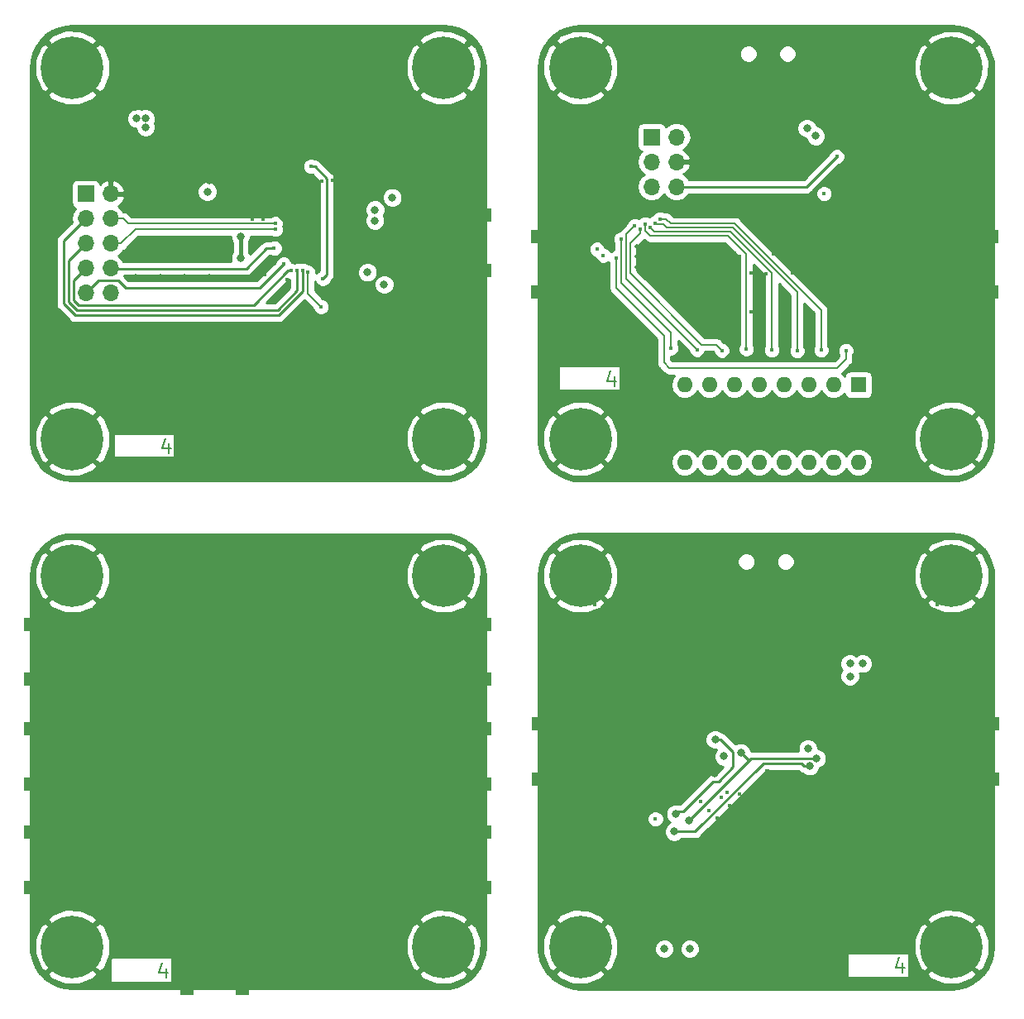
<source format=gbl>
%MOIN*%
%OFA0B0*%
%FSLAX46Y46*%
%IPPOS*%
%LPD*%
%ADD10C,0.0078740157480314977*%
%ADD11R,0.16535433070866143X0.053149606299212608*%
%ADD12R,0.053149606299212608X0.16535433070866143*%
%ADD13C,0.031496062992125991*%
%ADD14C,0.25196850393700793*%
%ADD15C,0.023622047244094488*%
%ADD16C,0.01*%
%ADD27C,0.0078740157480314977*%
%ADD28C,0.023622047244094488*%
%ADD29C,0.023622047244094488*%
%ADD30C,0.25196850393700793*%
%ADD31C,0.031496062992125991*%
%ADD32R,0.16535433070866143X0.053149606299212608*%
%ADD33C,0.017716535433070866*%
%ADD34C,0.031496062992125991*%
%ADD35C,0.00984251968503937*%
%ADD36C,0.01*%
%ADD37C,0.0078740157480314977*%
%ADD38C,0.01968503937007874*%
%ADD39R,0.16535433070866143X0.053149606299212608*%
%ADD40R,0.062992125984251982X0.062992125984251982*%
%ADD41O,0.062992125984251982X0.062992125984251982*%
%ADD42C,0.031496062992125991*%
%ADD43C,0.25196850393700793*%
%ADD44R,0.066929133858267723X0.066929133858267723*%
%ADD45O,0.066929133858267723X0.066929133858267723*%
%ADD46C,0.017716535433070866*%
%ADD47C,0.031496062992125991*%
%ADD48C,0.00984251968503937*%
%ADD49C,0.012204724409448819*%
%ADD50C,0.0078740157480314977*%
%ADD51C,0.01*%
%ADD52C,0.0078740157480314977*%
%ADD53R,0.16535433070866143X0.053149606299212608*%
%ADD54C,0.023622047244094488*%
%ADD55C,0.031496062992125991*%
%ADD56C,0.25196850393700793*%
%ADD57R,0.066929133858267723X0.066929133858267723*%
%ADD58O,0.066929133858267723X0.066929133858267723*%
%ADD59C,0.031496062992125991*%
%ADD60C,0.017716535433070866*%
%ADD61C,0.015748031496062995*%
%ADD62C,0.00984251968503937*%
%ADD63C,0.0078740157480314977*%
%ADD64C,0.01*%
G01*
D10*
X0000574240Y0000111079D02*
X0000574240Y0000071709D01*
X0000560179Y0000133577D02*
X0000546119Y0000091394D01*
X0000582677Y0000091394D01*
D11*
X0000086614Y0000658464D03*
X0000086614Y0000436023D03*
X0000086614Y0001497047D03*
X0000086614Y0001274606D03*
D12*
X0000660433Y0000086614D03*
X0000882874Y0000086614D03*
D11*
X0001803149Y0001274606D03*
X0001803149Y0001497047D03*
X0001803149Y0000436023D03*
X0001803149Y0000658464D03*
D13*
X0000263663Y0000263663D03*
X0000196850Y0000291338D03*
X0000130037Y0000263663D03*
X0000102362Y0000196850D03*
X0000130037Y0000130037D03*
X0000196850Y0000102362D03*
X0000263663Y0000130037D03*
X0000291338Y0000196850D03*
D14*
X0000196850Y0000196850D03*
D13*
X0001759726Y0000263663D03*
X0001692913Y0000291338D03*
X0001626100Y0000263663D03*
X0001598425Y0000196850D03*
X0001626100Y0000130037D03*
X0001692913Y0000102362D03*
X0001759726Y0000130037D03*
X0001787401Y0000196850D03*
D14*
X0001692913Y0000196850D03*
X0001692913Y0001692913D03*
D13*
X0001787401Y0001692913D03*
X0001759726Y0001626100D03*
X0001692913Y0001598425D03*
X0001626100Y0001626100D03*
X0001598425Y0001692913D03*
X0001626100Y0001759726D03*
X0001692913Y0001787401D03*
X0001759726Y0001759726D03*
D14*
X0000196850Y0001692913D03*
D13*
X0000291338Y0001692913D03*
X0000263663Y0001626100D03*
X0000196850Y0001598425D03*
X0000130037Y0001626100D03*
X0000102362Y0001692913D03*
X0000130037Y0001759726D03*
X0000196850Y0001787401D03*
X0000263663Y0001759726D03*
D11*
X0000086614Y0000853346D03*
X0000086614Y0001075787D03*
X0001803149Y0000853346D03*
X0001803149Y0001075787D03*
D15*
X0000015748Y0001511811D03*
X0000015748Y0001259842D03*
X0001874015Y0001259842D03*
X0001874015Y0001511811D03*
X0001842519Y0000673228D03*
X0001814960Y0000673228D03*
X0001787401Y0000673228D03*
X0001759842Y0000673228D03*
X0001732283Y0000673228D03*
X0001787401Y0000421259D03*
X0001814960Y0000421259D03*
X0001759842Y0000421259D03*
X0001842519Y0000421259D03*
X0001732283Y0000421259D03*
X0000646556Y0000047491D03*
X0000646556Y0000102609D03*
X0000646556Y0000157727D03*
X0000646556Y0000075050D03*
X0000646556Y0000130168D03*
X0000899412Y0000047738D03*
X0000899412Y0000075297D03*
X0000899412Y0000102856D03*
X0000899412Y0000130415D03*
X0000899412Y0000157974D03*
X0000070866Y0000673228D03*
X0000098425Y0000673228D03*
X0000043307Y0000673228D03*
X0000125984Y0000673228D03*
X0000015748Y0000673228D03*
X0000043307Y0000421259D03*
X0000098425Y0000421259D03*
X0000015748Y0000421259D03*
X0000125984Y0000421259D03*
X0000070866Y0000421259D03*
X0001177165Y0000448818D03*
X0001177165Y0000507874D03*
X0001177165Y0000566929D03*
X0001177165Y0000389763D03*
X0001177165Y0000330708D03*
X0000893700Y0000389763D03*
X0000751968Y0000326771D03*
X0000771653Y0000346456D03*
X0000791338Y0000366141D03*
X0000811023Y0000385826D03*
X0000866141Y0000389763D03*
X0000921259Y0000389763D03*
X0000948818Y0000389763D03*
X0000976377Y0000389763D03*
X0000838582Y0000389763D03*
X0001874015Y0001090551D03*
X0001791338Y0001090551D03*
X0001818897Y0001090551D03*
X0001846456Y0001090551D03*
X0001763779Y0001090551D03*
X0001763779Y0000838582D03*
X0001874015Y0000838582D03*
X0001846456Y0000838582D03*
X0001818897Y0000838582D03*
X0001791338Y0000838582D03*
X0000015748Y0000838582D03*
X0000125984Y0000838582D03*
X0000098425Y0000838582D03*
X0000070866Y0000838582D03*
X0000043307Y0000838582D03*
X0000015748Y0001090551D03*
X0000070866Y0001090551D03*
X0000043307Y0001090551D03*
X0000098425Y0001090551D03*
X0000125984Y0001090551D03*
X0000153543Y0001090551D03*
X0000153543Y0000673228D03*
X0000153543Y0000421259D03*
X0000899412Y0000019685D03*
X0000646556Y0000019685D03*
X0000153543Y0000838582D03*
X0001736220Y0001090551D03*
X0001736220Y0000838582D03*
X0001736220Y0001511811D03*
X0000153543Y0001259842D03*
X0001736220Y0001259842D03*
X0000153543Y0001511811D03*
X0000125984Y0001259842D03*
X0001846456Y0001511811D03*
X0001791338Y0001511811D03*
X0000125984Y0001511811D03*
X0000043307Y0001259842D03*
X0001763779Y0001259842D03*
X0001846456Y0001259842D03*
X0000098425Y0001511811D03*
X0001818897Y0001511811D03*
X0001818897Y0001259842D03*
X0000043307Y0001511811D03*
X0001791338Y0001259842D03*
X0000098425Y0001259842D03*
X0000070866Y0001511811D03*
X0000070866Y0001259842D03*
X0001763779Y0001511811D03*
X0000181102Y0001425196D03*
X0000236220Y0001425196D03*
X0000208661Y0001425196D03*
X0000263779Y0001425196D03*
X0000291338Y0001425196D03*
X0000318897Y0001425196D03*
X0000484251Y0001425196D03*
X0000456692Y0001425196D03*
X0000374015Y0001425196D03*
X0000346456Y0001425196D03*
X0000429133Y0001425196D03*
X0000401574Y0001425196D03*
X0000566929Y0001425196D03*
X0000539370Y0001425196D03*
X0000511811Y0001425196D03*
X0000649606Y0001425196D03*
X0000622047Y0001425196D03*
X0000594488Y0001425196D03*
X0000787401Y0001425196D03*
X0000980314Y0001425196D03*
X0000870078Y0001425196D03*
X0001062992Y0001425196D03*
X0000759842Y0001425196D03*
X0000677165Y0001425196D03*
X0000842519Y0001425196D03*
X0001090551Y0001425196D03*
X0001118110Y0001425196D03*
X0001035433Y0001425196D03*
X0000814960Y0001425196D03*
X0000952755Y0001425196D03*
X0000732283Y0001425196D03*
X0000704724Y0001425196D03*
X0000925196Y0001425196D03*
X0000897637Y0001425196D03*
X0001007873Y0001425196D03*
X0001366141Y0001425196D03*
X0001559055Y0001425196D03*
X0001173228Y0001425196D03*
X0001255905Y0001425196D03*
X0001448818Y0001425196D03*
X0001200787Y0001425196D03*
X0001421259Y0001425196D03*
X0001311023Y0001425196D03*
X0001145669Y0001425196D03*
X0001393700Y0001425196D03*
X0001476377Y0001425196D03*
X0001283464Y0001425196D03*
X0001586614Y0001425196D03*
X0001531496Y0001425196D03*
X0001503936Y0001425196D03*
X0001228346Y0001425196D03*
X0001338582Y0001425196D03*
X0001669291Y0001425196D03*
X0001641732Y0001425196D03*
X0001614173Y0001425196D03*
X0001696850Y0001425196D03*
X0001283464Y0001346456D03*
X0001531496Y0001346456D03*
X0001503936Y0001346456D03*
X0001228346Y0001346456D03*
X0001338582Y0001346456D03*
X0001586614Y0001346456D03*
X0001421259Y0001346456D03*
X0001200787Y0001346456D03*
X0001311023Y0001346456D03*
X0001393700Y0001346456D03*
X0001476377Y0001346456D03*
X0001559055Y0001346456D03*
X0001448818Y0001346456D03*
X0001145669Y0001346456D03*
X0001255905Y0001346456D03*
X0001366141Y0001346456D03*
X0001173228Y0001346456D03*
X0000897637Y0001346456D03*
X0000318897Y0001346456D03*
X0000511811Y0001346456D03*
X0001090551Y0001346456D03*
X0000401574Y0001346456D03*
X0000704724Y0001346456D03*
X0000594488Y0001346456D03*
X0000291338Y0001346456D03*
X0000208661Y0001346456D03*
X0000374015Y0001346456D03*
X0000622047Y0001346456D03*
X0000787401Y0001346456D03*
X0000980314Y0001346456D03*
X0000732283Y0001346456D03*
X0000952755Y0001346456D03*
X0000842519Y0001346456D03*
X0001641732Y0001346456D03*
X0001614173Y0001346456D03*
X0000677165Y0001346456D03*
X0000925196Y0001346456D03*
X0001007873Y0001346456D03*
X0001696850Y0001346456D03*
X0000649606Y0001346456D03*
X0000814960Y0001346456D03*
X0001118110Y0001346456D03*
X0001062992Y0001346456D03*
X0000566929Y0001346456D03*
X0001669291Y0001346456D03*
X0000346456Y0001346456D03*
X0001035433Y0001346456D03*
X0000484251Y0001346456D03*
X0000759842Y0001346456D03*
X0000870078Y0001346456D03*
X0000263779Y0001346456D03*
X0000236220Y0001346456D03*
X0000456692Y0001346456D03*
X0000429133Y0001346456D03*
X0000539370Y0001346456D03*
X0001527559Y0001007873D03*
X0001582677Y0001007873D03*
X0001307086Y0001007873D03*
X0001224409Y0001007873D03*
X0001334645Y0001007873D03*
X0001279527Y0001007873D03*
X0001196850Y0001007873D03*
X0001389763Y0001007873D03*
X0001555118Y0001007873D03*
X0001444881Y0001007873D03*
X0001472440Y0001007873D03*
X0001141732Y0001007873D03*
X0001251968Y0001007873D03*
X0001362204Y0001007873D03*
X0000893700Y0001007873D03*
X0001417322Y0001007873D03*
X0001499999Y0001007873D03*
X0000314960Y0001007873D03*
X0000507874Y0001007873D03*
X0001086614Y0001007873D03*
X0000397637Y0001007873D03*
X0001169291Y0001007873D03*
X0000783464Y0001007873D03*
X0000700787Y0001007873D03*
X0000590551Y0001007873D03*
X0000204724Y0001007873D03*
X0000287401Y0001007873D03*
X0000618110Y0001007873D03*
X0000976377Y0001007873D03*
X0000728346Y0001007873D03*
X0000838582Y0001007873D03*
X0000370078Y0001007873D03*
X0001637795Y0001007873D03*
X0001610236Y0001007873D03*
X0000673228Y0001007873D03*
X0000921259Y0001007873D03*
X0000948818Y0001007873D03*
X0001003937Y0001007873D03*
X0001692913Y0001007873D03*
X0000562992Y0001007873D03*
X0000342519Y0001007873D03*
X0001031496Y0001007873D03*
X0000755905Y0001007873D03*
X0000866141Y0001007873D03*
X0000259842Y0001007873D03*
X0000645669Y0001007873D03*
X0000480314Y0001007873D03*
X0000811023Y0001007873D03*
X0001114173Y0001007873D03*
X0001059055Y0001007873D03*
X0001665354Y0001007873D03*
X0000535433Y0001007873D03*
X0000425196Y0001007873D03*
X0000232283Y0001007873D03*
X0000452755Y0001007873D03*
X0001003937Y0000925196D03*
X0000618110Y0000925196D03*
X0000370078Y0000925196D03*
X0001086614Y0000925196D03*
X0000811023Y0000925196D03*
X0000838582Y0000925196D03*
X0000700787Y0000925196D03*
X0000535433Y0000925196D03*
X0000452755Y0000925196D03*
X0000590551Y0000925196D03*
X0001665354Y0000925196D03*
X0000673228Y0000925196D03*
X0000507874Y0000925196D03*
X0001637795Y0000925196D03*
X0000783464Y0000925196D03*
X0000232283Y0000925196D03*
X0001692913Y0000925196D03*
X0000397637Y0000925196D03*
X0001114173Y0000925196D03*
X0000921259Y0000925196D03*
X0000342519Y0000925196D03*
X0001610236Y0000925196D03*
X0000204724Y0000925196D03*
X0000728346Y0000925196D03*
X0000755905Y0000925196D03*
X0001059055Y0000925196D03*
X0001169291Y0000925196D03*
X0000645669Y0000925196D03*
X0000480314Y0000925196D03*
X0000866141Y0000925196D03*
X0000425196Y0000925196D03*
X0000562992Y0000925196D03*
X0000259842Y0000925196D03*
X0000948818Y0000925196D03*
X0000287401Y0000925196D03*
X0000976377Y0000925196D03*
X0001031496Y0000925196D03*
X0000314960Y0000925196D03*
X0000893700Y0000925196D03*
X0001417322Y0000925196D03*
X0001499999Y0000925196D03*
X0001472440Y0000925196D03*
X0001141732Y0000925196D03*
X0001251968Y0000925196D03*
X0001362204Y0000925196D03*
X0001279527Y0000925196D03*
X0001224409Y0000925196D03*
X0001389763Y0000925196D03*
X0001555118Y0000925196D03*
X0001334645Y0000925196D03*
X0001582677Y0000925196D03*
X0001444881Y0000925196D03*
X0001307086Y0000925196D03*
X0001527559Y0000925196D03*
X0001196850Y0000925196D03*
X0000350393Y0000586614D03*
X0000708661Y0000586614D03*
X0000405511Y0000586614D03*
X0000543307Y0000586614D03*
X0000295275Y0000586614D03*
X0000763779Y0000586614D03*
X0000212598Y0000586614D03*
X0000929133Y0000586614D03*
X0001618110Y0000586614D03*
X0000240157Y0000586614D03*
X0001397637Y0000586614D03*
X0000984251Y0000586614D03*
X0000322834Y0000586614D03*
X0000736220Y0000586614D03*
X0001370078Y0000586614D03*
X0000653543Y0000586614D03*
X0000488188Y0000586614D03*
X0001425196Y0000586614D03*
X0000791338Y0000586614D03*
X0000433070Y0000586614D03*
X0001535433Y0000586614D03*
X0000267716Y0000586614D03*
X0000460629Y0000586614D03*
X0001673228Y0000586614D03*
X0000681102Y0000586614D03*
X0000625984Y0000586614D03*
X0000598425Y0000586614D03*
X0000515747Y0000586614D03*
X0000846456Y0000586614D03*
X0001452755Y0000586614D03*
X0000874015Y0000586614D03*
X0000901574Y0000586614D03*
X0001590551Y0000586614D03*
X0000570866Y0000586614D03*
X0001562992Y0000586614D03*
X0001507874Y0000586614D03*
X0000818897Y0000586614D03*
X0000185039Y0000586614D03*
X0000377952Y0000586614D03*
X0000956692Y0000586614D03*
X0001480314Y0000586614D03*
X0001645669Y0000586614D03*
X0000181102Y0001346456D03*
X0000177165Y0000925196D03*
X0000177165Y0001007873D03*
X0001700787Y0000586614D03*
X0001425196Y0000503936D03*
X0001535433Y0000503936D03*
X0001480314Y0000503936D03*
X0001562992Y0000503936D03*
X0001673228Y0000503936D03*
X0001645669Y0000503936D03*
X0001452755Y0000503936D03*
X0001507874Y0000503936D03*
X0001590551Y0000503936D03*
X0001397637Y0000503936D03*
X0001370078Y0000503936D03*
X0001618110Y0000503936D03*
X0001700787Y0000503936D03*
X0000795275Y0000503936D03*
X0000933070Y0000503936D03*
X0000822834Y0000503936D03*
X0000905511Y0000503936D03*
X0000712598Y0000503936D03*
X0000740157Y0000503936D03*
X0000960629Y0000503936D03*
X0000850393Y0000503936D03*
X0000877952Y0000503936D03*
X0000657480Y0000503936D03*
X0000767716Y0000503936D03*
X0000988188Y0000503936D03*
X0000685039Y0000503936D03*
X0000326771Y0000503936D03*
X0000299212Y0000503936D03*
X0000409448Y0000503936D03*
X0000492125Y0000503936D03*
X0000519685Y0000503936D03*
X0000547244Y0000503936D03*
X0000464566Y0000503936D03*
X0000437007Y0000503936D03*
X0000381889Y0000503936D03*
X0000602362Y0000503936D03*
X0000574803Y0000503936D03*
X0000354330Y0000503936D03*
X0000629921Y0000503936D03*
X0000271653Y0000503936D03*
X0000188976Y0000503936D03*
X0000244094Y0000503936D03*
X0000216535Y0000503936D03*
X0000732283Y0000307086D03*
X0000732283Y0000279527D03*
X0000732283Y0000224409D03*
X0000732283Y0000196850D03*
X0000732283Y0000251968D03*
X0000830708Y0000287401D03*
X0000850393Y0000307086D03*
X0000811023Y0000240157D03*
X0000811023Y0000212598D03*
X0000811023Y0000185039D03*
X0000811023Y0000267716D03*
X0000933070Y0000307086D03*
X0000905511Y0000307086D03*
X0000960629Y0000307086D03*
X0000877952Y0000307086D03*
X0000988188Y0000307086D03*
X0001870078Y0000673228D03*
X0001870078Y0000421259D03*
D16*
G36*
X0001722683Y0001858371D02*
X0001751513Y0001850484D01*
X0001778490Y0001837616D01*
X0001802762Y0001820175D01*
X0001823563Y0001798711D01*
X0001840233Y0001773903D01*
X0001852247Y0001746535D01*
X0001859277Y0001717251D01*
X0001861141Y0001691863D01*
X0001861141Y0000198125D01*
X0001858370Y0000167079D01*
X0001850484Y0000138250D01*
X0001837616Y0000111273D01*
X0001820175Y0000087000D01*
X0001798711Y0000066200D01*
X0001773903Y0000049530D01*
X0001746535Y0000037516D01*
X0001717251Y0000030486D01*
X0001691863Y0000028622D01*
X0000198125Y0000028622D01*
X0000167079Y0000031392D01*
X0000138250Y0000039279D01*
X0000111273Y0000052147D01*
X0000087000Y0000069588D01*
X0000068247Y0000088940D01*
X0000096011Y0000088940D01*
X0000110458Y0000069435D01*
X0000165794Y0000046073D01*
X0000225857Y0000045665D01*
X0000281505Y0000068274D01*
X0000283242Y0000069435D01*
X0000297689Y0000088940D01*
X0000196850Y0000189779D01*
X0000096011Y0000088940D01*
X0000068247Y0000088940D01*
X0000066200Y0000091052D01*
X0000049530Y0000115860D01*
X0000037516Y0000143228D01*
X0000031607Y0000167842D01*
X0000045665Y0000167842D01*
X0000068274Y0000112195D01*
X0000069435Y0000110458D01*
X0000088940Y0000096011D01*
X0000189779Y0000196850D01*
X0000203921Y0000196850D01*
X0000304760Y0000096011D01*
X0000324265Y0000110458D01*
X0000340793Y0000149606D01*
X0000349330Y0000149606D01*
X0000349330Y0000057086D01*
X0000349711Y0000055173D01*
X0000350795Y0000053551D01*
X0000352417Y0000052467D01*
X0000354330Y0000052086D01*
X0000594488Y0000052086D01*
X0000596401Y0000052467D01*
X0000598023Y0000053551D01*
X0000599107Y0000055173D01*
X0000599488Y0000057086D01*
X0000599488Y0000088940D01*
X0001592074Y0000088940D01*
X0001606521Y0000069435D01*
X0001661857Y0000046073D01*
X0001721920Y0000045665D01*
X0001777568Y0000068274D01*
X0001779305Y0000069435D01*
X0001793752Y0000088940D01*
X0001692913Y0000189779D01*
X0001592074Y0000088940D01*
X0000599488Y0000088940D01*
X0000599488Y0000149606D01*
X0000599107Y0000151519D01*
X0000598023Y0000153141D01*
X0000596401Y0000154225D01*
X0000594488Y0000154606D01*
X0000354330Y0000154606D01*
X0000352417Y0000154225D01*
X0000350795Y0000153141D01*
X0000349711Y0000151519D01*
X0000349330Y0000149606D01*
X0000340793Y0000149606D01*
X0000347627Y0000165794D01*
X0000347641Y0000167842D01*
X0001541728Y0000167842D01*
X0001564337Y0000112195D01*
X0001565498Y0000110458D01*
X0001585003Y0000096011D01*
X0001685842Y0000196850D01*
X0001699984Y0000196850D01*
X0001800823Y0000096011D01*
X0001820328Y0000110458D01*
X0001843690Y0000165794D01*
X0001844097Y0000225857D01*
X0001821488Y0000281505D01*
X0001820328Y0000283242D01*
X0001800823Y0000297689D01*
X0001699984Y0000196850D01*
X0001685842Y0000196850D01*
X0001585003Y0000297689D01*
X0001565498Y0000283242D01*
X0001542136Y0000227906D01*
X0001541728Y0000167842D01*
X0000347641Y0000167842D01*
X0000348034Y0000225857D01*
X0000325425Y0000281505D01*
X0000324265Y0000283242D01*
X0000304760Y0000297689D01*
X0000203921Y0000196850D01*
X0000189779Y0000196850D01*
X0000088940Y0000297689D01*
X0000069435Y0000283242D01*
X0000046073Y0000227906D01*
X0000045665Y0000167842D01*
X0000031607Y0000167842D01*
X0000030486Y0000172511D01*
X0000028622Y0000197900D01*
X0000028622Y0000304760D01*
X0000096011Y0000304760D01*
X0000196850Y0000203921D01*
X0000297689Y0000304760D01*
X0001592074Y0000304760D01*
X0001692913Y0000203921D01*
X0001793752Y0000304760D01*
X0001779305Y0000324265D01*
X0001723969Y0000347627D01*
X0001663905Y0000348034D01*
X0001608257Y0000325425D01*
X0001606521Y0000324265D01*
X0001592074Y0000304760D01*
X0000297689Y0000304760D01*
X0000283242Y0000324265D01*
X0000227906Y0000347627D01*
X0000167842Y0000348034D01*
X0000112195Y0000325425D01*
X0000110458Y0000324265D01*
X0000096011Y0000304760D01*
X0000028622Y0000304760D01*
X0000028622Y0001585003D01*
X0000096011Y0001585003D01*
X0000110458Y0001565498D01*
X0000165794Y0001542136D01*
X0000225857Y0001541728D01*
X0000281505Y0001564337D01*
X0000283242Y0001565498D01*
X0000297689Y0001585003D01*
X0001592074Y0001585003D01*
X0001606521Y0001565498D01*
X0001661857Y0001542136D01*
X0001721920Y0001541728D01*
X0001777568Y0001564337D01*
X0001779305Y0001565498D01*
X0001793752Y0001585003D01*
X0001692913Y0001685842D01*
X0001592074Y0001585003D01*
X0000297689Y0001585003D01*
X0000196850Y0001685842D01*
X0000096011Y0001585003D01*
X0000028622Y0001585003D01*
X0000028622Y0001663905D01*
X0000045665Y0001663905D01*
X0000068274Y0001608258D01*
X0000069435Y0001606521D01*
X0000088940Y0001592074D01*
X0000189779Y0001692913D01*
X0000203921Y0001692913D01*
X0000304760Y0001592074D01*
X0000324265Y0001606521D01*
X0000347627Y0001661857D01*
X0000347641Y0001663905D01*
X0001541728Y0001663905D01*
X0001564337Y0001608258D01*
X0001565498Y0001606521D01*
X0001585003Y0001592074D01*
X0001685842Y0001692913D01*
X0001699984Y0001692913D01*
X0001800823Y0001592074D01*
X0001820328Y0001606521D01*
X0001843690Y0001661857D01*
X0001844097Y0001721920D01*
X0001821488Y0001777568D01*
X0001820328Y0001779305D01*
X0001800823Y0001793752D01*
X0001699984Y0001692913D01*
X0001685842Y0001692913D01*
X0001585003Y0001793752D01*
X0001565498Y0001779305D01*
X0001542136Y0001723969D01*
X0001541728Y0001663905D01*
X0000347641Y0001663905D01*
X0000348034Y0001721920D01*
X0000325425Y0001777568D01*
X0000324265Y0001779305D01*
X0000304760Y0001793752D01*
X0000203921Y0001692913D01*
X0000189779Y0001692913D01*
X0000088940Y0001793752D01*
X0000069435Y0001779305D01*
X0000046073Y0001723969D01*
X0000045665Y0001663905D01*
X0000028622Y0001663905D01*
X0000028622Y0001691638D01*
X0000031392Y0001722683D01*
X0000039279Y0001751513D01*
X0000052146Y0001778490D01*
X0000068194Y0001800823D01*
X0000096011Y0001800823D01*
X0000196850Y0001699984D01*
X0000297689Y0001800823D01*
X0001592074Y0001800823D01*
X0001692913Y0001699984D01*
X0001793752Y0001800823D01*
X0001779305Y0001820328D01*
X0001723969Y0001843690D01*
X0001663905Y0001844097D01*
X0001608257Y0001821488D01*
X0001606521Y0001820328D01*
X0001592074Y0001800823D01*
X0000297689Y0001800823D01*
X0000283242Y0001820328D01*
X0000227906Y0001843690D01*
X0000167842Y0001844097D01*
X0000112195Y0001821488D01*
X0000110458Y0001820328D01*
X0000096011Y0001800823D01*
X0000068194Y0001800823D01*
X0000069588Y0001802762D01*
X0000091052Y0001823563D01*
X0000115860Y0001840233D01*
X0000143228Y0001852247D01*
X0000172511Y0001859277D01*
X0000197900Y0001861141D01*
X0001691638Y0001861141D01*
X0001722683Y0001858371D01*
X0001722683Y0001858371D01*
G37*
X0001722683Y0001858371D02*
X0001751513Y0001850484D01*
X0001778490Y0001837616D01*
X0001802762Y0001820175D01*
X0001823563Y0001798711D01*
X0001840233Y0001773903D01*
X0001852247Y0001746535D01*
X0001859277Y0001717251D01*
X0001861141Y0001691863D01*
X0001861141Y0000198125D01*
X0001858370Y0000167079D01*
X0001850484Y0000138250D01*
X0001837616Y0000111273D01*
X0001820175Y0000087000D01*
X0001798711Y0000066200D01*
X0001773903Y0000049530D01*
X0001746535Y0000037516D01*
X0001717251Y0000030486D01*
X0001691863Y0000028622D01*
X0000198125Y0000028622D01*
X0000167079Y0000031392D01*
X0000138250Y0000039279D01*
X0000111273Y0000052147D01*
X0000087000Y0000069588D01*
X0000068247Y0000088940D01*
X0000096011Y0000088940D01*
X0000110458Y0000069435D01*
X0000165794Y0000046073D01*
X0000225857Y0000045665D01*
X0000281505Y0000068274D01*
X0000283242Y0000069435D01*
X0000297689Y0000088940D01*
X0000196850Y0000189779D01*
X0000096011Y0000088940D01*
X0000068247Y0000088940D01*
X0000066200Y0000091052D01*
X0000049530Y0000115860D01*
X0000037516Y0000143228D01*
X0000031607Y0000167842D01*
X0000045665Y0000167842D01*
X0000068274Y0000112195D01*
X0000069435Y0000110458D01*
X0000088940Y0000096011D01*
X0000189779Y0000196850D01*
X0000203921Y0000196850D01*
X0000304760Y0000096011D01*
X0000324265Y0000110458D01*
X0000340793Y0000149606D01*
X0000349330Y0000149606D01*
X0000349330Y0000057086D01*
X0000349711Y0000055173D01*
X0000350795Y0000053551D01*
X0000352417Y0000052467D01*
X0000354330Y0000052086D01*
X0000594488Y0000052086D01*
X0000596401Y0000052467D01*
X0000598023Y0000053551D01*
X0000599107Y0000055173D01*
X0000599488Y0000057086D01*
X0000599488Y0000088940D01*
X0001592074Y0000088940D01*
X0001606521Y0000069435D01*
X0001661857Y0000046073D01*
X0001721920Y0000045665D01*
X0001777568Y0000068274D01*
X0001779305Y0000069435D01*
X0001793752Y0000088940D01*
X0001692913Y0000189779D01*
X0001592074Y0000088940D01*
X0000599488Y0000088940D01*
X0000599488Y0000149606D01*
X0000599107Y0000151519D01*
X0000598023Y0000153141D01*
X0000596401Y0000154225D01*
X0000594488Y0000154606D01*
X0000354330Y0000154606D01*
X0000352417Y0000154225D01*
X0000350795Y0000153141D01*
X0000349711Y0000151519D01*
X0000349330Y0000149606D01*
X0000340793Y0000149606D01*
X0000347627Y0000165794D01*
X0000347641Y0000167842D01*
X0001541728Y0000167842D01*
X0001564337Y0000112195D01*
X0001565498Y0000110458D01*
X0001585003Y0000096011D01*
X0001685842Y0000196850D01*
X0001699984Y0000196850D01*
X0001800823Y0000096011D01*
X0001820328Y0000110458D01*
X0001843690Y0000165794D01*
X0001844097Y0000225857D01*
X0001821488Y0000281505D01*
X0001820328Y0000283242D01*
X0001800823Y0000297689D01*
X0001699984Y0000196850D01*
X0001685842Y0000196850D01*
X0001585003Y0000297689D01*
X0001565498Y0000283242D01*
X0001542136Y0000227906D01*
X0001541728Y0000167842D01*
X0000347641Y0000167842D01*
X0000348034Y0000225857D01*
X0000325425Y0000281505D01*
X0000324265Y0000283242D01*
X0000304760Y0000297689D01*
X0000203921Y0000196850D01*
X0000189779Y0000196850D01*
X0000088940Y0000297689D01*
X0000069435Y0000283242D01*
X0000046073Y0000227906D01*
X0000045665Y0000167842D01*
X0000031607Y0000167842D01*
X0000030486Y0000172511D01*
X0000028622Y0000197900D01*
X0000028622Y0000304760D01*
X0000096011Y0000304760D01*
X0000196850Y0000203921D01*
X0000297689Y0000304760D01*
X0001592074Y0000304760D01*
X0001692913Y0000203921D01*
X0001793752Y0000304760D01*
X0001779305Y0000324265D01*
X0001723969Y0000347627D01*
X0001663905Y0000348034D01*
X0001608257Y0000325425D01*
X0001606521Y0000324265D01*
X0001592074Y0000304760D01*
X0000297689Y0000304760D01*
X0000283242Y0000324265D01*
X0000227906Y0000347627D01*
X0000167842Y0000348034D01*
X0000112195Y0000325425D01*
X0000110458Y0000324265D01*
X0000096011Y0000304760D01*
X0000028622Y0000304760D01*
X0000028622Y0001585003D01*
X0000096011Y0001585003D01*
X0000110458Y0001565498D01*
X0000165794Y0001542136D01*
X0000225857Y0001541728D01*
X0000281505Y0001564337D01*
X0000283242Y0001565498D01*
X0000297689Y0001585003D01*
X0001592074Y0001585003D01*
X0001606521Y0001565498D01*
X0001661857Y0001542136D01*
X0001721920Y0001541728D01*
X0001777568Y0001564337D01*
X0001779305Y0001565498D01*
X0001793752Y0001585003D01*
X0001692913Y0001685842D01*
X0001592074Y0001585003D01*
X0000297689Y0001585003D01*
X0000196850Y0001685842D01*
X0000096011Y0001585003D01*
X0000028622Y0001585003D01*
X0000028622Y0001663905D01*
X0000045665Y0001663905D01*
X0000068274Y0001608258D01*
X0000069435Y0001606521D01*
X0000088940Y0001592074D01*
X0000189779Y0001692913D01*
X0000203921Y0001692913D01*
X0000304760Y0001592074D01*
X0000324265Y0001606521D01*
X0000347627Y0001661857D01*
X0000347641Y0001663905D01*
X0001541728Y0001663905D01*
X0001564337Y0001608258D01*
X0001565498Y0001606521D01*
X0001585003Y0001592074D01*
X0001685842Y0001692913D01*
X0001699984Y0001692913D01*
X0001800823Y0001592074D01*
X0001820328Y0001606521D01*
X0001843690Y0001661857D01*
X0001844097Y0001721920D01*
X0001821488Y0001777568D01*
X0001820328Y0001779305D01*
X0001800823Y0001793752D01*
X0001699984Y0001692913D01*
X0001685842Y0001692913D01*
X0001585003Y0001793752D01*
X0001565498Y0001779305D01*
X0001542136Y0001723969D01*
X0001541728Y0001663905D01*
X0000347641Y0001663905D01*
X0000348034Y0001721920D01*
X0000325425Y0001777568D01*
X0000324265Y0001779305D01*
X0000304760Y0001793752D01*
X0000203921Y0001692913D01*
X0000189779Y0001692913D01*
X0000088940Y0001793752D01*
X0000069435Y0001779305D01*
X0000046073Y0001723969D01*
X0000045665Y0001663905D01*
X0000028622Y0001663905D01*
X0000028622Y0001691638D01*
X0000031392Y0001722683D01*
X0000039279Y0001751513D01*
X0000052146Y0001778490D01*
X0000068194Y0001800823D01*
X0000096011Y0001800823D01*
X0000196850Y0001699984D01*
X0000297689Y0001800823D01*
X0001592074Y0001800823D01*
X0001692913Y0001699984D01*
X0001793752Y0001800823D01*
X0001779305Y0001820328D01*
X0001723969Y0001843690D01*
X0001663905Y0001844097D01*
X0001608257Y0001821488D01*
X0001606521Y0001820328D01*
X0001592074Y0001800823D01*
X0000297689Y0001800823D01*
X0000283242Y0001820328D01*
X0000227906Y0001843690D01*
X0000167842Y0001844097D01*
X0000112195Y0001821488D01*
X0000110458Y0001820328D01*
X0000096011Y0001800823D01*
X0000068194Y0001800823D01*
X0000069588Y0001802762D01*
X0000091052Y0001823563D01*
X0000115860Y0001840233D01*
X0000143228Y0001852247D01*
X0000172511Y0001859277D01*
X0000197900Y0001861141D01*
X0001691638Y0001861141D01*
X0001722683Y0001858371D01*
G04 next file*
G04 #@! TF.GenerationSoftware,KiCad,Pcbnew,(5.0.2)-1*
G04 #@! TF.CreationDate,2019-01-06T12:14:53+11:00*
G04 #@! TF.ProjectId,Filter_Bank_Dev_Rev_0,46696c74-6572-45f4-9261-6e6b5f446576,0*
G04 #@! TF.SameCoordinates,Original*
G04 #@! TF.FileFunction,Copper,L4,Bot*
G04 #@! TF.FilePolarity,Positive*
G04 Gerber Fmt 4.6, Leading zero omitted, Abs format (unit mm)*
G04 Created by KiCad (PCBNEW (5.0.2)-1) date 6/01/2019 12:14:53*
G01*
G04 APERTURE LIST*
G04 #@! TA.AperFunction,ViaPad*
G04 #@! TD*
G04 #@! TA.AperFunction,ComponentPad*
G04 #@! TD*
G04 #@! TA.AperFunction,ComponentPad*
G04 #@! TD*
G04 #@! TA.AperFunction,ComponentPad*
G04 #@! TD*
G04 #@! TA.AperFunction,SMDPad,CuDef*
G04 #@! TD*
G04 #@! TA.AperFunction,ViaPad*
G04 #@! TD*
G04 #@! TA.AperFunction,ViaPad*
G04 #@! TD*
G04 #@! TA.AperFunction,Conductor*
G04 #@! TD*
G04 #@! TA.AperFunction,Conductor*
G04 #@! TD*
G04 APERTURE END LIST*
G04 #@! TO.C,REF\002A\002A*
D27*
X0003542744Y0000132733D02*
X0003542744Y0000093363D01*
X0003528683Y0000155230D02*
X0003514623Y0000113048D01*
X0003551181Y0000113048D01*
G04 #@! TD*
D28*
G04 #@! TO.N,GND*
G04 #@! TO.C,U1*
X0002702755Y0001013779D03*
X0002663385Y0001013779D03*
X0002663385Y0000974409D03*
X0002702755Y0000974409D03*
X0002683070Y0000994094D03*
G04 #@! TD*
G04 #@! TO.N,GND*
G04 #@! TO.C,U4*
X0003297244Y0000954724D03*
X0003336614Y0000954724D03*
X0003336614Y0000994094D03*
X0003297244Y0000994094D03*
X0003316929Y0000974409D03*
G04 #@! TD*
D29*
G04 #@! TO.P,FL1,4*
G04 #@! TO.N,GND*
X0003000000Y0000654625D03*
G04 #@! TO.P,FL1,2*
X0003000000Y0000749114D03*
G04 #@! TD*
G04 #@! TO.P,FL2,4*
G04 #@! TO.N,GND*
X0003000000Y0000809055D03*
G04 #@! TO.P,FL2,2*
X0003000000Y0000903543D03*
G04 #@! TD*
G04 #@! TO.P,FL3,4*
G04 #@! TO.N,GND*
X0003001968Y0001045275D03*
G04 #@! TO.P,FL3,2*
X0003001968Y0001139763D03*
G04 #@! TD*
G04 #@! TO.P,FL4,4*
G04 #@! TO.N,GND*
X0003000000Y0001202755D03*
G04 #@! TO.P,FL4,2*
X0003000000Y0001297244D03*
G04 #@! TD*
D30*
G04 #@! TO.P,H1,1*
G04 #@! TO.N,GND*
X0002244094Y0000196850D03*
D31*
X0002338582Y0000196850D03*
X0002310907Y0000130037D03*
X0002244094Y0000102362D03*
X0002177281Y0000130037D03*
X0002149606Y0000196850D03*
X0002177281Y0000263663D03*
X0002244094Y0000291338D03*
X0002310907Y0000263663D03*
G04 #@! TD*
G04 #@! TO.P,H2,1*
G04 #@! TO.N,GND*
X0003806970Y0001759726D03*
X0003740157Y0001787401D03*
X0003673344Y0001759726D03*
X0003645669Y0001692913D03*
X0003673344Y0001626100D03*
X0003740157Y0001598425D03*
X0003806970Y0001626100D03*
X0003834645Y0001692913D03*
D30*
X0003740157Y0001692913D03*
G04 #@! TD*
G04 #@! TO.P,H3,1*
G04 #@! TO.N,GND*
X0002244094Y0001692913D03*
D31*
X0002338582Y0001692913D03*
X0002310907Y0001626100D03*
X0002244094Y0001598425D03*
X0002177281Y0001626100D03*
X0002149606Y0001692913D03*
X0002177281Y0001759726D03*
X0002244094Y0001787401D03*
X0002310907Y0001759726D03*
G04 #@! TD*
G04 #@! TO.P,H4,1*
G04 #@! TO.N,GND*
X0003806970Y0000263663D03*
X0003740157Y0000291338D03*
X0003673344Y0000263663D03*
X0003645669Y0000196850D03*
X0003673344Y0000130037D03*
X0003740157Y0000102362D03*
X0003806970Y0000130037D03*
X0003834645Y0000196850D03*
D30*
X0003740157Y0000196850D03*
G04 #@! TD*
D32*
G04 #@! TO.P,J2,2*
G04 #@! TO.N,GND*
X0002133858Y0001095472D03*
X0002133858Y0000873031D03*
G04 #@! TD*
G04 #@! TO.P,J3,2*
G04 #@! TO.N,GND*
X0003850393Y0001095472D03*
X0003850393Y0000873031D03*
G04 #@! TD*
D33*
G04 #@! TO.N,GND*
X0003114173Y0001744094D03*
X0002870078Y0001744094D03*
X0002838582Y0001834645D03*
X0002948818Y0001834645D03*
X0003039370Y0001834645D03*
X0003149606Y0001830708D03*
X0002196850Y0001114173D03*
X0002177165Y0001114173D03*
X0002157480Y0001114173D03*
X0002137795Y0001114173D03*
X0002118110Y0001114173D03*
X0002098425Y0001114173D03*
X0002078740Y0001114173D03*
X0002059055Y0001114173D03*
D34*
X0003377952Y0001137795D03*
D33*
X0002476377Y0000661417D03*
X0003787401Y0001114173D03*
X0003807086Y0001114173D03*
X0003925196Y0001114173D03*
X0003846456Y0001114173D03*
X0003866141Y0001114173D03*
X0003905511Y0001114173D03*
X0003885826Y0001114173D03*
X0003826771Y0001114173D03*
X0002137795Y0000858267D03*
X0002196850Y0000858267D03*
X0002078740Y0000858267D03*
X0002098425Y0000858267D03*
X0002177165Y0000858267D03*
X0002157480Y0000858267D03*
X0002059055Y0000858267D03*
X0002118110Y0000858267D03*
X0003866141Y0000854330D03*
X0003925196Y0000854330D03*
X0003807086Y0000854330D03*
X0003826771Y0000854330D03*
X0003905511Y0000854330D03*
X0003885826Y0000854330D03*
X0003787401Y0000854330D03*
X0003846456Y0000854330D03*
D34*
X0003807086Y0001200787D03*
X0003854330Y0001480314D03*
D33*
X0003492125Y0001019685D03*
X0003511810Y0001019685D03*
X0003531496Y0001019685D03*
X0003531496Y0001019685D03*
X0003531496Y0001019685D03*
X0003551181Y0001019685D03*
X0003570866Y0001019685D03*
X0003590551Y0001019685D03*
X0003610236Y0001019685D03*
X0003629921Y0001019685D03*
X0003649606Y0001019685D03*
X0003669291Y0001019685D03*
X0003688976Y0001019685D03*
X0003708661Y0001019685D03*
X0003728346Y0001019685D03*
X0003748031Y0001019685D03*
X0003728346Y0001019685D03*
X0003748031Y0001019685D03*
X0003492125Y0000948818D03*
X0003531496Y0000948818D03*
X0003570866Y0000948818D03*
X0003551181Y0000948818D03*
X0003551181Y0000948818D03*
X0003688976Y0000948818D03*
X0003708661Y0000948818D03*
X0003590551Y0000948818D03*
X0003551181Y0000948818D03*
X0003669291Y0000948818D03*
X0003649606Y0000948818D03*
X0003748031Y0000948818D03*
X0003728346Y0000948818D03*
X0003629921Y0000948818D03*
X0003610236Y0000948818D03*
X0003748031Y0000948818D03*
X0002263779Y0000948818D03*
X0002283464Y0000948818D03*
X0002381889Y0000948818D03*
X0002244094Y0000948818D03*
X0002460629Y0000948818D03*
X0002421259Y0000948818D03*
X0002440944Y0000948818D03*
X0002303149Y0000948818D03*
X0002263779Y0000948818D03*
X0002224409Y0000948818D03*
X0002401574Y0000948818D03*
X0002342519Y0000948818D03*
X0002263779Y0000948818D03*
X0002322834Y0000948818D03*
X0002362204Y0000948818D03*
X0002263779Y0001019685D03*
X0002303149Y0001019685D03*
X0002263779Y0001019685D03*
X0002244094Y0001019685D03*
X0002440944Y0001019685D03*
X0002263779Y0001019685D03*
X0002224409Y0001019685D03*
X0002401574Y0001019685D03*
X0002342519Y0001019685D03*
X0002362204Y0001019685D03*
X0002460629Y0001019685D03*
X0002381889Y0001019685D03*
X0002322834Y0001019685D03*
X0002421259Y0001019685D03*
X0002283464Y0001019685D03*
X0003472440Y0001023622D03*
X0003472440Y0000940944D03*
X0002881889Y0001291338D03*
X0002862204Y0001291338D03*
X0002842519Y0001291338D03*
X0002822834Y0001291338D03*
X0002803149Y0001285433D03*
X0002783464Y0001265748D03*
X0002765748Y0001246062D03*
X0002748031Y0001226377D03*
X0002728346Y0001208661D03*
X0002710629Y0001188976D03*
X0002690944Y0001171259D03*
X0002671259Y0001149606D03*
X0002651574Y0001131889D03*
X0002631889Y0001114173D03*
X0002618110Y0001090551D03*
X0002753937Y0001131889D03*
X0002775590Y0001131889D03*
X0002797244Y0001131889D03*
X0002818897Y0001131889D03*
X0002838582Y0001131889D03*
X0002858267Y0001131889D03*
X0002877952Y0001131889D03*
X0002826771Y0001059055D03*
X0002846456Y0001059055D03*
X0002866141Y0001059055D03*
X0002885826Y0001059055D03*
X0002746062Y0000907480D03*
X0002844488Y0000765748D03*
X0002866141Y0000748031D03*
X0003139763Y0000891732D03*
X0003116141Y0000891732D03*
X0003133858Y0000822834D03*
X0003153543Y0000822834D03*
X0003173228Y0000822834D03*
X0003192913Y0000822834D03*
X0003212598Y0000822834D03*
X0003232283Y0000822834D03*
X0003114173Y0000822834D03*
X0003114173Y0000736220D03*
X0003133858Y0000736220D03*
X0003153543Y0000740157D03*
X0003173228Y0000753937D03*
X0003192913Y0000773622D03*
X0003192913Y0000773622D03*
X0003192913Y0000773622D03*
X0003212598Y0000793307D03*
X0002690944Y0000818897D03*
X0002797244Y0000714566D03*
X0002832677Y0000675196D03*
X0002856299Y0000661417D03*
X0002814960Y0000694881D03*
X0002728346Y0000781496D03*
X0002629921Y0000881889D03*
X0002651574Y0000860236D03*
X0002671259Y0000838582D03*
X0003187007Y0001169291D03*
X0003222440Y0001135826D03*
X0003169291Y0001188976D03*
X0003202755Y0001153543D03*
X0003151574Y0001208661D03*
X0003153543Y0000665354D03*
X0003212598Y0000690944D03*
X0003285433Y0000767716D03*
X0003133858Y0000665354D03*
X0003324803Y0000807086D03*
X0003192913Y0000671259D03*
X0003364173Y0000842519D03*
X0003377952Y0000866141D03*
X0003344488Y0000824803D03*
X0003230314Y0000710629D03*
X0003114173Y0000665354D03*
X0003305118Y0000785433D03*
X0003173228Y0000665354D03*
X0003248031Y0000730314D03*
X0003267716Y0000748031D03*
X0003383858Y0001045275D03*
X0003224409Y0001236220D03*
X0003383858Y0001064960D03*
X0003301181Y0001159448D03*
X0003318897Y0001139763D03*
X0003188976Y0001271653D03*
X0003358267Y0001104330D03*
X0003242125Y0001216535D03*
X0003338582Y0001122047D03*
X0003263779Y0001196850D03*
X0003206692Y0001255905D03*
X0003377952Y0001084645D03*
X0003281496Y0001177165D03*
X0003383858Y0001005905D03*
X0003120078Y0001287401D03*
X0003143700Y0001287401D03*
X0003167322Y0001287401D03*
X0003129921Y0001214566D03*
X0003114173Y0001059055D03*
X0003133858Y0001059055D03*
X0003155511Y0001059055D03*
X0002832677Y0001212598D03*
X0002814960Y0001192913D03*
X0002797244Y0001173228D03*
X0002777559Y0001155511D03*
X0002854330Y0001214566D03*
X0002874015Y0001214566D03*
X0002763779Y0000746062D03*
X0002811023Y0000799212D03*
X0002834645Y0000820866D03*
X0002885826Y0000812992D03*
D34*
X0002785750Y0000895352D03*
D33*
X0003118110Y0001131889D03*
X0003137795Y0001131889D03*
X0003159448Y0001131889D03*
X0003179133Y0001131889D03*
X0003200787Y0001131889D03*
D34*
X0003198818Y0001062992D03*
X0003251968Y0001059055D03*
D33*
X0002401574Y0001791338D03*
X0002598425Y0001791338D03*
X0002500000Y0001692913D03*
X0002500000Y0001574803D03*
X0002500000Y0001377952D03*
X0002500000Y0001181102D03*
X0002401574Y0001594488D03*
X0002598425Y0001594488D03*
X0002795275Y0001594488D03*
X0002696850Y0001692913D03*
X0002992125Y0001594488D03*
X0003188976Y0001594488D03*
X0003385826Y0001594488D03*
X0003385826Y0001437007D03*
X0003188976Y0001476377D03*
X0002992125Y0001476377D03*
X0002795275Y0001476377D03*
X0002598425Y0001476377D03*
X0002401574Y0001476377D03*
X0002204724Y0001476377D03*
X0002204724Y0001279527D03*
X0002401574Y0001279527D03*
X0002598425Y0001279527D03*
X0002696850Y0001377952D03*
X0002893700Y0001574803D03*
X0002696850Y0001574803D03*
X0002303149Y0001574803D03*
X0002106299Y0001377952D03*
X0002106299Y0001574803D03*
X0002106299Y0001181102D03*
X0002303149Y0001377952D03*
X0002303149Y0001181102D03*
X0002440944Y0001082677D03*
X0003090551Y0001574803D03*
X0003287401Y0001574803D03*
X0003484251Y0001574803D03*
X0003090551Y0001377952D03*
X0002893700Y0001377952D03*
X0003484251Y0001692913D03*
X0003582677Y0001791338D03*
X0003385826Y0001791338D03*
X0003287401Y0001692913D03*
X0003582677Y0001437007D03*
X0003582677Y0001141732D03*
X0003681102Y0001082677D03*
X0003484251Y0001082677D03*
X0002244094Y0001082677D03*
X0002244094Y0000885826D03*
X0002204724Y0000688976D03*
X0002204724Y0000492125D03*
X0002106299Y0000590551D03*
X0002106299Y0000787401D03*
X0002303149Y0000787401D03*
X0002500000Y0000787401D03*
X0002303149Y0000590551D03*
X0002440944Y0000885826D03*
X0002401574Y0000688976D03*
X0002401574Y0000492125D03*
X0002401574Y0000295275D03*
X0002303149Y0000393700D03*
X0002598425Y0000295275D03*
X0002795275Y0000295275D03*
X0002992125Y0000295275D03*
X0003188976Y0000295275D03*
X0003582677Y0000492125D03*
X0003582677Y0000688976D03*
X0003582677Y0000885826D03*
X0003484251Y0000787401D03*
X0003681102Y0000787401D03*
X0003877952Y0000787401D03*
X0003877952Y0000590551D03*
X0003877952Y0000393700D03*
X0003779527Y0000492125D03*
X0003779527Y0000688976D03*
X0003681102Y0000590551D03*
X0003681102Y0000393700D03*
X0003484251Y0000393700D03*
X0003484251Y0000590551D03*
X0003385826Y0000688976D03*
X0003385826Y0000492125D03*
X0003287401Y0000393700D03*
X0003287401Y0000590551D03*
X0003188976Y0000492125D03*
X0003090551Y0000590551D03*
X0003090551Y0000393700D03*
X0003090551Y0000196850D03*
X0002893700Y0000196850D03*
X0002893700Y0000393700D03*
X0002893700Y0000590551D03*
X0002992125Y0000492125D03*
X0003149606Y0000098425D03*
X0002992125Y0000098425D03*
X0002795275Y0000098425D03*
X0002500000Y0000393700D03*
X0002500000Y0000196850D03*
X0002696850Y0000393700D03*
X0002795275Y0000492125D03*
X0002106299Y0000393700D03*
X0002401574Y0000098425D03*
X0003877952Y0001181102D03*
X0003877952Y0001377952D03*
X0003681102Y0001574803D03*
X0003877952Y0001574803D03*
X0002480314Y0001019685D03*
X0002500000Y0001019685D03*
X0002500000Y0000948818D03*
X0002480314Y0000948818D03*
X0003511810Y0000948818D03*
D34*
G04 #@! TO.N,+3V3*
X0003381889Y0001338582D03*
X0003330708Y0001287401D03*
X0003330708Y0001338582D03*
X0002582677Y0000188976D03*
X0002685039Y0000188976D03*
D33*
X0002547244Y0000712598D03*
D34*
X0002822834Y0000964566D03*
X0003161417Y0000996062D03*
G04 #@! TO.N,/SW_1_CTRL_1*
X0002787401Y0001032480D03*
X0002627952Y0000732283D03*
G04 #@! TO.N,/SW_1_CTRL_2*
X0003196850Y0000956692D03*
X0002681069Y0000704757D03*
X0002890748Y0000980415D03*
G04 #@! TO.N,/SW_2_CTRL_1*
X0002622047Y0000661417D03*
X0003169291Y0000925196D03*
G04 #@! TD*
D35*
G04 #@! TO.N,/SW_1_CTRL_1*
X0002787401Y0001032480D02*
X0002809672Y0001032480D01*
X0002809672Y0001032480D02*
X0002860236Y0000981916D01*
X0002860236Y0000944881D02*
X0002860236Y0000935039D01*
X0002860236Y0000981916D02*
X0002860236Y0000944881D01*
X0002860236Y0000923228D02*
X0002860236Y0000944881D01*
X0002801181Y0000864173D02*
X0002860236Y0000923228D01*
X0002779527Y0000864173D02*
X0002801181Y0000864173D01*
X0002657480Y0000742125D02*
X0002779527Y0000864173D01*
X0002627952Y0000732283D02*
X0002637795Y0000742125D01*
X0002637795Y0000742125D02*
X0002657480Y0000742125D01*
G04 #@! TO.N,/SW_1_CTRL_2*
X0003196850Y0000956692D02*
X0002932074Y0000956692D01*
X0002932074Y0000956692D02*
X0002921259Y0000945878D01*
X0002921259Y0000949904D02*
X0002906496Y0000964667D01*
X0002906496Y0000964667D02*
X0002890748Y0000980415D01*
X0002921259Y0000945878D02*
X0002921259Y0000949904D01*
X0002696817Y0000720505D02*
X0002681069Y0000704757D01*
X0002921259Y0000945878D02*
X0002921259Y0000944947D01*
X0002921259Y0000944947D02*
X0002696817Y0000720505D01*
G04 #@! TO.N,/SW_2_CTRL_1*
X0002706692Y0000661417D02*
X0002644318Y0000661417D01*
X0002644318Y0000661417D02*
X0002622047Y0000661417D01*
X0003135209Y0000937007D02*
X0002982283Y0000937007D01*
X0003147020Y0000925196D02*
X0003135209Y0000937007D01*
X0003169291Y0000925196D02*
X0003147020Y0000925196D01*
X0002982283Y0000937007D02*
X0002706692Y0000661417D01*
G04 #@! TD*
D36*
G04 #@! TO.N,GND*
G36*
X0003770103Y0001859343D02*
X0003799101Y0001851410D01*
X0003826237Y0001838467D01*
X0003850652Y0001820923D01*
X0003871574Y0001799333D01*
X0003888343Y0001774379D01*
X0003900427Y0001746850D01*
X0003907497Y0001717403D01*
X0003909370Y0001691899D01*
X0003909370Y0000198081D01*
X0003906587Y0000166904D01*
X0003898654Y0000137906D01*
X0003885711Y0000110770D01*
X0003868167Y0000086355D01*
X0003846577Y0000065432D01*
X0003821623Y0000048664D01*
X0003794094Y0000036580D01*
X0003764647Y0000029510D01*
X0003739143Y0000027637D01*
X0002245325Y0000027637D01*
X0002214148Y0000030420D01*
X0002185150Y0000038353D01*
X0002158014Y0000051296D01*
X0002133599Y0000068840D01*
X0002114120Y0000088940D01*
X0002143255Y0000088940D01*
X0002157702Y0000069435D01*
X0002213038Y0000046073D01*
X0002273102Y0000045665D01*
X0002328749Y0000068274D01*
X0002330486Y0000069435D01*
X0002344933Y0000088940D01*
X0002244094Y0000189779D01*
X0002143255Y0000088940D01*
X0002114120Y0000088940D01*
X0002112677Y0000090430D01*
X0002095908Y0000115384D01*
X0002083824Y0000142913D01*
X0002077839Y0000167842D01*
X0002092909Y0000167842D01*
X0002115518Y0000112195D01*
X0002116679Y0000110458D01*
X0002136184Y0000096011D01*
X0002237023Y0000196850D01*
X0002251165Y0000196850D01*
X0002352004Y0000096011D01*
X0002371509Y0000110458D01*
X0002394871Y0000165794D01*
X0002395083Y0000197019D01*
X0002542244Y0000197019D01*
X0002542244Y0000180933D01*
X0002548399Y0000166072D01*
X0002559773Y0000154698D01*
X0002574634Y0000148543D01*
X0002590719Y0000148543D01*
X0002605580Y0000154698D01*
X0002616954Y0000166072D01*
X0002623110Y0000180933D01*
X0002623110Y0000197019D01*
X0002644606Y0000197019D01*
X0002644606Y0000180933D01*
X0002650761Y0000166072D01*
X0002662135Y0000154698D01*
X0002676996Y0000148543D01*
X0002693082Y0000148543D01*
X0002707942Y0000154698D01*
X0002719316Y0000166072D01*
X0002720649Y0000169291D01*
X0003317834Y0000169291D01*
X0003317834Y0000078740D01*
X0003318215Y0000076826D01*
X0003319299Y0000075204D01*
X0003320921Y0000074120D01*
X0003322834Y0000073740D01*
X0003562992Y0000073740D01*
X0003564905Y0000074120D01*
X0003566527Y0000075204D01*
X0003567611Y0000076826D01*
X0003567992Y0000078740D01*
X0003567992Y0000088940D01*
X0003639318Y0000088940D01*
X0003653765Y0000069435D01*
X0003709101Y0000046073D01*
X0003769165Y0000045665D01*
X0003824812Y0000068274D01*
X0003826549Y0000069435D01*
X0003840996Y0000088940D01*
X0003740157Y0000189779D01*
X0003639318Y0000088940D01*
X0003567992Y0000088940D01*
X0003567992Y0000167842D01*
X0003588972Y0000167842D01*
X0003611581Y0000112195D01*
X0003612742Y0000110458D01*
X0003632247Y0000096011D01*
X0003733086Y0000196850D01*
X0003747228Y0000196850D01*
X0003848067Y0000096011D01*
X0003867572Y0000110458D01*
X0003890934Y0000165794D01*
X0003891342Y0000225857D01*
X0003868733Y0000281505D01*
X0003867572Y0000283242D01*
X0003848067Y0000297689D01*
X0003747228Y0000196850D01*
X0003733086Y0000196850D01*
X0003632247Y0000297689D01*
X0003612742Y0000283242D01*
X0003589380Y0000227906D01*
X0003588972Y0000167842D01*
X0003567992Y0000167842D01*
X0003567992Y0000169291D01*
X0003567611Y0000171204D01*
X0003566527Y0000172826D01*
X0003564905Y0000173910D01*
X0003562992Y0000174291D01*
X0003322834Y0000174291D01*
X0003320921Y0000173910D01*
X0003319299Y0000172826D01*
X0003318215Y0000171204D01*
X0003317834Y0000169291D01*
X0002720649Y0000169291D01*
X0002725472Y0000180933D01*
X0002725472Y0000197019D01*
X0002719316Y0000211879D01*
X0002707942Y0000223253D01*
X0002693082Y0000229409D01*
X0002676996Y0000229409D01*
X0002662135Y0000223253D01*
X0002650761Y0000211879D01*
X0002644606Y0000197019D01*
X0002623110Y0000197019D01*
X0002616954Y0000211879D01*
X0002605580Y0000223253D01*
X0002590719Y0000229409D01*
X0002574634Y0000229409D01*
X0002559773Y0000223253D01*
X0002548399Y0000211879D01*
X0002542244Y0000197019D01*
X0002395083Y0000197019D01*
X0002395279Y0000225857D01*
X0002372670Y0000281505D01*
X0002371509Y0000283242D01*
X0002352004Y0000297689D01*
X0002251165Y0000196850D01*
X0002237023Y0000196850D01*
X0002136184Y0000297689D01*
X0002116679Y0000283242D01*
X0002093317Y0000227906D01*
X0002092909Y0000167842D01*
X0002077839Y0000167842D01*
X0002076754Y0000172359D01*
X0002074881Y0000197863D01*
X0002074881Y0000304760D01*
X0002143255Y0000304760D01*
X0002244094Y0000203921D01*
X0002344933Y0000304760D01*
X0003639318Y0000304760D01*
X0003740157Y0000203921D01*
X0003840996Y0000304760D01*
X0003826549Y0000324265D01*
X0003771213Y0000347627D01*
X0003711149Y0000348034D01*
X0003655502Y0000325425D01*
X0003653765Y0000324265D01*
X0003639318Y0000304760D01*
X0002344933Y0000304760D01*
X0002330486Y0000324265D01*
X0002275150Y0000347627D01*
X0002215086Y0000348034D01*
X0002159439Y0000325425D01*
X0002157702Y0000324265D01*
X0002143255Y0000304760D01*
X0002074881Y0000304760D01*
X0002074881Y0000669459D01*
X0002581614Y0000669459D01*
X0002581614Y0000653374D01*
X0002587769Y0000638513D01*
X0002599143Y0000627139D01*
X0002614004Y0000620984D01*
X0002630089Y0000620984D01*
X0002644950Y0000627139D01*
X0002649621Y0000631811D01*
X0002703777Y0000631811D01*
X0002706692Y0000631231D01*
X0002709608Y0000631811D01*
X0002709608Y0000631811D01*
X0002718244Y0000633528D01*
X0002728037Y0000640072D01*
X0002729689Y0000642544D01*
X0002994546Y0000907401D01*
X0003122945Y0000907401D01*
X0003124023Y0000906323D01*
X0003125675Y0000903851D01*
X0003135468Y0000897308D01*
X0003141123Y0000896183D01*
X0003146387Y0000890919D01*
X0003161248Y0000884763D01*
X0003177333Y0000884763D01*
X0003192194Y0000890919D01*
X0003203568Y0000902293D01*
X0003209724Y0000917154D01*
X0003209724Y0000918261D01*
X0003219753Y0000922415D01*
X0003231127Y0000933789D01*
X0003237283Y0000948650D01*
X0003237283Y0000964735D01*
X0003231127Y0000979596D01*
X0003219753Y0000990970D01*
X0003204893Y0000997125D01*
X0003201850Y0000997125D01*
X0003201850Y0001004105D01*
X0003195694Y0001018966D01*
X0003184320Y0001030340D01*
X0003169459Y0001036496D01*
X0003153374Y0001036496D01*
X0003138513Y0001030340D01*
X0003127139Y0001018966D01*
X0003120984Y0001004105D01*
X0003120984Y0000988020D01*
X0003121697Y0000986299D01*
X0002934989Y0000986299D01*
X0002932073Y0000986879D01*
X0002931181Y0000986701D01*
X0002931181Y0000988458D01*
X0002925025Y0001003319D01*
X0002913651Y0001014693D01*
X0002898790Y0001020848D01*
X0002882705Y0001020848D01*
X0002868894Y0001015127D01*
X0002832669Y0001051353D01*
X0002831017Y0001053825D01*
X0002821224Y0001060368D01*
X0002815569Y0001061493D01*
X0002810305Y0001066757D01*
X0002795444Y0001072913D01*
X0002779358Y0001072913D01*
X0002764498Y0001066757D01*
X0002753124Y0001055383D01*
X0002746968Y0001040522D01*
X0002746968Y0001024437D01*
X0002753124Y0001009576D01*
X0002764498Y0000998202D01*
X0002779358Y0000992047D01*
X0002793133Y0000992047D01*
X0002788557Y0000987470D01*
X0002782401Y0000972609D01*
X0002782401Y0000956524D01*
X0002788557Y0000941663D01*
X0002799931Y0000930289D01*
X0002814792Y0000924133D01*
X0002819272Y0000924133D01*
X0002788917Y0000893779D01*
X0002782443Y0000893779D01*
X0002779527Y0000894359D01*
X0002776611Y0000893779D01*
X0002776611Y0000893779D01*
X0002767975Y0000892061D01*
X0002758182Y0000885518D01*
X0002756530Y0000883046D01*
X0002645217Y0000771732D01*
X0002640710Y0000771732D01*
X0002637795Y0000772312D01*
X0002637238Y0000772201D01*
X0002635995Y0000772716D01*
X0002619910Y0000772716D01*
X0002605049Y0000766560D01*
X0002593675Y0000755186D01*
X0002587519Y0000740326D01*
X0002587519Y0000724240D01*
X0002593675Y0000709379D01*
X0002604953Y0000698101D01*
X0002599143Y0000695694D01*
X0002587769Y0000684320D01*
X0002581614Y0000669459D01*
X0002074881Y0000669459D01*
X0002074881Y0000719270D01*
X0002513700Y0000719270D01*
X0002513700Y0000705926D01*
X0002518807Y0000693597D01*
X0002528243Y0000684161D01*
X0002540571Y0000679055D01*
X0002553916Y0000679055D01*
X0002566244Y0000684161D01*
X0002575680Y0000693597D01*
X0002580787Y0000705926D01*
X0002580787Y0000719270D01*
X0002575680Y0000731599D01*
X0002566244Y0000741035D01*
X0002553916Y0000746141D01*
X0002540571Y0000746141D01*
X0002528243Y0000741035D01*
X0002518807Y0000731599D01*
X0002513700Y0000719270D01*
X0002074881Y0000719270D01*
X0002074881Y0001346625D01*
X0003290275Y0001346625D01*
X0003290275Y0001330540D01*
X0003296431Y0001315679D01*
X0003299118Y0001312992D01*
X0003296431Y0001310305D01*
X0003290275Y0001295444D01*
X0003290275Y0001279358D01*
X0003296431Y0001264498D01*
X0003307805Y0001253124D01*
X0003322665Y0001246968D01*
X0003338751Y0001246968D01*
X0003353612Y0001253124D01*
X0003364986Y0001264498D01*
X0003371141Y0001279358D01*
X0003371141Y0001295444D01*
X0003369228Y0001300062D01*
X0003373847Y0001298149D01*
X0003389932Y0001298149D01*
X0003404793Y0001304305D01*
X0003416167Y0001315679D01*
X0003422322Y0001330540D01*
X0003422322Y0001346625D01*
X0003416167Y0001361486D01*
X0003404793Y0001372860D01*
X0003389932Y0001379015D01*
X0003373847Y0001379015D01*
X0003358986Y0001372860D01*
X0003356299Y0001370173D01*
X0003353612Y0001372860D01*
X0003338751Y0001379015D01*
X0003322665Y0001379015D01*
X0003307805Y0001372860D01*
X0003296431Y0001361486D01*
X0003290275Y0001346625D01*
X0002074881Y0001346625D01*
X0002074881Y0001585003D01*
X0002143255Y0001585003D01*
X0002157702Y0001565498D01*
X0002213038Y0001542136D01*
X0002273102Y0001541728D01*
X0002328749Y0001564337D01*
X0002330486Y0001565498D01*
X0002344933Y0001585003D01*
X0003639318Y0001585003D01*
X0003653765Y0001565498D01*
X0003709101Y0001542136D01*
X0003769165Y0001541728D01*
X0003824812Y0001564337D01*
X0003826549Y0001565498D01*
X0003840996Y0001585003D01*
X0003740157Y0001685842D01*
X0003639318Y0001585003D01*
X0002344933Y0001585003D01*
X0002244094Y0001685842D01*
X0002143255Y0001585003D01*
X0002074881Y0001585003D01*
X0002074881Y0001663905D01*
X0002092909Y0001663905D01*
X0002115518Y0001608258D01*
X0002116679Y0001606521D01*
X0002136184Y0001592074D01*
X0002237023Y0001692913D01*
X0002251165Y0001692913D01*
X0002352004Y0001592074D01*
X0002371509Y0001606521D01*
X0002394871Y0001661857D01*
X0002394885Y0001663905D01*
X0003588972Y0001663905D01*
X0003611581Y0001608258D01*
X0003612742Y0001606521D01*
X0003632247Y0001592074D01*
X0003733086Y0001692913D01*
X0003747228Y0001692913D01*
X0003848067Y0001592074D01*
X0003867572Y0001606521D01*
X0003890934Y0001661857D01*
X0003891342Y0001721920D01*
X0003868733Y0001777568D01*
X0003867572Y0001779305D01*
X0003848067Y0001793752D01*
X0003747228Y0001692913D01*
X0003733086Y0001692913D01*
X0003632247Y0001793752D01*
X0003612742Y0001779305D01*
X0003589380Y0001723969D01*
X0003588972Y0001663905D01*
X0002394885Y0001663905D01*
X0002395279Y0001721920D01*
X0002381401Y0001756078D01*
X0002876889Y0001756078D01*
X0002876889Y0001741559D01*
X0002882445Y0001728145D01*
X0002892712Y0001717879D01*
X0002906126Y0001712322D01*
X0002920645Y0001712322D01*
X0002934059Y0001717879D01*
X0002944325Y0001728145D01*
X0002949881Y0001741559D01*
X0002949881Y0001756078D01*
X0003034370Y0001756078D01*
X0003034370Y0001741559D01*
X0003039926Y0001728145D01*
X0003050192Y0001717879D01*
X0003063606Y0001712322D01*
X0003078125Y0001712322D01*
X0003091539Y0001717879D01*
X0003101806Y0001728145D01*
X0003107362Y0001741559D01*
X0003107362Y0001756078D01*
X0003101806Y0001769492D01*
X0003091539Y0001779758D01*
X0003078125Y0001785314D01*
X0003063606Y0001785314D01*
X0003050192Y0001779758D01*
X0003039926Y0001769492D01*
X0003034370Y0001756078D01*
X0002949881Y0001756078D01*
X0002944325Y0001769492D01*
X0002934059Y0001779758D01*
X0002920645Y0001785314D01*
X0002906126Y0001785314D01*
X0002892712Y0001779758D01*
X0002882445Y0001769492D01*
X0002876889Y0001756078D01*
X0002381401Y0001756078D01*
X0002372670Y0001777568D01*
X0002371509Y0001779305D01*
X0002352004Y0001793752D01*
X0002251165Y0001692913D01*
X0002237023Y0001692913D01*
X0002136184Y0001793752D01*
X0002116679Y0001779305D01*
X0002093317Y0001723969D01*
X0002092909Y0001663905D01*
X0002074881Y0001663905D01*
X0002074881Y0001691682D01*
X0002077664Y0001722859D01*
X0002085597Y0001751857D01*
X0002098540Y0001778993D01*
X0002114226Y0001800823D01*
X0002143255Y0001800823D01*
X0002244094Y0001699984D01*
X0002344933Y0001800823D01*
X0003639318Y0001800823D01*
X0003740157Y0001699984D01*
X0003840996Y0001800823D01*
X0003826549Y0001820328D01*
X0003771213Y0001843690D01*
X0003711149Y0001844097D01*
X0003655502Y0001821488D01*
X0003653765Y0001820328D01*
X0003639318Y0001800823D01*
X0002344933Y0001800823D01*
X0002330486Y0001820328D01*
X0002275150Y0001843690D01*
X0002215086Y0001844097D01*
X0002159439Y0001821488D01*
X0002157702Y0001820328D01*
X0002143255Y0001800823D01*
X0002114226Y0001800823D01*
X0002116084Y0001803408D01*
X0002137674Y0001824330D01*
X0002162628Y0001841099D01*
X0002190157Y0001853183D01*
X0002219604Y0001860253D01*
X0002245108Y0001862125D01*
X0003738926Y0001862125D01*
X0003770103Y0001859343D01*
X0003770103Y0001859343D01*
G37*
X0003770103Y0001859343D02*
X0003799101Y0001851410D01*
X0003826237Y0001838467D01*
X0003850652Y0001820923D01*
X0003871574Y0001799333D01*
X0003888343Y0001774379D01*
X0003900427Y0001746850D01*
X0003907497Y0001717403D01*
X0003909370Y0001691899D01*
X0003909370Y0000198081D01*
X0003906587Y0000166904D01*
X0003898654Y0000137906D01*
X0003885711Y0000110770D01*
X0003868167Y0000086355D01*
X0003846577Y0000065432D01*
X0003821623Y0000048664D01*
X0003794094Y0000036580D01*
X0003764647Y0000029510D01*
X0003739143Y0000027637D01*
X0002245325Y0000027637D01*
X0002214148Y0000030420D01*
X0002185150Y0000038353D01*
X0002158014Y0000051296D01*
X0002133599Y0000068840D01*
X0002114120Y0000088940D01*
X0002143255Y0000088940D01*
X0002157702Y0000069435D01*
X0002213038Y0000046073D01*
X0002273102Y0000045665D01*
X0002328749Y0000068274D01*
X0002330486Y0000069435D01*
X0002344933Y0000088940D01*
X0002244094Y0000189779D01*
X0002143255Y0000088940D01*
X0002114120Y0000088940D01*
X0002112677Y0000090430D01*
X0002095908Y0000115384D01*
X0002083824Y0000142913D01*
X0002077839Y0000167842D01*
X0002092909Y0000167842D01*
X0002115518Y0000112195D01*
X0002116679Y0000110458D01*
X0002136184Y0000096011D01*
X0002237023Y0000196850D01*
X0002251165Y0000196850D01*
X0002352004Y0000096011D01*
X0002371509Y0000110458D01*
X0002394871Y0000165794D01*
X0002395083Y0000197019D01*
X0002542244Y0000197019D01*
X0002542244Y0000180933D01*
X0002548399Y0000166072D01*
X0002559773Y0000154698D01*
X0002574634Y0000148543D01*
X0002590719Y0000148543D01*
X0002605580Y0000154698D01*
X0002616954Y0000166072D01*
X0002623110Y0000180933D01*
X0002623110Y0000197019D01*
X0002644606Y0000197019D01*
X0002644606Y0000180933D01*
X0002650761Y0000166072D01*
X0002662135Y0000154698D01*
X0002676996Y0000148543D01*
X0002693082Y0000148543D01*
X0002707942Y0000154698D01*
X0002719316Y0000166072D01*
X0002720649Y0000169291D01*
X0003317834Y0000169291D01*
X0003317834Y0000078740D01*
X0003318215Y0000076826D01*
X0003319299Y0000075204D01*
X0003320921Y0000074120D01*
X0003322834Y0000073740D01*
X0003562992Y0000073740D01*
X0003564905Y0000074120D01*
X0003566527Y0000075204D01*
X0003567611Y0000076826D01*
X0003567992Y0000078740D01*
X0003567992Y0000088940D01*
X0003639318Y0000088940D01*
X0003653765Y0000069435D01*
X0003709101Y0000046073D01*
X0003769165Y0000045665D01*
X0003824812Y0000068274D01*
X0003826549Y0000069435D01*
X0003840996Y0000088940D01*
X0003740157Y0000189779D01*
X0003639318Y0000088940D01*
X0003567992Y0000088940D01*
X0003567992Y0000167842D01*
X0003588972Y0000167842D01*
X0003611581Y0000112195D01*
X0003612742Y0000110458D01*
X0003632247Y0000096011D01*
X0003733086Y0000196850D01*
X0003747228Y0000196850D01*
X0003848067Y0000096011D01*
X0003867572Y0000110458D01*
X0003890934Y0000165794D01*
X0003891342Y0000225857D01*
X0003868733Y0000281505D01*
X0003867572Y0000283242D01*
X0003848067Y0000297689D01*
X0003747228Y0000196850D01*
X0003733086Y0000196850D01*
X0003632247Y0000297689D01*
X0003612742Y0000283242D01*
X0003589380Y0000227906D01*
X0003588972Y0000167842D01*
X0003567992Y0000167842D01*
X0003567992Y0000169291D01*
X0003567611Y0000171204D01*
X0003566527Y0000172826D01*
X0003564905Y0000173910D01*
X0003562992Y0000174291D01*
X0003322834Y0000174291D01*
X0003320921Y0000173910D01*
X0003319299Y0000172826D01*
X0003318215Y0000171204D01*
X0003317834Y0000169291D01*
X0002720649Y0000169291D01*
X0002725472Y0000180933D01*
X0002725472Y0000197019D01*
X0002719316Y0000211879D01*
X0002707942Y0000223253D01*
X0002693082Y0000229409D01*
X0002676996Y0000229409D01*
X0002662135Y0000223253D01*
X0002650761Y0000211879D01*
X0002644606Y0000197019D01*
X0002623110Y0000197019D01*
X0002616954Y0000211879D01*
X0002605580Y0000223253D01*
X0002590719Y0000229409D01*
X0002574634Y0000229409D01*
X0002559773Y0000223253D01*
X0002548399Y0000211879D01*
X0002542244Y0000197019D01*
X0002395083Y0000197019D01*
X0002395279Y0000225857D01*
X0002372670Y0000281505D01*
X0002371509Y0000283242D01*
X0002352004Y0000297689D01*
X0002251165Y0000196850D01*
X0002237023Y0000196850D01*
X0002136184Y0000297689D01*
X0002116679Y0000283242D01*
X0002093317Y0000227906D01*
X0002092909Y0000167842D01*
X0002077839Y0000167842D01*
X0002076754Y0000172359D01*
X0002074881Y0000197863D01*
X0002074881Y0000304760D01*
X0002143255Y0000304760D01*
X0002244094Y0000203921D01*
X0002344933Y0000304760D01*
X0003639318Y0000304760D01*
X0003740157Y0000203921D01*
X0003840996Y0000304760D01*
X0003826549Y0000324265D01*
X0003771213Y0000347627D01*
X0003711149Y0000348034D01*
X0003655502Y0000325425D01*
X0003653765Y0000324265D01*
X0003639318Y0000304760D01*
X0002344933Y0000304760D01*
X0002330486Y0000324265D01*
X0002275150Y0000347627D01*
X0002215086Y0000348034D01*
X0002159439Y0000325425D01*
X0002157702Y0000324265D01*
X0002143255Y0000304760D01*
X0002074881Y0000304760D01*
X0002074881Y0000669459D01*
X0002581614Y0000669459D01*
X0002581614Y0000653374D01*
X0002587769Y0000638513D01*
X0002599143Y0000627139D01*
X0002614004Y0000620984D01*
X0002630089Y0000620984D01*
X0002644950Y0000627139D01*
X0002649621Y0000631811D01*
X0002703777Y0000631811D01*
X0002706692Y0000631231D01*
X0002709608Y0000631811D01*
X0002709608Y0000631811D01*
X0002718244Y0000633528D01*
X0002728037Y0000640072D01*
X0002729689Y0000642544D01*
X0002994546Y0000907401D01*
X0003122945Y0000907401D01*
X0003124023Y0000906323D01*
X0003125675Y0000903851D01*
X0003135468Y0000897308D01*
X0003141123Y0000896183D01*
X0003146387Y0000890919D01*
X0003161248Y0000884763D01*
X0003177333Y0000884763D01*
X0003192194Y0000890919D01*
X0003203568Y0000902293D01*
X0003209724Y0000917154D01*
X0003209724Y0000918261D01*
X0003219753Y0000922415D01*
X0003231127Y0000933789D01*
X0003237283Y0000948650D01*
X0003237283Y0000964735D01*
X0003231127Y0000979596D01*
X0003219753Y0000990970D01*
X0003204893Y0000997125D01*
X0003201850Y0000997125D01*
X0003201850Y0001004105D01*
X0003195694Y0001018966D01*
X0003184320Y0001030340D01*
X0003169459Y0001036496D01*
X0003153374Y0001036496D01*
X0003138513Y0001030340D01*
X0003127139Y0001018966D01*
X0003120984Y0001004105D01*
X0003120984Y0000988020D01*
X0003121697Y0000986299D01*
X0002934989Y0000986299D01*
X0002932073Y0000986879D01*
X0002931181Y0000986701D01*
X0002931181Y0000988458D01*
X0002925025Y0001003319D01*
X0002913651Y0001014693D01*
X0002898790Y0001020848D01*
X0002882705Y0001020848D01*
X0002868894Y0001015127D01*
X0002832669Y0001051353D01*
X0002831017Y0001053825D01*
X0002821224Y0001060368D01*
X0002815569Y0001061493D01*
X0002810305Y0001066757D01*
X0002795444Y0001072913D01*
X0002779358Y0001072913D01*
X0002764498Y0001066757D01*
X0002753124Y0001055383D01*
X0002746968Y0001040522D01*
X0002746968Y0001024437D01*
X0002753124Y0001009576D01*
X0002764498Y0000998202D01*
X0002779358Y0000992047D01*
X0002793133Y0000992047D01*
X0002788557Y0000987470D01*
X0002782401Y0000972609D01*
X0002782401Y0000956524D01*
X0002788557Y0000941663D01*
X0002799931Y0000930289D01*
X0002814792Y0000924133D01*
X0002819272Y0000924133D01*
X0002788917Y0000893779D01*
X0002782443Y0000893779D01*
X0002779527Y0000894359D01*
X0002776611Y0000893779D01*
X0002776611Y0000893779D01*
X0002767975Y0000892061D01*
X0002758182Y0000885518D01*
X0002756530Y0000883046D01*
X0002645217Y0000771732D01*
X0002640710Y0000771732D01*
X0002637795Y0000772312D01*
X0002637238Y0000772201D01*
X0002635995Y0000772716D01*
X0002619910Y0000772716D01*
X0002605049Y0000766560D01*
X0002593675Y0000755186D01*
X0002587519Y0000740326D01*
X0002587519Y0000724240D01*
X0002593675Y0000709379D01*
X0002604953Y0000698101D01*
X0002599143Y0000695694D01*
X0002587769Y0000684320D01*
X0002581614Y0000669459D01*
X0002074881Y0000669459D01*
X0002074881Y0000719270D01*
X0002513700Y0000719270D01*
X0002513700Y0000705926D01*
X0002518807Y0000693597D01*
X0002528243Y0000684161D01*
X0002540571Y0000679055D01*
X0002553916Y0000679055D01*
X0002566244Y0000684161D01*
X0002575680Y0000693597D01*
X0002580787Y0000705926D01*
X0002580787Y0000719270D01*
X0002575680Y0000731599D01*
X0002566244Y0000741035D01*
X0002553916Y0000746141D01*
X0002540571Y0000746141D01*
X0002528243Y0000741035D01*
X0002518807Y0000731599D01*
X0002513700Y0000719270D01*
X0002074881Y0000719270D01*
X0002074881Y0001346625D01*
X0003290275Y0001346625D01*
X0003290275Y0001330540D01*
X0003296431Y0001315679D01*
X0003299118Y0001312992D01*
X0003296431Y0001310305D01*
X0003290275Y0001295444D01*
X0003290275Y0001279358D01*
X0003296431Y0001264498D01*
X0003307805Y0001253124D01*
X0003322665Y0001246968D01*
X0003338751Y0001246968D01*
X0003353612Y0001253124D01*
X0003364986Y0001264498D01*
X0003371141Y0001279358D01*
X0003371141Y0001295444D01*
X0003369228Y0001300062D01*
X0003373847Y0001298149D01*
X0003389932Y0001298149D01*
X0003404793Y0001304305D01*
X0003416167Y0001315679D01*
X0003422322Y0001330540D01*
X0003422322Y0001346625D01*
X0003416167Y0001361486D01*
X0003404793Y0001372860D01*
X0003389932Y0001379015D01*
X0003373847Y0001379015D01*
X0003358986Y0001372860D01*
X0003356299Y0001370173D01*
X0003353612Y0001372860D01*
X0003338751Y0001379015D01*
X0003322665Y0001379015D01*
X0003307805Y0001372860D01*
X0003296431Y0001361486D01*
X0003290275Y0001346625D01*
X0002074881Y0001346625D01*
X0002074881Y0001585003D01*
X0002143255Y0001585003D01*
X0002157702Y0001565498D01*
X0002213038Y0001542136D01*
X0002273102Y0001541728D01*
X0002328749Y0001564337D01*
X0002330486Y0001565498D01*
X0002344933Y0001585003D01*
X0003639318Y0001585003D01*
X0003653765Y0001565498D01*
X0003709101Y0001542136D01*
X0003769165Y0001541728D01*
X0003824812Y0001564337D01*
X0003826549Y0001565498D01*
X0003840996Y0001585003D01*
X0003740157Y0001685842D01*
X0003639318Y0001585003D01*
X0002344933Y0001585003D01*
X0002244094Y0001685842D01*
X0002143255Y0001585003D01*
X0002074881Y0001585003D01*
X0002074881Y0001663905D01*
X0002092909Y0001663905D01*
X0002115518Y0001608258D01*
X0002116679Y0001606521D01*
X0002136184Y0001592074D01*
X0002237023Y0001692913D01*
X0002251165Y0001692913D01*
X0002352004Y0001592074D01*
X0002371509Y0001606521D01*
X0002394871Y0001661857D01*
X0002394885Y0001663905D01*
X0003588972Y0001663905D01*
X0003611581Y0001608258D01*
X0003612742Y0001606521D01*
X0003632247Y0001592074D01*
X0003733086Y0001692913D01*
X0003747228Y0001692913D01*
X0003848067Y0001592074D01*
X0003867572Y0001606521D01*
X0003890934Y0001661857D01*
X0003891342Y0001721920D01*
X0003868733Y0001777568D01*
X0003867572Y0001779305D01*
X0003848067Y0001793752D01*
X0003747228Y0001692913D01*
X0003733086Y0001692913D01*
X0003632247Y0001793752D01*
X0003612742Y0001779305D01*
X0003589380Y0001723969D01*
X0003588972Y0001663905D01*
X0002394885Y0001663905D01*
X0002395279Y0001721920D01*
X0002381401Y0001756078D01*
X0002876889Y0001756078D01*
X0002876889Y0001741559D01*
X0002882445Y0001728145D01*
X0002892712Y0001717879D01*
X0002906126Y0001712322D01*
X0002920645Y0001712322D01*
X0002934059Y0001717879D01*
X0002944325Y0001728145D01*
X0002949881Y0001741559D01*
X0002949881Y0001756078D01*
X0003034370Y0001756078D01*
X0003034370Y0001741559D01*
X0003039926Y0001728145D01*
X0003050192Y0001717879D01*
X0003063606Y0001712322D01*
X0003078125Y0001712322D01*
X0003091539Y0001717879D01*
X0003101806Y0001728145D01*
X0003107362Y0001741559D01*
X0003107362Y0001756078D01*
X0003101806Y0001769492D01*
X0003091539Y0001779758D01*
X0003078125Y0001785314D01*
X0003063606Y0001785314D01*
X0003050192Y0001779758D01*
X0003039926Y0001769492D01*
X0003034370Y0001756078D01*
X0002949881Y0001756078D01*
X0002944325Y0001769492D01*
X0002934059Y0001779758D01*
X0002920645Y0001785314D01*
X0002906126Y0001785314D01*
X0002892712Y0001779758D01*
X0002882445Y0001769492D01*
X0002876889Y0001756078D01*
X0002381401Y0001756078D01*
X0002372670Y0001777568D01*
X0002371509Y0001779305D01*
X0002352004Y0001793752D01*
X0002251165Y0001692913D01*
X0002237023Y0001692913D01*
X0002136184Y0001793752D01*
X0002116679Y0001779305D01*
X0002093317Y0001723969D01*
X0002092909Y0001663905D01*
X0002074881Y0001663905D01*
X0002074881Y0001691682D01*
X0002077664Y0001722859D01*
X0002085597Y0001751857D01*
X0002098540Y0001778993D01*
X0002114226Y0001800823D01*
X0002143255Y0001800823D01*
X0002244094Y0001699984D01*
X0002344933Y0001800823D01*
X0003639318Y0001800823D01*
X0003740157Y0001699984D01*
X0003840996Y0001800823D01*
X0003826549Y0001820328D01*
X0003771213Y0001843690D01*
X0003711149Y0001844097D01*
X0003655502Y0001821488D01*
X0003653765Y0001820328D01*
X0003639318Y0001800823D01*
X0002344933Y0001800823D01*
X0002330486Y0001820328D01*
X0002275150Y0001843690D01*
X0002215086Y0001844097D01*
X0002159439Y0001821488D01*
X0002157702Y0001820328D01*
X0002143255Y0001800823D01*
X0002114226Y0001800823D01*
X0002116084Y0001803408D01*
X0002137674Y0001824330D01*
X0002162628Y0001841099D01*
X0002190157Y0001853183D01*
X0002219604Y0001860253D01*
X0002245108Y0001862125D01*
X0003738926Y0001862125D01*
X0003770103Y0001859343D01*
G04 #@! TD*
G04 next file*
G04 #@! TF.GenerationSoftware,KiCad,Pcbnew,(5.0.2)-1*
G04 #@! TF.CreationDate,2019-01-06T11:55:21+11:00*
G04 #@! TF.ProjectId,Gain_Block_Dev_Rev_0,4761696e-5f42-46c6-9f63-6b5f4465765f,rev?*
G04 #@! TF.SameCoordinates,Original*
G04 #@! TF.FileFunction,Copper,L4,Bot*
G04 #@! TF.FilePolarity,Positive*
G04 Gerber Fmt 4.6, Leading zero omitted, Abs format (unit mm)*
G04 Created by KiCad (PCBNEW (5.0.2)-1) date 6/01/2019 11:55:21*
G01*
G04 APERTURE LIST*
G04 #@! TA.AperFunction,ViaPad*
G04 #@! TD*
G04 #@! TA.AperFunction,SMDPad,CuDef*
G04 #@! TD*
G04 #@! TA.AperFunction,ComponentPad*
G04 #@! TD*
G04 #@! TA.AperFunction,ComponentPad*
G04 #@! TD*
G04 #@! TA.AperFunction,ComponentPad*
G04 #@! TD*
G04 #@! TA.AperFunction,ComponentPad*
G04 #@! TD*
G04 #@! TA.AperFunction,ComponentPad*
G04 #@! TD*
G04 #@! TA.AperFunction,ComponentPad*
G04 #@! TD*
G04 #@! TA.AperFunction,ViaPad*
G04 #@! TD*
G04 #@! TA.AperFunction,ViaPad*
G04 #@! TD*
G04 #@! TA.AperFunction,Conductor*
G04 #@! TD*
G04 #@! TA.AperFunction,Conductor*
G04 #@! TD*
G04 #@! TA.AperFunction,Conductor*
G04 #@! TD*
G04 #@! TA.AperFunction,Conductor*
G04 #@! TD*
G04 APERTURE END LIST*
G04 #@! TO.C,REF\002A\002A*
D37*
X0002381327Y0002496906D02*
X0002381327Y0002457536D01*
X0002367266Y0002519403D02*
X0002353205Y0002477221D01*
X0002389763Y0002477221D01*
G04 #@! TD*
D38*
G04 #@! TO.N,GND*
G04 #@! TO.C,U1*
X0002472440Y0003019685D03*
X0002515748Y0003019685D03*
X0002559055Y0003019685D03*
X0002472440Y0002978346D03*
X0002515748Y0002978346D03*
X0002559055Y0002978346D03*
X0002472440Y0002937007D03*
X0002515748Y0002937007D03*
X0002559055Y0002937007D03*
G04 #@! TD*
D39*
G04 #@! TO.P,J2,2*
G04 #@! TO.N,GND*
X0002129921Y0002837598D03*
X0002129921Y0003060039D03*
G04 #@! TD*
G04 #@! TO.P,J4,2*
G04 #@! TO.N,GND*
X0003846456Y0002837598D03*
X0003846456Y0003060039D03*
G04 #@! TD*
D40*
G04 #@! TO.P,SW1,1*
G04 #@! TO.N,/nP_S*
X0003365354Y0002462401D03*
D41*
G04 #@! TO.P,SW1,9*
G04 #@! TO.N,+3.3VA*
X0002665354Y0002150590D03*
G04 #@! TO.P,SW1,2*
G04 #@! TO.N,Net-(R7-Pad1)*
X0003265354Y0002462401D03*
G04 #@! TO.P,SW1,10*
G04 #@! TO.N,+3.3VA*
X0002765354Y0002150590D03*
G04 #@! TO.P,SW1,3*
G04 #@! TO.N,Net-(R6-Pad1)*
X0003165354Y0002462401D03*
G04 #@! TO.P,SW1,11*
G04 #@! TO.N,+3.3VA*
X0002865354Y0002150590D03*
G04 #@! TO.P,SW1,4*
G04 #@! TO.N,Net-(R5-Pad1)*
X0003065354Y0002462401D03*
G04 #@! TO.P,SW1,12*
G04 #@! TO.N,+3.3VA*
X0002965354Y0002150590D03*
G04 #@! TO.P,SW1,5*
G04 #@! TO.N,Net-(R4-Pad1)*
X0002965354Y0002462401D03*
G04 #@! TO.P,SW1,13*
G04 #@! TO.N,+3.3VA*
X0003065354Y0002150590D03*
G04 #@! TO.P,SW1,6*
G04 #@! TO.N,Net-(R3-Pad1)*
X0002865354Y0002462401D03*
G04 #@! TO.P,SW1,14*
G04 #@! TO.N,+3.3VA*
X0003165354Y0002150590D03*
G04 #@! TO.P,SW1,7*
G04 #@! TO.N,Net-(R2-Pad1)*
X0002765354Y0002462401D03*
G04 #@! TO.P,SW1,15*
G04 #@! TO.N,+3.3VA*
X0003265354Y0002150590D03*
G04 #@! TO.P,SW1,8*
G04 #@! TO.N,Net-(R1-Pad1)*
X0002665354Y0002462401D03*
G04 #@! TO.P,SW1,16*
G04 #@! TO.N,+3.3VA*
X0003365354Y0002150590D03*
G04 #@! TD*
D42*
G04 #@! TO.P,H1,1*
G04 #@! TO.N,GND*
X0002310907Y0003806970D03*
X0002244094Y0003834645D03*
X0002177281Y0003806970D03*
X0002149606Y0003740157D03*
X0002177281Y0003673344D03*
X0002244094Y0003645669D03*
X0002310907Y0003673344D03*
X0002338582Y0003740157D03*
D43*
X0002244094Y0003740157D03*
G04 #@! TD*
G04 #@! TO.P,H2,1*
G04 #@! TO.N,GND*
X0003740157Y0002244094D03*
D42*
X0003834645Y0002244094D03*
X0003806970Y0002177281D03*
X0003740157Y0002149606D03*
X0003673344Y0002177281D03*
X0003645669Y0002244094D03*
X0003673344Y0002310907D03*
X0003740157Y0002338582D03*
X0003806970Y0002310907D03*
G04 #@! TD*
D43*
G04 #@! TO.P,H3,1*
G04 #@! TO.N,GND*
X0002244094Y0002244094D03*
D42*
X0002338582Y0002244094D03*
X0002310907Y0002177281D03*
X0002244094Y0002149606D03*
X0002177281Y0002177281D03*
X0002149606Y0002244094D03*
X0002177281Y0002310907D03*
X0002244094Y0002338582D03*
X0002310907Y0002310907D03*
G04 #@! TD*
G04 #@! TO.P,H4,1*
G04 #@! TO.N,GND*
X0003806970Y0003806970D03*
X0003740157Y0003834645D03*
X0003673344Y0003806970D03*
X0003645669Y0003740157D03*
X0003673344Y0003673344D03*
X0003740157Y0003645669D03*
X0003806970Y0003673344D03*
X0003834645Y0003740157D03*
D43*
X0003740157Y0003740157D03*
G04 #@! TD*
D44*
G04 #@! TO.P,J3,1*
G04 #@! TO.N,/SI*
X0002531496Y0003460629D03*
D45*
G04 #@! TO.P,J3,2*
G04 #@! TO.N,+5V*
X0002631496Y0003460629D03*
G04 #@! TO.P,J3,3*
G04 #@! TO.N,/LE*
X0002531496Y0003360629D03*
G04 #@! TO.P,J3,4*
G04 #@! TO.N,GND*
X0002631496Y0003360629D03*
G04 #@! TO.P,J3,5*
G04 #@! TO.N,/CLK*
X0002531496Y0003260629D03*
G04 #@! TO.P,J3,6*
G04 #@! TO.N,/RF_PWR*
X0002631496Y0003260629D03*
G04 #@! TD*
D46*
G04 #@! TO.N,GND*
X0002192913Y0003078740D03*
X0002173228Y0003078740D03*
X0002153543Y0003078740D03*
X0002133858Y0003078740D03*
X0002114173Y0003078740D03*
X0002094488Y0003078740D03*
X0002074803Y0003078740D03*
X0002055118Y0003078740D03*
X0002877952Y0003791338D03*
X0003122047Y0003791338D03*
X0003155511Y0003879921D03*
X0003045275Y0003879921D03*
X0002954724Y0003879921D03*
X0002844488Y0003879921D03*
X0002377952Y0003072834D03*
X0002336614Y0003072834D03*
D47*
X0002766732Y0002900590D03*
X0002841535Y0002900590D03*
D46*
X0003515748Y0003286417D03*
D47*
X0003439960Y0003373031D03*
X0003439960Y0003222440D03*
X0003157480Y0003393700D03*
D46*
X0003664763Y0003287401D03*
X0003533464Y0003401574D03*
X0003576771Y0003401574D03*
X0003336614Y0003167322D03*
X0003295275Y0003167322D03*
X0003255905Y0003167322D03*
X0003194881Y0003167322D03*
X0003356299Y0003096456D03*
X0003484251Y0003098425D03*
X0002805118Y0002986220D03*
X0002982283Y0003088582D03*
D47*
X0003055118Y0003425196D03*
D46*
X0002133858Y0002818897D03*
X0002074803Y0002818897D03*
X0002094488Y0002818897D03*
X0002153543Y0002818897D03*
X0002173228Y0002818897D03*
X0002114173Y0002818897D03*
X0002192913Y0002818897D03*
X0002055118Y0002818897D03*
X0003862204Y0002818897D03*
X0003822834Y0002818897D03*
X0003842519Y0002818897D03*
X0003921259Y0002818897D03*
X0003783464Y0002818897D03*
X0003881889Y0002818897D03*
X0003901574Y0002818897D03*
X0003803149Y0002818897D03*
X0003842519Y0003078740D03*
X0003921259Y0003078740D03*
X0003803149Y0003078740D03*
X0003783464Y0003078740D03*
X0003901574Y0003078740D03*
X0003862204Y0003078740D03*
X0003822834Y0003078740D03*
X0003881889Y0003078740D03*
D47*
X0002940944Y0003527559D03*
X0002948818Y0003708661D03*
D46*
X0002251968Y0002988188D03*
X0002251968Y0002988188D03*
X0002251968Y0002988188D03*
X0002271653Y0002988188D03*
X0002232283Y0002988188D03*
X0002212598Y0002988188D03*
X0002220472Y0002913385D03*
X0002240157Y0002913385D03*
X0002259842Y0002913385D03*
X0002279527Y0002913385D03*
X0002299212Y0002913385D03*
X0002318897Y0002913385D03*
X0002338582Y0002913385D03*
X0002358267Y0002913385D03*
X0002633858Y0002913385D03*
X0002653543Y0002913385D03*
X0002673228Y0002913385D03*
X0002692913Y0002913385D03*
X0002712598Y0002913385D03*
X0002732283Y0002913385D03*
X0002744094Y0002988188D03*
X0002724409Y0002980314D03*
X0002704724Y0002984251D03*
X0002685039Y0002984251D03*
X0002763779Y0002992125D03*
X0002783464Y0002992125D03*
X0002826771Y0002992125D03*
X0002846456Y0002992125D03*
X0002866141Y0002992125D03*
X0002885826Y0002980314D03*
X0002877952Y0002913385D03*
X0002933070Y0002913385D03*
X0002952755Y0002913385D03*
X0002972440Y0002913385D03*
X0002992125Y0002909448D03*
X0003023622Y0002988188D03*
X0003043307Y0002988188D03*
X0003062992Y0002984251D03*
X0003082677Y0002980314D03*
X0003102362Y0002980314D03*
X0003122047Y0002984251D03*
X0003141732Y0002988188D03*
X0003161417Y0002988188D03*
X0003181102Y0002988188D03*
X0003200787Y0003003937D03*
X0003220472Y0003019685D03*
X0003240157Y0003039370D03*
X0003259842Y0003051181D03*
X0003279527Y0003062992D03*
X0003299212Y0003062992D03*
X0003318897Y0003062992D03*
X0003267716Y0002944881D03*
X0003287401Y0002964566D03*
X0003311023Y0002980314D03*
X0003334645Y0002980314D03*
X0003291338Y0002988188D03*
X0003267716Y0002964566D03*
X0003314960Y0003000000D03*
X0003338582Y0003000000D03*
X0003358267Y0002988188D03*
X0003377952Y0002988188D03*
X0003397637Y0002988188D03*
X0003417322Y0002988188D03*
X0003437007Y0002988188D03*
X0003456692Y0002988188D03*
X0003476377Y0002988188D03*
X0003515748Y0002988188D03*
X0003535433Y0002988188D03*
X0003496062Y0002988188D03*
X0003574803Y0002988188D03*
X0003555118Y0002988188D03*
X0003614173Y0002988188D03*
X0003594488Y0002988188D03*
X0003653543Y0002988188D03*
X0003633858Y0002988188D03*
X0003732283Y0002988188D03*
X0003712598Y0002988188D03*
X0003751968Y0002988188D03*
X0003692913Y0002988188D03*
X0003673228Y0002988188D03*
X0003377952Y0002913385D03*
X0003397637Y0002913385D03*
X0003358267Y0002913385D03*
X0003732283Y0002913385D03*
X0003515748Y0002913385D03*
X0003496062Y0002913385D03*
X0003594488Y0002913385D03*
X0003437007Y0002913385D03*
X0003574803Y0002913385D03*
X0003653543Y0002913385D03*
X0003614173Y0002913385D03*
X0003555118Y0002913385D03*
X0003535433Y0002913385D03*
X0003417322Y0002913385D03*
X0003692913Y0002913385D03*
X0003633858Y0002913385D03*
X0003476377Y0002913385D03*
X0003673228Y0002913385D03*
X0003712598Y0002913385D03*
X0003751968Y0002913385D03*
X0003456692Y0002913385D03*
X0003338582Y0002913385D03*
X0003338582Y0002913385D03*
X0003338582Y0002913385D03*
X0003318897Y0002897637D03*
X0003303149Y0002877952D03*
X0003291338Y0002858267D03*
X0003271653Y0002846456D03*
X0003248031Y0002850393D03*
X0003228346Y0002862204D03*
X0003212598Y0002881889D03*
X0003212598Y0002881889D03*
X0003212598Y0002881889D03*
X0003196850Y0002901574D03*
X0003177165Y0002905511D03*
X0003157480Y0002905511D03*
X0003137795Y0002905511D03*
X0003118110Y0002913385D03*
X0003098425Y0002913385D03*
X0003665354Y0003208661D03*
X0003665354Y0003129921D03*
X0003665354Y0003169291D03*
X0003665354Y0003110236D03*
X0003665354Y0003149606D03*
X0003665354Y0003188976D03*
X0003665354Y0003228346D03*
X0003590551Y0003220472D03*
X0003590551Y0003200787D03*
X0003590551Y0003181102D03*
X0003590551Y0003141732D03*
X0003590551Y0003122047D03*
X0003590551Y0003161417D03*
X0003574803Y0003102362D03*
X0003559055Y0003082677D03*
X0003535433Y0003070866D03*
X0003511810Y0003066929D03*
X0003452755Y0003070866D03*
X0003433070Y0003070866D03*
X0003413385Y0003070866D03*
X0003413385Y0003070866D03*
X0003413385Y0003070866D03*
X0003393700Y0003070866D03*
X0003661417Y0003090551D03*
X0003641732Y0003070866D03*
X0003622047Y0003051181D03*
X0003602362Y0003031496D03*
X0003582677Y0003015748D03*
X0003566929Y0003216535D03*
X0003543307Y0003216535D03*
X0003523622Y0003220472D03*
X0003500000Y0003224409D03*
X0003476377Y0003224409D03*
X0002440944Y0003838582D03*
X0002637795Y0003838582D03*
X0002539370Y0003740157D03*
X0002539370Y0003543307D03*
X0002440944Y0003641732D03*
X0002637795Y0003641732D03*
X0002342519Y0003543307D03*
X0002244094Y0003444881D03*
X0002145669Y0003346456D03*
X0002244094Y0003248031D03*
X0002145669Y0003149606D03*
X0002342519Y0003346456D03*
X0002440944Y0003444881D03*
X0002736220Y0003740157D03*
X0002736220Y0003543307D03*
X0002834645Y0003444881D03*
X0002736220Y0003149606D03*
X0002736220Y0003346456D03*
X0003228346Y0003740157D03*
X0003425196Y0003740157D03*
X0003326771Y0003838582D03*
X0003523622Y0003838582D03*
X0003523622Y0003641732D03*
X0003326771Y0003641732D03*
X0003228346Y0003543307D03*
X0003425196Y0003543307D03*
X0003622047Y0003543307D03*
X0003818897Y0003543307D03*
X0003720472Y0003444881D03*
X0003818897Y0003346456D03*
X0003622047Y0003346456D03*
X0003720472Y0003248031D03*
X0003720472Y0003051181D03*
X0003818897Y0003149606D03*
X0003720472Y0002854330D03*
X0003720472Y0002657480D03*
X0003720472Y0002460629D03*
X0003818897Y0002559055D03*
X0003818897Y0002755905D03*
X0003622047Y0002755905D03*
X0003622047Y0002559055D03*
X0003622047Y0002362204D03*
X0003523622Y0002460629D03*
X0003523622Y0002657480D03*
X0003523622Y0002854330D03*
X0003425196Y0002755905D03*
X0003425196Y0002559055D03*
X0002244094Y0003051181D03*
X0002244094Y0002854330D03*
X0002145669Y0002755905D03*
X0002342519Y0002755905D03*
X0002440944Y0002657480D03*
X0002539370Y0002559055D03*
X0002440944Y0002460629D03*
X0002342519Y0002362204D03*
X0002244094Y0002559055D03*
X0002145669Y0002657480D03*
X0002145669Y0002460629D03*
X0002440944Y0002263779D03*
X0002539370Y0002165354D03*
X0002539370Y0002362204D03*
X0002736220Y0002755905D03*
X0002637795Y0002854330D03*
X0002933070Y0002755905D03*
X0003523622Y0002263779D03*
X0002834645Y0003641732D03*
G04 #@! TO.N,+3.3VA*
X0002336614Y0002984251D03*
X0002311023Y0003007874D03*
X0003226377Y0003232283D03*
D47*
X0003192913Y0003464566D03*
X0003157480Y0003496062D03*
D46*
G04 #@! TO.N,/RF_PWR*
X0003277559Y0003381889D03*
G04 #@! TO.N,Net-(R1-Pad1)*
X0002408464Y0003049212D03*
X0002610236Y0002610236D03*
G04 #@! TO.N,Net-(R2-Pad1)*
X0002462656Y0003102593D03*
X0002714569Y0002604330D03*
G04 #@! TO.N,Net-(R3-Pad1)*
X0002485236Y0003090551D03*
X0002814960Y0002600885D03*
G04 #@! TO.N,Net-(R4-Pad1)*
X0002913385Y0002606299D03*
X0002505905Y0003109706D03*
G04 #@! TO.N,Net-(R5-Pad1)*
X0003015748Y0002602362D03*
X0002526575Y0003094488D03*
G04 #@! TO.N,Net-(R6-Pad1)*
X0003118110Y0002598425D03*
X0002544291Y0003113934D03*
G04 #@! TO.N,Net-(R7-Pad1)*
X0003214566Y0002602362D03*
X0002564960Y0003129921D03*
G04 #@! TO.N,/nP_S*
X0002387794Y0002972440D03*
X0003314960Y0002600393D03*
G04 #@! TD*
D48*
G04 #@! TO.N,/RF_PWR*
X0002794094Y0003260629D02*
X0002631496Y0003260629D01*
X0003277559Y0003381889D02*
X0003156299Y0003260629D01*
X0003156299Y0003260629D02*
X0002794094Y0003260629D01*
D49*
G04 #@! TO.N,Net-(R1-Pad1)*
X0002688188Y0002462401D02*
X0002665354Y0002462401D01*
D50*
X0002408464Y0003049212D02*
X0002408464Y0002873031D01*
X0002408464Y0002873031D02*
X0002610236Y0002671259D01*
X0002610236Y0002610236D02*
X0002610236Y0002671259D01*
G04 #@! TO.N,Net-(R2-Pad1)*
X0002429133Y0003069071D02*
X0002429133Y0002889766D01*
X0002429133Y0002889766D02*
X0002705710Y0002613188D01*
X0002705710Y0002613188D02*
X0002714569Y0002604330D01*
X0002462656Y0003102593D02*
X0002429133Y0003069071D01*
G04 #@! TO.N,Net-(R3-Pad1)*
X0002814469Y0002600885D02*
X0002814960Y0002600885D01*
X0002485236Y0003071850D02*
X0002444881Y0003031496D01*
X0002485236Y0003090551D02*
X0002485236Y0003071850D01*
X0002444881Y0003031496D02*
X0002444881Y0002911417D01*
X0002444881Y0002911417D02*
X0002732283Y0002624015D01*
X0002732283Y0002624015D02*
X0002791338Y0002624015D01*
X0002791338Y0002624015D02*
X0002814469Y0002600885D01*
D49*
G04 #@! TO.N,Net-(R4-Pad1)*
X0002979330Y0002448425D02*
X0002965354Y0002462401D01*
D50*
X0002913385Y0002988188D02*
X0002838582Y0003062991D01*
X0002913385Y0002606299D02*
X0002913385Y0002988188D01*
X0002838582Y0003062991D02*
X0002526842Y0003062991D01*
X0002526842Y0003062991D02*
X0002505905Y0003083929D01*
X0002505905Y0003109706D02*
X0002505905Y0003083929D01*
D49*
G04 #@! TO.N,Net-(R5-Pad1)*
X0003058070Y0002455118D02*
X0003065354Y0002462401D01*
D50*
X0003015748Y0002881889D02*
X0003015748Y0002602362D01*
X0003015748Y0002913385D02*
X0003015748Y0002881889D01*
X0002850393Y0003078740D02*
X0003015748Y0002913385D01*
X0002526575Y0003094488D02*
X0002542323Y0003078740D01*
X0002542323Y0003078740D02*
X0002850393Y0003078740D01*
G04 #@! TO.N,Net-(R6-Pad1)*
X0002549958Y0003108267D02*
X0002544291Y0003113934D01*
X0002578740Y0003108267D02*
X0002549958Y0003108267D01*
X0002592519Y0003094488D02*
X0002578740Y0003108267D01*
X0002858267Y0003094488D02*
X0002592519Y0003094488D01*
X0003118110Y0002598425D02*
X0003118110Y0002834645D01*
X0003118110Y0002834645D02*
X0002858267Y0003094488D01*
G04 #@! TO.N,Net-(R7-Pad1)*
X0002866928Y0003111418D02*
X0003214566Y0002763779D01*
X0002609054Y0003111418D02*
X0002866928Y0003111418D01*
X0002564960Y0003129921D02*
X0002590551Y0003129921D01*
X0002590551Y0003129921D02*
X0002609054Y0003111418D01*
X0003214566Y0002763779D02*
X0003214566Y0002602362D01*
G04 #@! TO.N,/nP_S*
X0003279387Y0002529387D02*
X0003314960Y0002564960D01*
X0002602502Y0002529387D02*
X0003279387Y0002529387D01*
X0002580708Y0002551181D02*
X0002602502Y0002529387D01*
X0002580708Y0002659448D02*
X0002580708Y0002551181D01*
X0002387794Y0002972440D02*
X0002387794Y0002852362D01*
X0002387794Y0002852362D02*
X0002580708Y0002659448D01*
X0003314960Y0002600393D02*
X0003314960Y0002564960D01*
G04 #@! TD*
D51*
G04 #@! TO.N,GND*
G36*
X0003770103Y0003906587D02*
X0003799101Y0003898654D01*
X0003826237Y0003885711D01*
X0003850652Y0003868167D01*
X0003871574Y0003846577D01*
X0003888343Y0003821623D01*
X0003900427Y0003794094D01*
X0003907497Y0003764647D01*
X0003909370Y0003739143D01*
X0003909370Y0002245325D01*
X0003906587Y0002214148D01*
X0003898654Y0002185150D01*
X0003885711Y0002158014D01*
X0003868167Y0002133599D01*
X0003846577Y0002112677D01*
X0003821623Y0002095908D01*
X0003794094Y0002083824D01*
X0003764647Y0002076754D01*
X0003739143Y0002074881D01*
X0002245325Y0002074881D01*
X0002214148Y0002077664D01*
X0002185150Y0002085597D01*
X0002158014Y0002098540D01*
X0002133599Y0002116084D01*
X0002113954Y0002136356D01*
X0002143427Y0002136356D01*
X0002157891Y0002116939D01*
X0002213113Y0002093629D01*
X0002273051Y0002093227D01*
X0002328581Y0002115792D01*
X0002330297Y0002116939D01*
X0002344761Y0002136356D01*
X0002244094Y0002237023D01*
X0002143427Y0002136356D01*
X0002113954Y0002136356D01*
X0002112677Y0002137674D01*
X0002095908Y0002162628D01*
X0002083824Y0002190157D01*
X0002077827Y0002215137D01*
X0002093227Y0002215137D01*
X0002115792Y0002159607D01*
X0002116939Y0002157891D01*
X0002136356Y0002143427D01*
X0002237023Y0002244094D01*
X0002251165Y0002244094D01*
X0002351832Y0002143427D01*
X0002361448Y0002150590D01*
X0002608072Y0002150590D01*
X0002612432Y0002128669D01*
X0002624850Y0002110086D01*
X0002643433Y0002097669D01*
X0002659821Y0002094409D01*
X0002670887Y0002094409D01*
X0002687275Y0002097669D01*
X0002705858Y0002110086D01*
X0002715354Y0002124297D01*
X0002724850Y0002110086D01*
X0002743433Y0002097669D01*
X0002759821Y0002094409D01*
X0002770887Y0002094409D01*
X0002787275Y0002097669D01*
X0002805858Y0002110086D01*
X0002815354Y0002124297D01*
X0002824850Y0002110086D01*
X0002843433Y0002097669D01*
X0002859821Y0002094409D01*
X0002870887Y0002094409D01*
X0002887275Y0002097669D01*
X0002905858Y0002110086D01*
X0002915354Y0002124297D01*
X0002924850Y0002110086D01*
X0002943433Y0002097669D01*
X0002959821Y0002094409D01*
X0002970887Y0002094409D01*
X0002987275Y0002097669D01*
X0003005858Y0002110086D01*
X0003015354Y0002124297D01*
X0003024850Y0002110086D01*
X0003043433Y0002097669D01*
X0003059821Y0002094409D01*
X0003070887Y0002094409D01*
X0003087275Y0002097669D01*
X0003105858Y0002110086D01*
X0003115354Y0002124297D01*
X0003124850Y0002110086D01*
X0003143433Y0002097669D01*
X0003159821Y0002094409D01*
X0003170887Y0002094409D01*
X0003187275Y0002097669D01*
X0003205858Y0002110086D01*
X0003215354Y0002124297D01*
X0003224850Y0002110086D01*
X0003243433Y0002097669D01*
X0003259821Y0002094409D01*
X0003270887Y0002094409D01*
X0003287275Y0002097669D01*
X0003305858Y0002110086D01*
X0003315354Y0002124297D01*
X0003324850Y0002110086D01*
X0003343433Y0002097669D01*
X0003359821Y0002094409D01*
X0003370887Y0002094409D01*
X0003387275Y0002097669D01*
X0003405858Y0002110086D01*
X0003418275Y0002128669D01*
X0003419804Y0002136356D01*
X0003639490Y0002136356D01*
X0003653954Y0002116939D01*
X0003709176Y0002093629D01*
X0003769114Y0002093227D01*
X0003824644Y0002115792D01*
X0003826360Y0002116939D01*
X0003840824Y0002136356D01*
X0003740157Y0002237023D01*
X0003639490Y0002136356D01*
X0003419804Y0002136356D01*
X0003422636Y0002150590D01*
X0003418275Y0002172511D01*
X0003405858Y0002191094D01*
X0003387275Y0002203511D01*
X0003370887Y0002206771D01*
X0003359821Y0002206771D01*
X0003343433Y0002203511D01*
X0003324850Y0002191094D01*
X0003315354Y0002176883D01*
X0003305858Y0002191094D01*
X0003287275Y0002203511D01*
X0003270887Y0002206771D01*
X0003259821Y0002206771D01*
X0003243433Y0002203511D01*
X0003224850Y0002191094D01*
X0003215354Y0002176883D01*
X0003205858Y0002191094D01*
X0003187275Y0002203511D01*
X0003170887Y0002206771D01*
X0003159821Y0002206771D01*
X0003143433Y0002203511D01*
X0003124850Y0002191094D01*
X0003115354Y0002176883D01*
X0003105858Y0002191094D01*
X0003087275Y0002203511D01*
X0003070887Y0002206771D01*
X0003059821Y0002206771D01*
X0003043433Y0002203511D01*
X0003024850Y0002191094D01*
X0003015354Y0002176883D01*
X0003005858Y0002191094D01*
X0002987275Y0002203511D01*
X0002970887Y0002206771D01*
X0002959821Y0002206771D01*
X0002943433Y0002203511D01*
X0002924850Y0002191094D01*
X0002915354Y0002176883D01*
X0002905858Y0002191094D01*
X0002887275Y0002203511D01*
X0002870887Y0002206771D01*
X0002859821Y0002206771D01*
X0002843433Y0002203511D01*
X0002824850Y0002191094D01*
X0002815354Y0002176883D01*
X0002805858Y0002191094D01*
X0002787275Y0002203511D01*
X0002770887Y0002206771D01*
X0002759821Y0002206771D01*
X0002743433Y0002203511D01*
X0002724850Y0002191094D01*
X0002715354Y0002176883D01*
X0002705858Y0002191094D01*
X0002687275Y0002203511D01*
X0002670887Y0002206771D01*
X0002659821Y0002206771D01*
X0002643433Y0002203511D01*
X0002624850Y0002191094D01*
X0002612432Y0002172511D01*
X0002608072Y0002150590D01*
X0002361448Y0002150590D01*
X0002371249Y0002157891D01*
X0002394559Y0002213113D01*
X0002394572Y0002215137D01*
X0003589290Y0002215137D01*
X0003611855Y0002159607D01*
X0003613002Y0002157891D01*
X0003632419Y0002143427D01*
X0003733086Y0002244094D01*
X0003747228Y0002244094D01*
X0003847895Y0002143427D01*
X0003867312Y0002157891D01*
X0003890622Y0002213113D01*
X0003891024Y0002273051D01*
X0003868459Y0002328581D01*
X0003867312Y0002330297D01*
X0003847895Y0002344761D01*
X0003747228Y0002244094D01*
X0003733086Y0002244094D01*
X0003632419Y0002344761D01*
X0003613002Y0002330297D01*
X0003589692Y0002275075D01*
X0003589290Y0002215137D01*
X0002394572Y0002215137D01*
X0002394961Y0002273051D01*
X0002372396Y0002328581D01*
X0002371249Y0002330297D01*
X0002351832Y0002344761D01*
X0002251165Y0002244094D01*
X0002237023Y0002244094D01*
X0002136356Y0002344761D01*
X0002116939Y0002330297D01*
X0002093629Y0002275075D01*
X0002093227Y0002215137D01*
X0002077827Y0002215137D01*
X0002076754Y0002219604D01*
X0002074881Y0002245108D01*
X0002074881Y0002351832D01*
X0002143427Y0002351832D01*
X0002244094Y0002251165D01*
X0002344761Y0002351832D01*
X0003639490Y0002351832D01*
X0003740157Y0002251165D01*
X0003840824Y0002351832D01*
X0003826360Y0002371249D01*
X0003771138Y0002394559D01*
X0003711200Y0002394961D01*
X0003655670Y0002372396D01*
X0003653954Y0002371249D01*
X0003639490Y0002351832D01*
X0002344761Y0002351832D01*
X0002330297Y0002371249D01*
X0002275075Y0002394559D01*
X0002215137Y0002394961D01*
X0002159607Y0002372396D01*
X0002157891Y0002371249D01*
X0002143427Y0002351832D01*
X0002074881Y0002351832D01*
X0002074881Y0002535433D01*
X0002156417Y0002535433D01*
X0002156417Y0002442913D01*
X0002156797Y0002440999D01*
X0002157881Y0002439377D01*
X0002159503Y0002438293D01*
X0002161417Y0002437913D01*
X0002401574Y0002437913D01*
X0002403488Y0002438293D01*
X0002405110Y0002439377D01*
X0002406194Y0002440999D01*
X0002406574Y0002442913D01*
X0002406574Y0002535433D01*
X0002406194Y0002537346D01*
X0002405110Y0002538968D01*
X0002403488Y0002540052D01*
X0002401574Y0002540433D01*
X0002161417Y0002540433D01*
X0002159503Y0002540052D01*
X0002157881Y0002538968D01*
X0002156797Y0002537346D01*
X0002156417Y0002535433D01*
X0002074881Y0002535433D01*
X0002074881Y0003014546D01*
X0002277480Y0003014546D01*
X0002277480Y0003001201D01*
X0002282586Y0002988873D01*
X0002292022Y0002979437D01*
X0002304351Y0002974330D01*
X0002304416Y0002974330D01*
X0002308177Y0002965251D01*
X0002317613Y0002955815D01*
X0002329942Y0002950708D01*
X0002343286Y0002950708D01*
X0002355614Y0002955815D01*
X0002357566Y0002957766D01*
X0002359172Y0002953887D01*
X0002359172Y0002855181D01*
X0002358612Y0002852362D01*
X0002360833Y0002841194D01*
X0002360833Y0002841194D01*
X0002367159Y0002831727D01*
X0002369549Y0002830130D01*
X0002552086Y0002647593D01*
X0002552086Y0002554000D01*
X0002551525Y0002551181D01*
X0002553747Y0002540013D01*
X0002555093Y0002537999D01*
X0002560073Y0002530545D01*
X0002562463Y0002528949D01*
X0002580269Y0002511142D01*
X0002581866Y0002508752D01*
X0002591334Y0002502426D01*
X0002599683Y0002500765D01*
X0002599683Y0002500765D01*
X0002602502Y0002500205D01*
X0002605320Y0002500765D01*
X0002623420Y0002500765D01*
X0002612432Y0002484322D01*
X0002608072Y0002462401D01*
X0002612432Y0002440480D01*
X0002624850Y0002421897D01*
X0002643433Y0002409480D01*
X0002659821Y0002406220D01*
X0002670887Y0002406220D01*
X0002687275Y0002409480D01*
X0002705858Y0002421897D01*
X0002715354Y0002436108D01*
X0002724850Y0002421897D01*
X0002743433Y0002409480D01*
X0002759821Y0002406220D01*
X0002770887Y0002406220D01*
X0002787275Y0002409480D01*
X0002805858Y0002421897D01*
X0002815354Y0002436108D01*
X0002824850Y0002421897D01*
X0002843433Y0002409480D01*
X0002859821Y0002406220D01*
X0002870887Y0002406220D01*
X0002887275Y0002409480D01*
X0002905858Y0002421897D01*
X0002915354Y0002436108D01*
X0002924850Y0002421897D01*
X0002943433Y0002409480D01*
X0002959821Y0002406220D01*
X0002970887Y0002406220D01*
X0002987275Y0002409480D01*
X0003005858Y0002421897D01*
X0003015354Y0002436108D01*
X0003024850Y0002421897D01*
X0003043433Y0002409480D01*
X0003059821Y0002406220D01*
X0003070887Y0002406220D01*
X0003087275Y0002409480D01*
X0003105858Y0002421897D01*
X0003115354Y0002436108D01*
X0003124850Y0002421897D01*
X0003143433Y0002409480D01*
X0003159821Y0002406220D01*
X0003170887Y0002406220D01*
X0003187275Y0002409480D01*
X0003205858Y0002421897D01*
X0003215354Y0002436108D01*
X0003224850Y0002421897D01*
X0003243433Y0002409480D01*
X0003259821Y0002406220D01*
X0003270887Y0002406220D01*
X0003287275Y0002409480D01*
X0003305858Y0002421897D01*
X0003309421Y0002427228D01*
X0003310605Y0002421273D01*
X0003316061Y0002413108D01*
X0003324226Y0002407652D01*
X0003333858Y0002405736D01*
X0003396850Y0002405736D01*
X0003406482Y0002407652D01*
X0003414647Y0002413108D01*
X0003420103Y0002421273D01*
X0003422019Y0002430905D01*
X0003422019Y0002493897D01*
X0003420103Y0002503529D01*
X0003414647Y0002511694D01*
X0003406482Y0002517150D01*
X0003396850Y0002519066D01*
X0003333858Y0002519066D01*
X0003324226Y0002517150D01*
X0003316061Y0002511694D01*
X0003310605Y0002503529D01*
X0003309421Y0002497574D01*
X0003305858Y0002502905D01*
X0003298565Y0002507778D01*
X0003300023Y0002508752D01*
X0003301619Y0002511142D01*
X0003333206Y0002542728D01*
X0003335595Y0002544325D01*
X0003341921Y0002553792D01*
X0003343582Y0002562141D01*
X0003343582Y0002562141D01*
X0003344143Y0002564960D01*
X0003343582Y0002567779D01*
X0003343582Y0002581840D01*
X0003348503Y0002593721D01*
X0003348503Y0002607065D01*
X0003343397Y0002619394D01*
X0003333961Y0002628830D01*
X0003321632Y0002633937D01*
X0003308288Y0002633937D01*
X0003295959Y0002628830D01*
X0003286523Y0002619394D01*
X0003281417Y0002607065D01*
X0003281417Y0002593721D01*
X0003286338Y0002581840D01*
X0003286338Y0002576816D01*
X0003267532Y0002558009D01*
X0002614357Y0002558009D01*
X0002609330Y0002563036D01*
X0002609330Y0002576692D01*
X0002616908Y0002576692D01*
X0002629236Y0002581799D01*
X0002638672Y0002591235D01*
X0002643779Y0002603564D01*
X0002643779Y0002616908D01*
X0002638858Y0002628789D01*
X0002638858Y0002639563D01*
X0002681211Y0002597210D01*
X0002686132Y0002585329D01*
X0002695568Y0002575894D01*
X0002707896Y0002570787D01*
X0002721241Y0002570787D01*
X0002733569Y0002575894D01*
X0002743005Y0002585329D01*
X0002747174Y0002595393D01*
X0002779482Y0002595393D01*
X0002781950Y0002592926D01*
X0002786523Y0002581884D01*
X0002795959Y0002572448D01*
X0002808288Y0002567341D01*
X0002821632Y0002567341D01*
X0002833961Y0002572448D01*
X0002843397Y0002581884D01*
X0002848503Y0002594213D01*
X0002848503Y0002607557D01*
X0002843397Y0002619886D01*
X0002833961Y0002629321D01*
X0002821632Y0002634428D01*
X0002821403Y0002634428D01*
X0002813570Y0002642261D01*
X0002811973Y0002644651D01*
X0002802506Y0002650977D01*
X0002794157Y0002652637D01*
X0002794157Y0002652637D01*
X0002791338Y0002653198D01*
X0002788519Y0002652637D01*
X0002744139Y0002652637D01*
X0002473503Y0002923272D01*
X0002473503Y0003019640D01*
X0002501610Y0003047746D01*
X0002504610Y0003044746D01*
X0002506207Y0003042356D01*
X0002515675Y0003036030D01*
X0002524024Y0003034369D01*
X0002524024Y0003034369D01*
X0002526842Y0003033809D01*
X0002529661Y0003034369D01*
X0002826726Y0003034369D01*
X0002884763Y0002976332D01*
X0002884763Y0002624852D01*
X0002879842Y0002612971D01*
X0002879842Y0002599627D01*
X0002884949Y0002587298D01*
X0002894385Y0002577862D01*
X0002906713Y0002572755D01*
X0002920057Y0002572755D01*
X0002932386Y0002577862D01*
X0002941822Y0002587298D01*
X0002946929Y0002599627D01*
X0002946929Y0002612971D01*
X0002942007Y0002624852D01*
X0002942007Y0002946648D01*
X0002987125Y0002901530D01*
X0002987125Y0002884708D01*
X0002987125Y0002620915D01*
X0002982204Y0002609034D01*
X0002982204Y0002595690D01*
X0002987311Y0002583361D01*
X0002996747Y0002573925D01*
X0003009075Y0002568818D01*
X0003022420Y0002568818D01*
X0003034748Y0002573925D01*
X0003044184Y0002583361D01*
X0003049291Y0002595690D01*
X0003049291Y0002609034D01*
X0003044370Y0002620915D01*
X0003044370Y0002867908D01*
X0003089488Y0002822789D01*
X0003089488Y0002616978D01*
X0003084566Y0002605097D01*
X0003084566Y0002591753D01*
X0003089673Y0002579424D01*
X0003099109Y0002569988D01*
X0003111438Y0002564881D01*
X0003124782Y0002564881D01*
X0003137110Y0002569988D01*
X0003146546Y0002579424D01*
X0003151653Y0002591753D01*
X0003151653Y0002605097D01*
X0003146732Y0002616978D01*
X0003146732Y0002791136D01*
X0003185944Y0002751923D01*
X0003185944Y0002620915D01*
X0003181023Y0002609034D01*
X0003181023Y0002595690D01*
X0003186130Y0002583361D01*
X0003195566Y0002573925D01*
X0003207894Y0002568818D01*
X0003221239Y0002568818D01*
X0003233567Y0002573925D01*
X0003243003Y0002583361D01*
X0003248110Y0002595690D01*
X0003248110Y0002609034D01*
X0003243188Y0002620915D01*
X0003243188Y0002760960D01*
X0003243749Y0002763779D01*
X0003243188Y0002766598D01*
X0003243188Y0002766598D01*
X0003241528Y0002774947D01*
X0003238612Y0002779310D01*
X0003236798Y0002782025D01*
X0003236798Y0002782025D01*
X0003235202Y0002784414D01*
X0003232812Y0002786011D01*
X0002889160Y0003129663D01*
X0002887563Y0003132053D01*
X0002878095Y0003138379D01*
X0002869747Y0003140040D01*
X0002869746Y0003140040D01*
X0002866928Y0003140601D01*
X0002864109Y0003140040D01*
X0002620909Y0003140040D01*
X0002612783Y0003148166D01*
X0002611186Y0003150556D01*
X0002601718Y0003156882D01*
X0002593370Y0003158543D01*
X0002593369Y0003158543D01*
X0002590551Y0003159103D01*
X0002587732Y0003158543D01*
X0002583513Y0003158543D01*
X0002571632Y0003163464D01*
X0002558288Y0003163464D01*
X0002545959Y0003158357D01*
X0002536523Y0003148922D01*
X0002535575Y0003146631D01*
X0002525290Y0003142371D01*
X0002522188Y0003139269D01*
X0002512577Y0003143250D01*
X0002499233Y0003143250D01*
X0002486904Y0003138143D01*
X0002480338Y0003131576D01*
X0002469328Y0003136137D01*
X0002455984Y0003136137D01*
X0002443655Y0003131030D01*
X0002434219Y0003121594D01*
X0002429298Y0003109713D01*
X0002410887Y0003091303D01*
X0002408498Y0003089706D01*
X0002403853Y0003082755D01*
X0002401792Y0003082755D01*
X0002389463Y0003077649D01*
X0002380027Y0003068213D01*
X0002374920Y0003055884D01*
X0002374920Y0003042540D01*
X0002379842Y0003030659D01*
X0002379842Y0003005453D01*
X0002368794Y0003000877D01*
X0002366842Y0002998926D01*
X0002365050Y0003003252D01*
X0002355614Y0003012688D01*
X0002343286Y0003017795D01*
X0002343221Y0003017795D01*
X0002339460Y0003026874D01*
X0002330024Y0003036310D01*
X0002317695Y0003041417D01*
X0002304351Y0003041417D01*
X0002292022Y0003036310D01*
X0002282586Y0003026874D01*
X0002277480Y0003014546D01*
X0002074881Y0003014546D01*
X0002074881Y0003360629D01*
X0002472207Y0003360629D01*
X0002476720Y0003337941D01*
X0002489572Y0003318706D01*
X0002501659Y0003310629D01*
X0002489572Y0003302553D01*
X0002476720Y0003283318D01*
X0002472207Y0003260629D01*
X0002476720Y0003237941D01*
X0002489572Y0003218706D01*
X0002508807Y0003205854D01*
X0002525768Y0003202480D01*
X0002537223Y0003202480D01*
X0002554184Y0003205854D01*
X0002573419Y0003218706D01*
X0002581496Y0003230793D01*
X0002589572Y0003218706D01*
X0002608807Y0003205854D01*
X0002625768Y0003202480D01*
X0002637223Y0003202480D01*
X0002654184Y0003205854D01*
X0002673419Y0003218706D01*
X0002681649Y0003231023D01*
X0003153383Y0003231023D01*
X0003156299Y0003230443D01*
X0003159214Y0003231023D01*
X0003159215Y0003231023D01*
X0003167851Y0003232741D01*
X0003177151Y0003238955D01*
X0003192834Y0003238955D01*
X0003192834Y0003225611D01*
X0003197941Y0003213282D01*
X0003207377Y0003203846D01*
X0003219705Y0003198740D01*
X0003233050Y0003198740D01*
X0003245378Y0003203846D01*
X0003254814Y0003213282D01*
X0003259921Y0003225611D01*
X0003259921Y0003238955D01*
X0003254814Y0003251284D01*
X0003245378Y0003260720D01*
X0003233050Y0003265826D01*
X0003219705Y0003265826D01*
X0003207377Y0003260720D01*
X0003197941Y0003251284D01*
X0003192834Y0003238955D01*
X0003177151Y0003238955D01*
X0003177644Y0003239285D01*
X0003179295Y0003241757D01*
X0003287055Y0003349516D01*
X0003296559Y0003353453D01*
X0003305995Y0003362889D01*
X0003311102Y0003375217D01*
X0003311102Y0003388561D01*
X0003305995Y0003400890D01*
X0003296559Y0003410326D01*
X0003284231Y0003415433D01*
X0003270886Y0003415433D01*
X0003258558Y0003410326D01*
X0003249122Y0003400890D01*
X0003245185Y0003391385D01*
X0003144035Y0003290236D01*
X0002681649Y0003290236D01*
X0002673419Y0003302553D01*
X0002660448Y0003311220D01*
X0002666030Y0003313845D01*
X0002681305Y0003330621D01*
X0002687934Y0003346628D01*
X0002683233Y0003355629D01*
X0002636496Y0003355629D01*
X0002636496Y0003354842D01*
X0002626496Y0003354842D01*
X0002626496Y0003355629D01*
X0002625708Y0003355629D01*
X0002625708Y0003365629D01*
X0002626496Y0003365629D01*
X0002626496Y0003366417D01*
X0002636496Y0003366417D01*
X0002636496Y0003365629D01*
X0002683233Y0003365629D01*
X0002687934Y0003374631D01*
X0002681305Y0003390637D01*
X0002666030Y0003407414D01*
X0002660448Y0003410039D01*
X0002673419Y0003418706D01*
X0002686271Y0003437941D01*
X0002690784Y0003460629D01*
X0002686271Y0003483318D01*
X0002673419Y0003502553D01*
X0002671096Y0003504105D01*
X0003117047Y0003504105D01*
X0003117047Y0003488020D01*
X0003123202Y0003473159D01*
X0003134576Y0003461785D01*
X0003149437Y0003455629D01*
X0003152850Y0003455629D01*
X0003158635Y0003441663D01*
X0003170009Y0003430289D01*
X0003184870Y0003424133D01*
X0003200956Y0003424133D01*
X0003215816Y0003430289D01*
X0003227190Y0003441663D01*
X0003233346Y0003456524D01*
X0003233346Y0003472609D01*
X0003227190Y0003487470D01*
X0003215816Y0003498844D01*
X0003200956Y0003505000D01*
X0003197542Y0003505000D01*
X0003191757Y0003518966D01*
X0003180383Y0003530340D01*
X0003165522Y0003536496D01*
X0003149437Y0003536496D01*
X0003134576Y0003530340D01*
X0003123202Y0003518966D01*
X0003117047Y0003504105D01*
X0002671096Y0003504105D01*
X0002654184Y0003515405D01*
X0002637223Y0003518779D01*
X0002625768Y0003518779D01*
X0002608807Y0003515405D01*
X0002589572Y0003502553D01*
X0002588704Y0003501255D01*
X0002588213Y0003503726D01*
X0002582757Y0003511891D01*
X0002574592Y0003517347D01*
X0002564960Y0003519263D01*
X0002498031Y0003519263D01*
X0002488399Y0003517347D01*
X0002480234Y0003511891D01*
X0002474778Y0003503726D01*
X0002472862Y0003494094D01*
X0002472862Y0003427165D01*
X0002474778Y0003417533D01*
X0002480234Y0003409368D01*
X0002488399Y0003403912D01*
X0002490870Y0003403421D01*
X0002489572Y0003402553D01*
X0002476720Y0003383318D01*
X0002472207Y0003360629D01*
X0002074881Y0003360629D01*
X0002074881Y0003632419D01*
X0002143427Y0003632419D01*
X0002157891Y0003613002D01*
X0002213113Y0003589692D01*
X0002273051Y0003589290D01*
X0002328581Y0003611855D01*
X0002330297Y0003613002D01*
X0002344761Y0003632419D01*
X0003639490Y0003632419D01*
X0003653954Y0003613002D01*
X0003709176Y0003589692D01*
X0003769114Y0003589290D01*
X0003824644Y0003611855D01*
X0003826360Y0003613002D01*
X0003840824Y0003632419D01*
X0003740157Y0003733086D01*
X0003639490Y0003632419D01*
X0002344761Y0003632419D01*
X0002244094Y0003733086D01*
X0002143427Y0003632419D01*
X0002074881Y0003632419D01*
X0002074881Y0003711200D01*
X0002093227Y0003711200D01*
X0002115792Y0003655670D01*
X0002116939Y0003653954D01*
X0002136356Y0003639490D01*
X0002237023Y0003740157D01*
X0002251165Y0003740157D01*
X0002351832Y0003639490D01*
X0002371249Y0003653954D01*
X0002394559Y0003709176D01*
X0002394572Y0003711200D01*
X0003589290Y0003711200D01*
X0003611855Y0003655670D01*
X0003613002Y0003653954D01*
X0003632419Y0003639490D01*
X0003733086Y0003740157D01*
X0003747228Y0003740157D01*
X0003847895Y0003639490D01*
X0003867312Y0003653954D01*
X0003890622Y0003709176D01*
X0003891024Y0003769114D01*
X0003868459Y0003824644D01*
X0003867312Y0003826360D01*
X0003847895Y0003840824D01*
X0003747228Y0003740157D01*
X0003733086Y0003740157D01*
X0003632419Y0003840824D01*
X0003613002Y0003826360D01*
X0003589692Y0003771138D01*
X0003589290Y0003711200D01*
X0002394572Y0003711200D01*
X0002394961Y0003769114D01*
X0002381060Y0003803322D01*
X0002884763Y0003803322D01*
X0002884763Y0003788803D01*
X0002890319Y0003775389D01*
X0002900586Y0003765123D01*
X0002914000Y0003759566D01*
X0002928519Y0003759566D01*
X0002941933Y0003765123D01*
X0002952199Y0003775389D01*
X0002957755Y0003788803D01*
X0002957755Y0003803322D01*
X0003042244Y0003803322D01*
X0003042244Y0003788803D01*
X0003047800Y0003775389D01*
X0003058066Y0003765123D01*
X0003071480Y0003759566D01*
X0003085999Y0003759566D01*
X0003099413Y0003765123D01*
X0003109680Y0003775389D01*
X0003115236Y0003788803D01*
X0003115236Y0003803322D01*
X0003109680Y0003816736D01*
X0003099413Y0003827002D01*
X0003085999Y0003832559D01*
X0003071480Y0003832559D01*
X0003058066Y0003827002D01*
X0003047800Y0003816736D01*
X0003042244Y0003803322D01*
X0002957755Y0003803322D01*
X0002952199Y0003816736D01*
X0002941933Y0003827002D01*
X0002928519Y0003832559D01*
X0002914000Y0003832559D01*
X0002900586Y0003827002D01*
X0002890319Y0003816736D01*
X0002884763Y0003803322D01*
X0002381060Y0003803322D01*
X0002372396Y0003824644D01*
X0002371249Y0003826360D01*
X0002351832Y0003840824D01*
X0002251165Y0003740157D01*
X0002237023Y0003740157D01*
X0002136356Y0003840824D01*
X0002116939Y0003826360D01*
X0002093629Y0003771138D01*
X0002093227Y0003711200D01*
X0002074881Y0003711200D01*
X0002074881Y0003738926D01*
X0002077664Y0003770103D01*
X0002085597Y0003799101D01*
X0002098540Y0003826237D01*
X0002114103Y0003847895D01*
X0002143427Y0003847895D01*
X0002244094Y0003747228D01*
X0002344761Y0003847895D01*
X0003639490Y0003847895D01*
X0003740157Y0003747228D01*
X0003840824Y0003847895D01*
X0003826360Y0003867312D01*
X0003771138Y0003890622D01*
X0003711200Y0003891024D01*
X0003655670Y0003868459D01*
X0003653954Y0003867312D01*
X0003639490Y0003847895D01*
X0002344761Y0003847895D01*
X0002330297Y0003867312D01*
X0002275075Y0003890622D01*
X0002215137Y0003891024D01*
X0002159607Y0003868459D01*
X0002157891Y0003867312D01*
X0002143427Y0003847895D01*
X0002114103Y0003847895D01*
X0002116084Y0003850652D01*
X0002137674Y0003871574D01*
X0002162628Y0003888343D01*
X0002190157Y0003900427D01*
X0002219604Y0003907497D01*
X0002245108Y0003909370D01*
X0003738926Y0003909370D01*
X0003770103Y0003906587D01*
X0003770103Y0003906587D01*
G37*
X0003770103Y0003906587D02*
X0003799101Y0003898654D01*
X0003826237Y0003885711D01*
X0003850652Y0003868167D01*
X0003871574Y0003846577D01*
X0003888343Y0003821623D01*
X0003900427Y0003794094D01*
X0003907497Y0003764647D01*
X0003909370Y0003739143D01*
X0003909370Y0002245325D01*
X0003906587Y0002214148D01*
X0003898654Y0002185150D01*
X0003885711Y0002158014D01*
X0003868167Y0002133599D01*
X0003846577Y0002112677D01*
X0003821623Y0002095908D01*
X0003794094Y0002083824D01*
X0003764647Y0002076754D01*
X0003739143Y0002074881D01*
X0002245325Y0002074881D01*
X0002214148Y0002077664D01*
X0002185150Y0002085597D01*
X0002158014Y0002098540D01*
X0002133599Y0002116084D01*
X0002113954Y0002136356D01*
X0002143427Y0002136356D01*
X0002157891Y0002116939D01*
X0002213113Y0002093629D01*
X0002273051Y0002093227D01*
X0002328581Y0002115792D01*
X0002330297Y0002116939D01*
X0002344761Y0002136356D01*
X0002244094Y0002237023D01*
X0002143427Y0002136356D01*
X0002113954Y0002136356D01*
X0002112677Y0002137674D01*
X0002095908Y0002162628D01*
X0002083824Y0002190157D01*
X0002077827Y0002215137D01*
X0002093227Y0002215137D01*
X0002115792Y0002159607D01*
X0002116939Y0002157891D01*
X0002136356Y0002143427D01*
X0002237023Y0002244094D01*
X0002251165Y0002244094D01*
X0002351832Y0002143427D01*
X0002361448Y0002150590D01*
X0002608072Y0002150590D01*
X0002612432Y0002128669D01*
X0002624850Y0002110086D01*
X0002643433Y0002097669D01*
X0002659821Y0002094409D01*
X0002670887Y0002094409D01*
X0002687275Y0002097669D01*
X0002705858Y0002110086D01*
X0002715354Y0002124297D01*
X0002724850Y0002110086D01*
X0002743433Y0002097669D01*
X0002759821Y0002094409D01*
X0002770887Y0002094409D01*
X0002787275Y0002097669D01*
X0002805858Y0002110086D01*
X0002815354Y0002124297D01*
X0002824850Y0002110086D01*
X0002843433Y0002097669D01*
X0002859821Y0002094409D01*
X0002870887Y0002094409D01*
X0002887275Y0002097669D01*
X0002905858Y0002110086D01*
X0002915354Y0002124297D01*
X0002924850Y0002110086D01*
X0002943433Y0002097669D01*
X0002959821Y0002094409D01*
X0002970887Y0002094409D01*
X0002987275Y0002097669D01*
X0003005858Y0002110086D01*
X0003015354Y0002124297D01*
X0003024850Y0002110086D01*
X0003043433Y0002097669D01*
X0003059821Y0002094409D01*
X0003070887Y0002094409D01*
X0003087275Y0002097669D01*
X0003105858Y0002110086D01*
X0003115354Y0002124297D01*
X0003124850Y0002110086D01*
X0003143433Y0002097669D01*
X0003159821Y0002094409D01*
X0003170887Y0002094409D01*
X0003187275Y0002097669D01*
X0003205858Y0002110086D01*
X0003215354Y0002124297D01*
X0003224850Y0002110086D01*
X0003243433Y0002097669D01*
X0003259821Y0002094409D01*
X0003270887Y0002094409D01*
X0003287275Y0002097669D01*
X0003305858Y0002110086D01*
X0003315354Y0002124297D01*
X0003324850Y0002110086D01*
X0003343433Y0002097669D01*
X0003359821Y0002094409D01*
X0003370887Y0002094409D01*
X0003387275Y0002097669D01*
X0003405858Y0002110086D01*
X0003418275Y0002128669D01*
X0003419804Y0002136356D01*
X0003639490Y0002136356D01*
X0003653954Y0002116939D01*
X0003709176Y0002093629D01*
X0003769114Y0002093227D01*
X0003824644Y0002115792D01*
X0003826360Y0002116939D01*
X0003840824Y0002136356D01*
X0003740157Y0002237023D01*
X0003639490Y0002136356D01*
X0003419804Y0002136356D01*
X0003422636Y0002150590D01*
X0003418275Y0002172511D01*
X0003405858Y0002191094D01*
X0003387275Y0002203511D01*
X0003370887Y0002206771D01*
X0003359821Y0002206771D01*
X0003343433Y0002203511D01*
X0003324850Y0002191094D01*
X0003315354Y0002176883D01*
X0003305858Y0002191094D01*
X0003287275Y0002203511D01*
X0003270887Y0002206771D01*
X0003259821Y0002206771D01*
X0003243433Y0002203511D01*
X0003224850Y0002191094D01*
X0003215354Y0002176883D01*
X0003205858Y0002191094D01*
X0003187275Y0002203511D01*
X0003170887Y0002206771D01*
X0003159821Y0002206771D01*
X0003143433Y0002203511D01*
X0003124850Y0002191094D01*
X0003115354Y0002176883D01*
X0003105858Y0002191094D01*
X0003087275Y0002203511D01*
X0003070887Y0002206771D01*
X0003059821Y0002206771D01*
X0003043433Y0002203511D01*
X0003024850Y0002191094D01*
X0003015354Y0002176883D01*
X0003005858Y0002191094D01*
X0002987275Y0002203511D01*
X0002970887Y0002206771D01*
X0002959821Y0002206771D01*
X0002943433Y0002203511D01*
X0002924850Y0002191094D01*
X0002915354Y0002176883D01*
X0002905858Y0002191094D01*
X0002887275Y0002203511D01*
X0002870887Y0002206771D01*
X0002859821Y0002206771D01*
X0002843433Y0002203511D01*
X0002824850Y0002191094D01*
X0002815354Y0002176883D01*
X0002805858Y0002191094D01*
X0002787275Y0002203511D01*
X0002770887Y0002206771D01*
X0002759821Y0002206771D01*
X0002743433Y0002203511D01*
X0002724850Y0002191094D01*
X0002715354Y0002176883D01*
X0002705858Y0002191094D01*
X0002687275Y0002203511D01*
X0002670887Y0002206771D01*
X0002659821Y0002206771D01*
X0002643433Y0002203511D01*
X0002624850Y0002191094D01*
X0002612432Y0002172511D01*
X0002608072Y0002150590D01*
X0002361448Y0002150590D01*
X0002371249Y0002157891D01*
X0002394559Y0002213113D01*
X0002394572Y0002215137D01*
X0003589290Y0002215137D01*
X0003611855Y0002159607D01*
X0003613002Y0002157891D01*
X0003632419Y0002143427D01*
X0003733086Y0002244094D01*
X0003747228Y0002244094D01*
X0003847895Y0002143427D01*
X0003867312Y0002157891D01*
X0003890622Y0002213113D01*
X0003891024Y0002273051D01*
X0003868459Y0002328581D01*
X0003867312Y0002330297D01*
X0003847895Y0002344761D01*
X0003747228Y0002244094D01*
X0003733086Y0002244094D01*
X0003632419Y0002344761D01*
X0003613002Y0002330297D01*
X0003589692Y0002275075D01*
X0003589290Y0002215137D01*
X0002394572Y0002215137D01*
X0002394961Y0002273051D01*
X0002372396Y0002328581D01*
X0002371249Y0002330297D01*
X0002351832Y0002344761D01*
X0002251165Y0002244094D01*
X0002237023Y0002244094D01*
X0002136356Y0002344761D01*
X0002116939Y0002330297D01*
X0002093629Y0002275075D01*
X0002093227Y0002215137D01*
X0002077827Y0002215137D01*
X0002076754Y0002219604D01*
X0002074881Y0002245108D01*
X0002074881Y0002351832D01*
X0002143427Y0002351832D01*
X0002244094Y0002251165D01*
X0002344761Y0002351832D01*
X0003639490Y0002351832D01*
X0003740157Y0002251165D01*
X0003840824Y0002351832D01*
X0003826360Y0002371249D01*
X0003771138Y0002394559D01*
X0003711200Y0002394961D01*
X0003655670Y0002372396D01*
X0003653954Y0002371249D01*
X0003639490Y0002351832D01*
X0002344761Y0002351832D01*
X0002330297Y0002371249D01*
X0002275075Y0002394559D01*
X0002215137Y0002394961D01*
X0002159607Y0002372396D01*
X0002157891Y0002371249D01*
X0002143427Y0002351832D01*
X0002074881Y0002351832D01*
X0002074881Y0002535433D01*
X0002156417Y0002535433D01*
X0002156417Y0002442913D01*
X0002156797Y0002440999D01*
X0002157881Y0002439377D01*
X0002159503Y0002438293D01*
X0002161417Y0002437913D01*
X0002401574Y0002437913D01*
X0002403488Y0002438293D01*
X0002405110Y0002439377D01*
X0002406194Y0002440999D01*
X0002406574Y0002442913D01*
X0002406574Y0002535433D01*
X0002406194Y0002537346D01*
X0002405110Y0002538968D01*
X0002403488Y0002540052D01*
X0002401574Y0002540433D01*
X0002161417Y0002540433D01*
X0002159503Y0002540052D01*
X0002157881Y0002538968D01*
X0002156797Y0002537346D01*
X0002156417Y0002535433D01*
X0002074881Y0002535433D01*
X0002074881Y0003014546D01*
X0002277480Y0003014546D01*
X0002277480Y0003001201D01*
X0002282586Y0002988873D01*
X0002292022Y0002979437D01*
X0002304351Y0002974330D01*
X0002304416Y0002974330D01*
X0002308177Y0002965251D01*
X0002317613Y0002955815D01*
X0002329942Y0002950708D01*
X0002343286Y0002950708D01*
X0002355614Y0002955815D01*
X0002357566Y0002957766D01*
X0002359172Y0002953887D01*
X0002359172Y0002855181D01*
X0002358612Y0002852362D01*
X0002360833Y0002841194D01*
X0002360833Y0002841194D01*
X0002367159Y0002831727D01*
X0002369549Y0002830130D01*
X0002552086Y0002647593D01*
X0002552086Y0002554000D01*
X0002551525Y0002551181D01*
X0002553747Y0002540013D01*
X0002555093Y0002537999D01*
X0002560073Y0002530545D01*
X0002562463Y0002528949D01*
X0002580269Y0002511142D01*
X0002581866Y0002508752D01*
X0002591334Y0002502426D01*
X0002599683Y0002500765D01*
X0002599683Y0002500765D01*
X0002602502Y0002500205D01*
X0002605320Y0002500765D01*
X0002623420Y0002500765D01*
X0002612432Y0002484322D01*
X0002608072Y0002462401D01*
X0002612432Y0002440480D01*
X0002624850Y0002421897D01*
X0002643433Y0002409480D01*
X0002659821Y0002406220D01*
X0002670887Y0002406220D01*
X0002687275Y0002409480D01*
X0002705858Y0002421897D01*
X0002715354Y0002436108D01*
X0002724850Y0002421897D01*
X0002743433Y0002409480D01*
X0002759821Y0002406220D01*
X0002770887Y0002406220D01*
X0002787275Y0002409480D01*
X0002805858Y0002421897D01*
X0002815354Y0002436108D01*
X0002824850Y0002421897D01*
X0002843433Y0002409480D01*
X0002859821Y0002406220D01*
X0002870887Y0002406220D01*
X0002887275Y0002409480D01*
X0002905858Y0002421897D01*
X0002915354Y0002436108D01*
X0002924850Y0002421897D01*
X0002943433Y0002409480D01*
X0002959821Y0002406220D01*
X0002970887Y0002406220D01*
X0002987275Y0002409480D01*
X0003005858Y0002421897D01*
X0003015354Y0002436108D01*
X0003024850Y0002421897D01*
X0003043433Y0002409480D01*
X0003059821Y0002406220D01*
X0003070887Y0002406220D01*
X0003087275Y0002409480D01*
X0003105858Y0002421897D01*
X0003115354Y0002436108D01*
X0003124850Y0002421897D01*
X0003143433Y0002409480D01*
X0003159821Y0002406220D01*
X0003170887Y0002406220D01*
X0003187275Y0002409480D01*
X0003205858Y0002421897D01*
X0003215354Y0002436108D01*
X0003224850Y0002421897D01*
X0003243433Y0002409480D01*
X0003259821Y0002406220D01*
X0003270887Y0002406220D01*
X0003287275Y0002409480D01*
X0003305858Y0002421897D01*
X0003309421Y0002427228D01*
X0003310605Y0002421273D01*
X0003316061Y0002413108D01*
X0003324226Y0002407652D01*
X0003333858Y0002405736D01*
X0003396850Y0002405736D01*
X0003406482Y0002407652D01*
X0003414647Y0002413108D01*
X0003420103Y0002421273D01*
X0003422019Y0002430905D01*
X0003422019Y0002493897D01*
X0003420103Y0002503529D01*
X0003414647Y0002511694D01*
X0003406482Y0002517150D01*
X0003396850Y0002519066D01*
X0003333858Y0002519066D01*
X0003324226Y0002517150D01*
X0003316061Y0002511694D01*
X0003310605Y0002503529D01*
X0003309421Y0002497574D01*
X0003305858Y0002502905D01*
X0003298565Y0002507778D01*
X0003300023Y0002508752D01*
X0003301619Y0002511142D01*
X0003333206Y0002542728D01*
X0003335595Y0002544325D01*
X0003341921Y0002553792D01*
X0003343582Y0002562141D01*
X0003343582Y0002562141D01*
X0003344143Y0002564960D01*
X0003343582Y0002567779D01*
X0003343582Y0002581840D01*
X0003348503Y0002593721D01*
X0003348503Y0002607065D01*
X0003343397Y0002619394D01*
X0003333961Y0002628830D01*
X0003321632Y0002633937D01*
X0003308288Y0002633937D01*
X0003295959Y0002628830D01*
X0003286523Y0002619394D01*
X0003281417Y0002607065D01*
X0003281417Y0002593721D01*
X0003286338Y0002581840D01*
X0003286338Y0002576816D01*
X0003267532Y0002558009D01*
X0002614357Y0002558009D01*
X0002609330Y0002563036D01*
X0002609330Y0002576692D01*
X0002616908Y0002576692D01*
X0002629236Y0002581799D01*
X0002638672Y0002591235D01*
X0002643779Y0002603564D01*
X0002643779Y0002616908D01*
X0002638858Y0002628789D01*
X0002638858Y0002639563D01*
X0002681211Y0002597210D01*
X0002686132Y0002585329D01*
X0002695568Y0002575894D01*
X0002707896Y0002570787D01*
X0002721241Y0002570787D01*
X0002733569Y0002575894D01*
X0002743005Y0002585329D01*
X0002747174Y0002595393D01*
X0002779482Y0002595393D01*
X0002781950Y0002592926D01*
X0002786523Y0002581884D01*
X0002795959Y0002572448D01*
X0002808288Y0002567341D01*
X0002821632Y0002567341D01*
X0002833961Y0002572448D01*
X0002843397Y0002581884D01*
X0002848503Y0002594213D01*
X0002848503Y0002607557D01*
X0002843397Y0002619886D01*
X0002833961Y0002629321D01*
X0002821632Y0002634428D01*
X0002821403Y0002634428D01*
X0002813570Y0002642261D01*
X0002811973Y0002644651D01*
X0002802506Y0002650977D01*
X0002794157Y0002652637D01*
X0002794157Y0002652637D01*
X0002791338Y0002653198D01*
X0002788519Y0002652637D01*
X0002744139Y0002652637D01*
X0002473503Y0002923272D01*
X0002473503Y0003019640D01*
X0002501610Y0003047746D01*
X0002504610Y0003044746D01*
X0002506207Y0003042356D01*
X0002515675Y0003036030D01*
X0002524024Y0003034369D01*
X0002524024Y0003034369D01*
X0002526842Y0003033809D01*
X0002529661Y0003034369D01*
X0002826726Y0003034369D01*
X0002884763Y0002976332D01*
X0002884763Y0002624852D01*
X0002879842Y0002612971D01*
X0002879842Y0002599627D01*
X0002884949Y0002587298D01*
X0002894385Y0002577862D01*
X0002906713Y0002572755D01*
X0002920057Y0002572755D01*
X0002932386Y0002577862D01*
X0002941822Y0002587298D01*
X0002946929Y0002599627D01*
X0002946929Y0002612971D01*
X0002942007Y0002624852D01*
X0002942007Y0002946648D01*
X0002987125Y0002901530D01*
X0002987125Y0002884708D01*
X0002987125Y0002620915D01*
X0002982204Y0002609034D01*
X0002982204Y0002595690D01*
X0002987311Y0002583361D01*
X0002996747Y0002573925D01*
X0003009075Y0002568818D01*
X0003022420Y0002568818D01*
X0003034748Y0002573925D01*
X0003044184Y0002583361D01*
X0003049291Y0002595690D01*
X0003049291Y0002609034D01*
X0003044370Y0002620915D01*
X0003044370Y0002867908D01*
X0003089488Y0002822789D01*
X0003089488Y0002616978D01*
X0003084566Y0002605097D01*
X0003084566Y0002591753D01*
X0003089673Y0002579424D01*
X0003099109Y0002569988D01*
X0003111438Y0002564881D01*
X0003124782Y0002564881D01*
X0003137110Y0002569988D01*
X0003146546Y0002579424D01*
X0003151653Y0002591753D01*
X0003151653Y0002605097D01*
X0003146732Y0002616978D01*
X0003146732Y0002791136D01*
X0003185944Y0002751923D01*
X0003185944Y0002620915D01*
X0003181023Y0002609034D01*
X0003181023Y0002595690D01*
X0003186130Y0002583361D01*
X0003195566Y0002573925D01*
X0003207894Y0002568818D01*
X0003221239Y0002568818D01*
X0003233567Y0002573925D01*
X0003243003Y0002583361D01*
X0003248110Y0002595690D01*
X0003248110Y0002609034D01*
X0003243188Y0002620915D01*
X0003243188Y0002760960D01*
X0003243749Y0002763779D01*
X0003243188Y0002766598D01*
X0003243188Y0002766598D01*
X0003241528Y0002774947D01*
X0003238612Y0002779310D01*
X0003236798Y0002782025D01*
X0003236798Y0002782025D01*
X0003235202Y0002784414D01*
X0003232812Y0002786011D01*
X0002889160Y0003129663D01*
X0002887563Y0003132053D01*
X0002878095Y0003138379D01*
X0002869747Y0003140040D01*
X0002869746Y0003140040D01*
X0002866928Y0003140601D01*
X0002864109Y0003140040D01*
X0002620909Y0003140040D01*
X0002612783Y0003148166D01*
X0002611186Y0003150556D01*
X0002601718Y0003156882D01*
X0002593370Y0003158543D01*
X0002593369Y0003158543D01*
X0002590551Y0003159103D01*
X0002587732Y0003158543D01*
X0002583513Y0003158543D01*
X0002571632Y0003163464D01*
X0002558288Y0003163464D01*
X0002545959Y0003158357D01*
X0002536523Y0003148922D01*
X0002535575Y0003146631D01*
X0002525290Y0003142371D01*
X0002522188Y0003139269D01*
X0002512577Y0003143250D01*
X0002499233Y0003143250D01*
X0002486904Y0003138143D01*
X0002480338Y0003131576D01*
X0002469328Y0003136137D01*
X0002455984Y0003136137D01*
X0002443655Y0003131030D01*
X0002434219Y0003121594D01*
X0002429298Y0003109713D01*
X0002410887Y0003091303D01*
X0002408498Y0003089706D01*
X0002403853Y0003082755D01*
X0002401792Y0003082755D01*
X0002389463Y0003077649D01*
X0002380027Y0003068213D01*
X0002374920Y0003055884D01*
X0002374920Y0003042540D01*
X0002379842Y0003030659D01*
X0002379842Y0003005453D01*
X0002368794Y0003000877D01*
X0002366842Y0002998926D01*
X0002365050Y0003003252D01*
X0002355614Y0003012688D01*
X0002343286Y0003017795D01*
X0002343221Y0003017795D01*
X0002339460Y0003026874D01*
X0002330024Y0003036310D01*
X0002317695Y0003041417D01*
X0002304351Y0003041417D01*
X0002292022Y0003036310D01*
X0002282586Y0003026874D01*
X0002277480Y0003014546D01*
X0002074881Y0003014546D01*
X0002074881Y0003360629D01*
X0002472207Y0003360629D01*
X0002476720Y0003337941D01*
X0002489572Y0003318706D01*
X0002501659Y0003310629D01*
X0002489572Y0003302553D01*
X0002476720Y0003283318D01*
X0002472207Y0003260629D01*
X0002476720Y0003237941D01*
X0002489572Y0003218706D01*
X0002508807Y0003205854D01*
X0002525768Y0003202480D01*
X0002537223Y0003202480D01*
X0002554184Y0003205854D01*
X0002573419Y0003218706D01*
X0002581496Y0003230793D01*
X0002589572Y0003218706D01*
X0002608807Y0003205854D01*
X0002625768Y0003202480D01*
X0002637223Y0003202480D01*
X0002654184Y0003205854D01*
X0002673419Y0003218706D01*
X0002681649Y0003231023D01*
X0003153383Y0003231023D01*
X0003156299Y0003230443D01*
X0003159214Y0003231023D01*
X0003159215Y0003231023D01*
X0003167851Y0003232741D01*
X0003177151Y0003238955D01*
X0003192834Y0003238955D01*
X0003192834Y0003225611D01*
X0003197941Y0003213282D01*
X0003207377Y0003203846D01*
X0003219705Y0003198740D01*
X0003233050Y0003198740D01*
X0003245378Y0003203846D01*
X0003254814Y0003213282D01*
X0003259921Y0003225611D01*
X0003259921Y0003238955D01*
X0003254814Y0003251284D01*
X0003245378Y0003260720D01*
X0003233050Y0003265826D01*
X0003219705Y0003265826D01*
X0003207377Y0003260720D01*
X0003197941Y0003251284D01*
X0003192834Y0003238955D01*
X0003177151Y0003238955D01*
X0003177644Y0003239285D01*
X0003179295Y0003241757D01*
X0003287055Y0003349516D01*
X0003296559Y0003353453D01*
X0003305995Y0003362889D01*
X0003311102Y0003375217D01*
X0003311102Y0003388561D01*
X0003305995Y0003400890D01*
X0003296559Y0003410326D01*
X0003284231Y0003415433D01*
X0003270886Y0003415433D01*
X0003258558Y0003410326D01*
X0003249122Y0003400890D01*
X0003245185Y0003391385D01*
X0003144035Y0003290236D01*
X0002681649Y0003290236D01*
X0002673419Y0003302553D01*
X0002660448Y0003311220D01*
X0002666030Y0003313845D01*
X0002681305Y0003330621D01*
X0002687934Y0003346628D01*
X0002683233Y0003355629D01*
X0002636496Y0003355629D01*
X0002636496Y0003354842D01*
X0002626496Y0003354842D01*
X0002626496Y0003355629D01*
X0002625708Y0003355629D01*
X0002625708Y0003365629D01*
X0002626496Y0003365629D01*
X0002626496Y0003366417D01*
X0002636496Y0003366417D01*
X0002636496Y0003365629D01*
X0002683233Y0003365629D01*
X0002687934Y0003374631D01*
X0002681305Y0003390637D01*
X0002666030Y0003407414D01*
X0002660448Y0003410039D01*
X0002673419Y0003418706D01*
X0002686271Y0003437941D01*
X0002690784Y0003460629D01*
X0002686271Y0003483318D01*
X0002673419Y0003502553D01*
X0002671096Y0003504105D01*
X0003117047Y0003504105D01*
X0003117047Y0003488020D01*
X0003123202Y0003473159D01*
X0003134576Y0003461785D01*
X0003149437Y0003455629D01*
X0003152850Y0003455629D01*
X0003158635Y0003441663D01*
X0003170009Y0003430289D01*
X0003184870Y0003424133D01*
X0003200956Y0003424133D01*
X0003215816Y0003430289D01*
X0003227190Y0003441663D01*
X0003233346Y0003456524D01*
X0003233346Y0003472609D01*
X0003227190Y0003487470D01*
X0003215816Y0003498844D01*
X0003200956Y0003505000D01*
X0003197542Y0003505000D01*
X0003191757Y0003518966D01*
X0003180383Y0003530340D01*
X0003165522Y0003536496D01*
X0003149437Y0003536496D01*
X0003134576Y0003530340D01*
X0003123202Y0003518966D01*
X0003117047Y0003504105D01*
X0002671096Y0003504105D01*
X0002654184Y0003515405D01*
X0002637223Y0003518779D01*
X0002625768Y0003518779D01*
X0002608807Y0003515405D01*
X0002589572Y0003502553D01*
X0002588704Y0003501255D01*
X0002588213Y0003503726D01*
X0002582757Y0003511891D01*
X0002574592Y0003517347D01*
X0002564960Y0003519263D01*
X0002498031Y0003519263D01*
X0002488399Y0003517347D01*
X0002480234Y0003511891D01*
X0002474778Y0003503726D01*
X0002472862Y0003494094D01*
X0002472862Y0003427165D01*
X0002474778Y0003417533D01*
X0002480234Y0003409368D01*
X0002488399Y0003403912D01*
X0002490870Y0003403421D01*
X0002489572Y0003402553D01*
X0002476720Y0003383318D01*
X0002472207Y0003360629D01*
X0002074881Y0003360629D01*
X0002074881Y0003632419D01*
X0002143427Y0003632419D01*
X0002157891Y0003613002D01*
X0002213113Y0003589692D01*
X0002273051Y0003589290D01*
X0002328581Y0003611855D01*
X0002330297Y0003613002D01*
X0002344761Y0003632419D01*
X0003639490Y0003632419D01*
X0003653954Y0003613002D01*
X0003709176Y0003589692D01*
X0003769114Y0003589290D01*
X0003824644Y0003611855D01*
X0003826360Y0003613002D01*
X0003840824Y0003632419D01*
X0003740157Y0003733086D01*
X0003639490Y0003632419D01*
X0002344761Y0003632419D01*
X0002244094Y0003733086D01*
X0002143427Y0003632419D01*
X0002074881Y0003632419D01*
X0002074881Y0003711200D01*
X0002093227Y0003711200D01*
X0002115792Y0003655670D01*
X0002116939Y0003653954D01*
X0002136356Y0003639490D01*
X0002237023Y0003740157D01*
X0002251165Y0003740157D01*
X0002351832Y0003639490D01*
X0002371249Y0003653954D01*
X0002394559Y0003709176D01*
X0002394572Y0003711200D01*
X0003589290Y0003711200D01*
X0003611855Y0003655670D01*
X0003613002Y0003653954D01*
X0003632419Y0003639490D01*
X0003733086Y0003740157D01*
X0003747228Y0003740157D01*
X0003847895Y0003639490D01*
X0003867312Y0003653954D01*
X0003890622Y0003709176D01*
X0003891024Y0003769114D01*
X0003868459Y0003824644D01*
X0003867312Y0003826360D01*
X0003847895Y0003840824D01*
X0003747228Y0003740157D01*
X0003733086Y0003740157D01*
X0003632419Y0003840824D01*
X0003613002Y0003826360D01*
X0003589692Y0003771138D01*
X0003589290Y0003711200D01*
X0002394572Y0003711200D01*
X0002394961Y0003769114D01*
X0002381060Y0003803322D01*
X0002884763Y0003803322D01*
X0002884763Y0003788803D01*
X0002890319Y0003775389D01*
X0002900586Y0003765123D01*
X0002914000Y0003759566D01*
X0002928519Y0003759566D01*
X0002941933Y0003765123D01*
X0002952199Y0003775389D01*
X0002957755Y0003788803D01*
X0002957755Y0003803322D01*
X0003042244Y0003803322D01*
X0003042244Y0003788803D01*
X0003047800Y0003775389D01*
X0003058066Y0003765123D01*
X0003071480Y0003759566D01*
X0003085999Y0003759566D01*
X0003099413Y0003765123D01*
X0003109680Y0003775389D01*
X0003115236Y0003788803D01*
X0003115236Y0003803322D01*
X0003109680Y0003816736D01*
X0003099413Y0003827002D01*
X0003085999Y0003832559D01*
X0003071480Y0003832559D01*
X0003058066Y0003827002D01*
X0003047800Y0003816736D01*
X0003042244Y0003803322D01*
X0002957755Y0003803322D01*
X0002952199Y0003816736D01*
X0002941933Y0003827002D01*
X0002928519Y0003832559D01*
X0002914000Y0003832559D01*
X0002900586Y0003827002D01*
X0002890319Y0003816736D01*
X0002884763Y0003803322D01*
X0002381060Y0003803322D01*
X0002372396Y0003824644D01*
X0002371249Y0003826360D01*
X0002351832Y0003840824D01*
X0002251165Y0003740157D01*
X0002237023Y0003740157D01*
X0002136356Y0003840824D01*
X0002116939Y0003826360D01*
X0002093629Y0003771138D01*
X0002093227Y0003711200D01*
X0002074881Y0003711200D01*
X0002074881Y0003738926D01*
X0002077664Y0003770103D01*
X0002085597Y0003799101D01*
X0002098540Y0003826237D01*
X0002114103Y0003847895D01*
X0002143427Y0003847895D01*
X0002244094Y0003747228D01*
X0002344761Y0003847895D01*
X0003639490Y0003847895D01*
X0003740157Y0003747228D01*
X0003840824Y0003847895D01*
X0003826360Y0003867312D01*
X0003771138Y0003890622D01*
X0003711200Y0003891024D01*
X0003655670Y0003868459D01*
X0003653954Y0003867312D01*
X0003639490Y0003847895D01*
X0002344761Y0003847895D01*
X0002330297Y0003867312D01*
X0002275075Y0003890622D01*
X0002215137Y0003891024D01*
X0002159607Y0003868459D01*
X0002157891Y0003867312D01*
X0002143427Y0003847895D01*
X0002114103Y0003847895D01*
X0002116084Y0003850652D01*
X0002137674Y0003871574D01*
X0002162628Y0003888343D01*
X0002190157Y0003900427D01*
X0002219604Y0003907497D01*
X0002245108Y0003909370D01*
X0003738926Y0003909370D01*
X0003770103Y0003906587D01*
G04 #@! TD*
G04 next file*
G04 #@! TF.GenerationSoftware,KiCad,Pcbnew,(5.0.2)-1*
G04 #@! TF.CreationDate,2019-01-06T11:57:03+11:00*
G04 #@! TF.ProjectId,MAX2870_Dev_Rev_0,4d415832-3837-4305-9f44-65765f526576,rev?*
G04 #@! TF.SameCoordinates,Original*
G04 #@! TF.FileFunction,Copper,L4,Bot*
G04 #@! TF.FilePolarity,Positive*
G04 Gerber Fmt 4.6, Leading zero omitted, Abs format (unit mm)*
G04 Created by KiCad (PCBNEW (5.0.2)-1) date 6/01/2019 11:57:03*
G01*
G04 APERTURE LIST*
G04 #@! TA.AperFunction,SMDPad,CuDef*
G04 #@! TD*
G04 #@! TA.AperFunction,ViaPad*
G04 #@! TD*
G04 #@! TA.AperFunction,ComponentPad*
G04 #@! TD*
G04 #@! TA.AperFunction,ComponentPad*
G04 #@! TD*
G04 #@! TA.AperFunction,ComponentPad*
G04 #@! TD*
G04 #@! TA.AperFunction,ComponentPad*
G04 #@! TD*
G04 #@! TA.AperFunction,ViaPad*
G04 #@! TD*
G04 #@! TA.AperFunction,ViaPad*
G04 #@! TD*
G04 #@! TA.AperFunction,Conductor*
G04 #@! TD*
G04 #@! TA.AperFunction,Conductor*
G04 #@! TD*
G04 #@! TA.AperFunction,Conductor*
G04 #@! TD*
G04 #@! TA.AperFunction,Conductor*
G04 #@! TD*
G04 APERTURE END LIST*
G04 #@! TO.C,REF\002A\002A*
D52*
X0000586051Y0002225253D02*
X0000586051Y0002185883D01*
X0000571990Y0002247750D02*
X0000557930Y0002205568D01*
X0000594488Y0002205568D01*
G04 #@! TD*
D53*
G04 #@! TO.P,J2,2*
G04 #@! TO.N,GND*
X0001803149Y0003146653D03*
X0001803149Y0002924212D03*
G04 #@! TD*
D54*
G04 #@! TO.N,GND*
G04 #@! TO.C,U3*
X0001093996Y0003002460D03*
X0001093996Y0003041830D03*
X0001093996Y0003081200D03*
X0001133366Y0003002460D03*
X0001133366Y0003041830D03*
X0001133366Y0003081200D03*
X0001172736Y0003002460D03*
X0001172736Y0003041830D03*
X0001172736Y0003081200D03*
G04 #@! TD*
D55*
G04 #@! TO.P,H1,1*
G04 #@! TO.N,GND*
X0000263663Y0003806970D03*
X0000196850Y0003834645D03*
X0000130037Y0003806970D03*
X0000102362Y0003740157D03*
X0000130037Y0003673344D03*
X0000196850Y0003645669D03*
X0000263663Y0003673344D03*
X0000291338Y0003740157D03*
D56*
X0000196850Y0003740157D03*
G04 #@! TD*
G04 #@! TO.P,H2,1*
G04 #@! TO.N,GND*
X0000196850Y0002244094D03*
D55*
X0000291338Y0002244094D03*
X0000263663Y0002177281D03*
X0000196850Y0002149606D03*
X0000130037Y0002177281D03*
X0000102362Y0002244094D03*
X0000130037Y0002310907D03*
X0000196850Y0002338582D03*
X0000263663Y0002310907D03*
G04 #@! TD*
G04 #@! TO.P,H3,1*
G04 #@! TO.N,GND*
X0001759726Y0002310907D03*
X0001692913Y0002338582D03*
X0001626100Y0002310907D03*
X0001598425Y0002244094D03*
X0001626100Y0002177281D03*
X0001692913Y0002149606D03*
X0001759726Y0002177281D03*
X0001787401Y0002244094D03*
D56*
X0001692913Y0002244094D03*
G04 #@! TD*
G04 #@! TO.P,H4,1*
G04 #@! TO.N,GND*
X0001692913Y0003740157D03*
D55*
X0001787401Y0003740157D03*
X0001759726Y0003673344D03*
X0001692913Y0003645669D03*
X0001626100Y0003673344D03*
X0001598425Y0003740157D03*
X0001626100Y0003806970D03*
X0001692913Y0003834645D03*
X0001759726Y0003806970D03*
G04 #@! TD*
D57*
G04 #@! TO.P,J1,1*
G04 #@! TO.N,+5V*
X0000251181Y0003231496D03*
D58*
G04 #@! TO.P,J1,2*
G04 #@! TO.N,GND*
X0000351181Y0003231496D03*
G04 #@! TO.P,J1,3*
G04 #@! TO.N,/CE*
X0000251181Y0003131496D03*
G04 #@! TO.P,J1,4*
G04 #@! TO.N,/LD*
X0000351181Y0003131496D03*
G04 #@! TO.P,J1,5*
G04 #@! TO.N,/LE*
X0000251181Y0003031496D03*
G04 #@! TO.P,J1,6*
G04 #@! TO.N,/RFOUT_EN*
X0000351181Y0003031496D03*
G04 #@! TO.P,J1,7*
G04 #@! TO.N,/DATA*
X0000251181Y0002931496D03*
G04 #@! TO.P,J1,8*
G04 #@! TO.N,/MUX_OUT*
X0000351181Y0002931496D03*
G04 #@! TO.P,J1,9*
G04 #@! TO.N,/CLK*
X0000251181Y0002831496D03*
G04 #@! TO.P,J1,10*
G04 #@! TO.N,Net-(J1-Pad10)*
X0000351181Y0002831496D03*
G04 #@! TD*
D59*
G04 #@! TO.N,GND*
X0001496062Y0002947834D03*
X0001539370Y0003105314D03*
X0001250000Y0002817913D03*
X0001304133Y0002776574D03*
D60*
X0001297244Y0003284251D03*
X0001340157Y0003283464D03*
X0001246850Y0003284645D03*
X0001203937Y0003284251D03*
X0001114960Y0003342125D03*
X0001121653Y0003242913D03*
X0001076377Y0003260629D03*
X0001033858Y0003260629D03*
D59*
X0000765354Y0002974015D03*
D60*
X0000647637Y0003154330D03*
D59*
X0000618503Y0003235039D03*
D60*
X0000707874Y0003309055D03*
X0000580708Y0002960236D03*
X0000928346Y0002906299D03*
X0000972047Y0002906299D03*
D59*
X0000177165Y0003425196D03*
X0000435826Y0002513385D03*
X0000534251Y0002628740D03*
X0000610236Y0002683858D03*
D60*
X0000966535Y0003129607D03*
X0000923622Y0003129607D03*
X0001637795Y0003068897D03*
X0001614173Y0003068897D03*
X0001590551Y0003068897D03*
X0001566929Y0003068897D03*
X0001637795Y0002996062D03*
X0001614173Y0002996062D03*
X0001590551Y0002996062D03*
X0001566929Y0002996062D03*
X0001543307Y0002996062D03*
X0001519685Y0002996062D03*
X0001496062Y0002996062D03*
X0001472440Y0002996062D03*
X0001448818Y0002996062D03*
X0001425196Y0002996062D03*
X0001543307Y0003068897D03*
X0001519685Y0003068897D03*
X0001496062Y0003068897D03*
X0001472440Y0003068897D03*
X0001448818Y0003068897D03*
D59*
X0001321850Y0002923228D03*
X0001279527Y0002923228D03*
D60*
X0001062992Y0002845472D03*
X0001062992Y0002886811D03*
X0001728346Y0003068897D03*
X0001681102Y0003068897D03*
X0001657480Y0003068897D03*
X0001704724Y0003068897D03*
X0001704724Y0002996062D03*
X0001681102Y0002996062D03*
X0001657480Y0002996062D03*
X0001728346Y0002996062D03*
X0001744094Y0003129921D03*
X0001726377Y0003129921D03*
X0001779527Y0003129921D03*
X0001761811Y0003129921D03*
X0001797244Y0003129921D03*
X0001814960Y0003129921D03*
X0001832677Y0003129921D03*
X0001850393Y0003129921D03*
X0001868110Y0003129921D03*
X0001872047Y0002940944D03*
X0001765747Y0002940944D03*
X0001801181Y0002940944D03*
X0001836614Y0002940944D03*
X0001783464Y0002940944D03*
X0001818897Y0002940944D03*
X0001854330Y0002940944D03*
X0001748031Y0002940944D03*
X0001730314Y0002940944D03*
D59*
X0001850393Y0002834645D03*
X0001850393Y0003228346D03*
X0001811023Y0003228346D03*
X0001771653Y0003228346D03*
X0001732283Y0003228346D03*
X0001692913Y0003228346D03*
X0001692913Y0003188976D03*
X0001692913Y0003149606D03*
X0001692913Y0003110236D03*
X0001653543Y0003110236D03*
X0001614173Y0003110236D03*
X0001574803Y0003110236D03*
X0001535433Y0002952755D03*
X0001574803Y0002952755D03*
X0001614173Y0002952755D03*
X0001653543Y0002952755D03*
X0001692913Y0002952755D03*
X0001692913Y0002913385D03*
X0001692913Y0002874015D03*
X0001692913Y0002834645D03*
X0001732283Y0002834645D03*
X0001771653Y0002834645D03*
X0001811023Y0002834645D03*
X0000354330Y0003681102D03*
X0000551181Y0003681102D03*
X0000748031Y0003681102D03*
X0000944881Y0003681102D03*
X0001141732Y0003681102D03*
X0001338582Y0003681102D03*
X0001535433Y0003681102D03*
X0001535433Y0003484251D03*
X0001535433Y0003287401D03*
X0001437007Y0003385826D03*
X0001437007Y0003582677D03*
X0001338582Y0003484251D03*
X0001240157Y0003582677D03*
X0001141732Y0003484251D03*
X0001043307Y0003582677D03*
X0000944881Y0003484251D03*
X0001043307Y0003385826D03*
X0000944881Y0003287401D03*
X0000846456Y0003385826D03*
X0000649606Y0003385826D03*
X0000846456Y0003188976D03*
X0000452755Y0003188976D03*
X0001633858Y0003582677D03*
X0001732283Y0003287401D03*
X0001732283Y0003484251D03*
X0001633858Y0003385826D03*
X0001633858Y0003188976D03*
X0000157480Y0002500000D03*
X0000255905Y0002598425D03*
X0000354330Y0002500000D03*
X0000255905Y0002401574D03*
X0000354330Y0002303149D03*
X0000944881Y0002500000D03*
X0000944881Y0002303149D03*
X0001043307Y0002401574D03*
X0001043307Y0002598425D03*
X0001141732Y0002500000D03*
X0001240157Y0002401574D03*
X0001437007Y0002401574D03*
X0001633858Y0002401574D03*
X0001732283Y0002500000D03*
X0001732283Y0002696850D03*
X0001633858Y0002795275D03*
X0001535433Y0002696850D03*
X0001535433Y0002500000D03*
X0001633858Y0002598425D03*
X0001437007Y0002598425D03*
X0001240157Y0002598425D03*
X0001338582Y0002500000D03*
X0000748031Y0002303149D03*
X0000846456Y0002598425D03*
X0000551181Y0002893700D03*
X0000452755Y0002893700D03*
X0000452755Y0002992125D03*
X0000748031Y0002893700D03*
X0000649606Y0002893700D03*
X0001240157Y0003385826D03*
X0001633858Y0002893700D03*
X0001437007Y0002795275D03*
X0001338582Y0002696850D03*
X0001141732Y0002696850D03*
X0000846456Y0002401574D03*
X0000354330Y0002696850D03*
X0000452755Y0002598425D03*
X0000551181Y0002696850D03*
X0000944881Y0002696850D03*
X0001141732Y0002303149D03*
X0001338582Y0002303149D03*
X0001437007Y0002204724D03*
X0001240157Y0002204724D03*
X0001043307Y0002204724D03*
X0000846456Y0002204724D03*
X0000649606Y0002204724D03*
X0000551181Y0002303149D03*
X0000551181Y0002303149D03*
X0000551181Y0002303149D03*
X0001732283Y0002795275D03*
X0000748031Y0003287401D03*
X0001535433Y0002893700D03*
X0000649606Y0002401574D03*
X0000456692Y0003433070D03*
X0000649606Y0003582677D03*
X0000748031Y0003484251D03*
X0000846456Y0003582677D03*
X0000157480Y0003582677D03*
X0000452755Y0003582677D03*
X0000551181Y0003484251D03*
X0000551181Y0003287401D03*
G04 #@! TO.N,+3V3*
X0000875196Y0002973228D03*
X0000874803Y0003061023D03*
G04 #@! TO.N,+3.3VA*
X0001416929Y0003167716D03*
X0001416141Y0003124409D03*
X0001486220Y0003216929D03*
X0000740944Y0003240551D03*
X0001386220Y0002915354D03*
X0001453937Y0002866535D03*
X0000492125Y0003500000D03*
X0000456692Y0003535433D03*
X0000492125Y0003535433D03*
D60*
G04 #@! TO.N,Net-(C24-Pad2)*
X0001158267Y0003342125D03*
X0001206692Y0002890157D03*
G04 #@! TO.N,/LD*
X0001014173Y0003111811D03*
G04 #@! TO.N,/MUX_OUT*
X0001010629Y0003012598D03*
G04 #@! TO.N,/RFOUT_EN*
X0001016268Y0003089191D03*
G04 #@! TO.N,/CE*
X0001124840Y0002923174D03*
G04 #@! TO.N,/LE*
X0001102145Y0002922176D03*
G04 #@! TO.N,/DATA*
X0001079428Y0002922244D03*
G04 #@! TO.N,/CLK*
X0001048228Y0002947834D03*
G04 #@! TO.N,Net-(R4-Pad1)*
X0001199803Y0002776574D03*
X0001146082Y0002915122D03*
G04 #@! TD*
D61*
G04 #@! TO.N,+3V3*
X0000874803Y0002973622D02*
X0000875196Y0002973228D01*
X0000874803Y0003061023D02*
X0000874803Y0002973622D01*
D62*
G04 #@! TO.N,Net-(C24-Pad2)*
X0001223228Y0002906692D02*
X0001206692Y0002890157D01*
X0001223228Y0003213385D02*
X0001223228Y0002906692D01*
X0001222716Y0003213897D02*
X0001223228Y0003213385D01*
X0001222716Y0003293425D02*
X0001222716Y0003213897D01*
X0001158267Y0003342125D02*
X0001174015Y0003342125D01*
X0001174015Y0003342125D02*
X0001222716Y0003293425D01*
D63*
G04 #@! TO.N,/LD*
X0001001645Y0003111811D02*
X0001014173Y0003111811D01*
X0000422440Y0003111811D02*
X0001001645Y0003111811D01*
X0000351181Y0003131496D02*
X0000402755Y0003131496D01*
X0000402755Y0003131496D02*
X0000422440Y0003111811D01*
D62*
G04 #@! TO.N,/MUX_OUT*
X0000351574Y0002931102D02*
X0000351181Y0002931496D01*
X0000898818Y0002931102D02*
X0000351574Y0002931102D01*
X0001010629Y0003012598D02*
X0000980314Y0003012598D01*
X0000980314Y0003012598D02*
X0000898818Y0002931102D01*
D63*
G04 #@! TO.N,/RFOUT_EN*
X0001003740Y0003089191D02*
X0001016268Y0003089191D01*
X0000451002Y0003089191D02*
X0001003740Y0003089191D01*
X0000351181Y0003031496D02*
X0000393307Y0003031496D01*
X0000393307Y0003031496D02*
X0000451002Y0003089191D01*
D62*
G04 #@! TO.N,/CE*
X0001124840Y0002910646D02*
X0001124840Y0002923174D01*
X0000251181Y0003131496D02*
X0000161417Y0003041732D01*
X0000161417Y0002789370D02*
X0000208661Y0002742125D01*
X0001028543Y0002742125D02*
X0001124840Y0002838422D01*
X0000161417Y0003041732D02*
X0000161417Y0002789370D01*
X0000208661Y0002742125D02*
X0001028543Y0002742125D01*
X0001124840Y0002838422D02*
X0001124840Y0002910646D01*
D63*
G04 #@! TO.N,/LE*
X0001102145Y0002920027D02*
X0001102145Y0002922176D01*
X0001103149Y0002919023D02*
X0001102145Y0002920027D01*
D62*
X0000183070Y0002963385D02*
X0000183070Y0002795275D01*
X0000251181Y0003031496D02*
X0000183070Y0002963385D01*
X0000183070Y0002795275D02*
X0000214566Y0002763779D01*
X0000214566Y0002763779D02*
X0001024606Y0002763779D01*
X0001024606Y0002763779D02*
X0001102145Y0002841318D01*
X0001102145Y0002909649D02*
X0001102145Y0002922176D01*
X0001102145Y0002841318D02*
X0001102145Y0002909649D01*
G04 #@! TO.N,/DATA*
X0001066900Y0002922244D02*
X0001079428Y0002922244D01*
X0000202755Y0002883070D02*
X0000202755Y0002803149D01*
X0000251181Y0002931496D02*
X0000202755Y0002883070D01*
X0000202755Y0002803149D02*
X0000222440Y0002783464D01*
X0000222440Y0002783464D02*
X0000927952Y0002783464D01*
X0000927952Y0002783464D02*
X0001066733Y0002922244D01*
X0001066733Y0002922244D02*
X0001066900Y0002922244D01*
G04 #@! TO.N,/CLK*
X0000301574Y0002881889D02*
X0000251181Y0002831496D01*
X0000381889Y0002881889D02*
X0000301574Y0002881889D01*
X0000411417Y0002852362D02*
X0000381889Y0002881889D01*
X0001048228Y0002947834D02*
X0000952755Y0002852362D01*
X0000952755Y0002852362D02*
X0000411417Y0002852362D01*
D63*
G04 #@! TO.N,Net-(R4-Pad1)*
X0001146082Y0002902594D02*
X0001146082Y0002915122D01*
X0001146082Y0002830295D02*
X0001146082Y0002902594D01*
X0001199803Y0002776574D02*
X0001146082Y0002830295D01*
G04 #@! TD*
D64*
G04 #@! TO.N,GND*
G36*
X0001722802Y0003906276D02*
X0001751747Y0003898358D01*
X0001778832Y0003885439D01*
X0001803202Y0003867928D01*
X0001824085Y0003846378D01*
X0001840822Y0003821470D01*
X0001852883Y0003793993D01*
X0001859940Y0003764599D01*
X0001861811Y0003739132D01*
X0001861811Y0002245339D01*
X0001859032Y0002214205D01*
X0001851113Y0002185260D01*
X0001838194Y0002158175D01*
X0001820684Y0002133805D01*
X0001799134Y0002112922D01*
X0001774226Y0002096185D01*
X0001746749Y0002084123D01*
X0001717355Y0002077066D01*
X0001691888Y0002075196D01*
X0000198095Y0002075196D01*
X0000166960Y0002077975D01*
X0000138016Y0002085893D01*
X0000110930Y0002098812D01*
X0000086561Y0002116323D01*
X0000067315Y0002136184D01*
X0000096011Y0002136184D01*
X0000110458Y0002116679D01*
X0000165794Y0002093317D01*
X0000225857Y0002092909D01*
X0000281505Y0002115518D01*
X0000283242Y0002116679D01*
X0000297689Y0002136184D01*
X0001592074Y0002136184D01*
X0001606521Y0002116679D01*
X0001661857Y0002093317D01*
X0001721920Y0002092909D01*
X0001777568Y0002115518D01*
X0001779305Y0002116679D01*
X0001793752Y0002136184D01*
X0001692913Y0002237023D01*
X0001592074Y0002136184D01*
X0000297689Y0002136184D01*
X0000196850Y0002237023D01*
X0000096011Y0002136184D01*
X0000067315Y0002136184D01*
X0000065678Y0002137873D01*
X0000048941Y0002162781D01*
X0000036879Y0002190258D01*
X0000030919Y0002215086D01*
X0000045665Y0002215086D01*
X0000068274Y0002159439D01*
X0000069435Y0002157702D01*
X0000088940Y0002143255D01*
X0000189779Y0002244094D01*
X0000203921Y0002244094D01*
X0000304760Y0002143255D01*
X0000324265Y0002157702D01*
X0000347627Y0002213038D01*
X0000347958Y0002261811D01*
X0000363110Y0002261811D01*
X0000363110Y0002173228D01*
X0000363490Y0002171314D01*
X0000364574Y0002169692D01*
X0000366196Y0002168608D01*
X0000368110Y0002168228D01*
X0000604330Y0002168228D01*
X0000606244Y0002168608D01*
X0000607866Y0002169692D01*
X0000608950Y0002171314D01*
X0000609330Y0002173228D01*
X0000609330Y0002215086D01*
X0001541728Y0002215086D01*
X0001564337Y0002159439D01*
X0001565498Y0002157702D01*
X0001585003Y0002143255D01*
X0001685842Y0002244094D01*
X0001699984Y0002244094D01*
X0001800823Y0002143255D01*
X0001820328Y0002157702D01*
X0001843690Y0002213038D01*
X0001844097Y0002273102D01*
X0001821488Y0002328749D01*
X0001820328Y0002330486D01*
X0001800823Y0002344933D01*
X0001699984Y0002244094D01*
X0001685842Y0002244094D01*
X0001585003Y0002344933D01*
X0001565498Y0002330486D01*
X0001542136Y0002275150D01*
X0001541728Y0002215086D01*
X0000609330Y0002215086D01*
X0000609330Y0002261811D01*
X0000608950Y0002263724D01*
X0000607866Y0002265346D01*
X0000606244Y0002266430D01*
X0000604330Y0002266811D01*
X0000368110Y0002266811D01*
X0000366196Y0002266430D01*
X0000364574Y0002265346D01*
X0000363490Y0002263724D01*
X0000363110Y0002261811D01*
X0000347958Y0002261811D01*
X0000348034Y0002273102D01*
X0000325425Y0002328749D01*
X0000324265Y0002330486D01*
X0000304760Y0002344933D01*
X0000203921Y0002244094D01*
X0000189779Y0002244094D01*
X0000088940Y0002344933D01*
X0000069435Y0002330486D01*
X0000046073Y0002275150D01*
X0000045665Y0002215086D01*
X0000030919Y0002215086D01*
X0000029822Y0002219652D01*
X0000027952Y0002245119D01*
X0000027952Y0002352004D01*
X0000096011Y0002352004D01*
X0000196850Y0002251165D01*
X0000297689Y0002352004D01*
X0001592074Y0002352004D01*
X0001692913Y0002251165D01*
X0001793752Y0002352004D01*
X0001779305Y0002371509D01*
X0001723969Y0002394871D01*
X0001663905Y0002395279D01*
X0001608258Y0002372670D01*
X0001606521Y0002371509D01*
X0001592074Y0002352004D01*
X0000297689Y0002352004D01*
X0000283242Y0002371509D01*
X0000227906Y0002394871D01*
X0000167842Y0002395279D01*
X0000112195Y0002372670D01*
X0000110458Y0002371509D01*
X0000096011Y0002352004D01*
X0000027952Y0002352004D01*
X0000027952Y0003041732D01*
X0000130909Y0003041732D01*
X0000131496Y0003038785D01*
X0000131496Y0002792317D01*
X0000130909Y0002789370D01*
X0000133232Y0002777695D01*
X0000136348Y0002773031D01*
X0000139845Y0002767798D01*
X0000142343Y0002766128D01*
X0000185420Y0002723052D01*
X0000187089Y0002720553D01*
X0000196986Y0002713940D01*
X0000205714Y0002712204D01*
X0000205714Y0002712204D01*
X0000208661Y0002711618D01*
X0000211608Y0002712204D01*
X0001025596Y0002712204D01*
X0001028543Y0002711618D01*
X0001031490Y0002712204D01*
X0001031490Y0002712204D01*
X0001040217Y0002713940D01*
X0001050115Y0002720553D01*
X0001051784Y0002723052D01*
X0001132093Y0002803361D01*
X0001166178Y0002769276D01*
X0001171099Y0002757395D01*
X0001180623Y0002747871D01*
X0001193068Y0002742716D01*
X0001206537Y0002742716D01*
X0001218982Y0002747871D01*
X0001228506Y0002757395D01*
X0001233661Y0002769839D01*
X0001233661Y0002783309D01*
X0001228506Y0002795753D01*
X0001218982Y0002805278D01*
X0001207101Y0002810199D01*
X0001175019Y0002842281D01*
X0001175019Y0002878148D01*
X0001177989Y0002870978D01*
X0001187513Y0002861453D01*
X0001199958Y0002856299D01*
X0001213427Y0002856299D01*
X0001225872Y0002861453D01*
X0001235396Y0002870978D01*
X0001239333Y0002880483D01*
X0001242301Y0002883451D01*
X0001244800Y0002885120D01*
X0001250426Y0002893541D01*
X0001251413Y0002895018D01*
X0001252353Y0002899745D01*
X0001253149Y0002903745D01*
X0001253149Y0002903746D01*
X0001253735Y0002906692D01*
X0001253149Y0002909639D01*
X0001253149Y0002923459D01*
X0001345472Y0002923459D01*
X0001345472Y0002907249D01*
X0001351675Y0002892272D01*
X0001363138Y0002880809D01*
X0001378115Y0002874606D01*
X0001394325Y0002874606D01*
X0001394408Y0002874640D01*
X0001413188Y0002874640D01*
X0001413188Y0002858430D01*
X0001419392Y0002843453D01*
X0001430855Y0002831990D01*
X0001445831Y0002825787D01*
X0001462042Y0002825787D01*
X0001477018Y0002831990D01*
X0001488481Y0002843453D01*
X0001494685Y0002858430D01*
X0001494685Y0002874640D01*
X0001488481Y0002889617D01*
X0001477018Y0002901079D01*
X0001462042Y0002907283D01*
X0001445831Y0002907283D01*
X0001430855Y0002901079D01*
X0001419392Y0002889617D01*
X0001413188Y0002874640D01*
X0001394408Y0002874640D01*
X0001409302Y0002880809D01*
X0001420764Y0002892272D01*
X0001426968Y0002907249D01*
X0001426968Y0002923459D01*
X0001420764Y0002938436D01*
X0001409302Y0002949898D01*
X0001394325Y0002956102D01*
X0001378115Y0002956102D01*
X0001363138Y0002949898D01*
X0001351675Y0002938436D01*
X0001345472Y0002923459D01*
X0001253149Y0002923459D01*
X0001253149Y0003132514D01*
X0001375393Y0003132514D01*
X0001375393Y0003116304D01*
X0001381597Y0003101327D01*
X0001393059Y0003089864D01*
X0001408036Y0003083661D01*
X0001424246Y0003083661D01*
X0001439223Y0003089864D01*
X0001450686Y0003101327D01*
X0001456889Y0003116304D01*
X0001456889Y0003132514D01*
X0001451671Y0003145112D01*
X0001457677Y0003159611D01*
X0001457677Y0003175821D01*
X0001451473Y0003190798D01*
X0001440011Y0003202261D01*
X0001425034Y0003208464D01*
X0001408823Y0003208464D01*
X0001393847Y0003202261D01*
X0001382384Y0003190798D01*
X0001376181Y0003175821D01*
X0001376181Y0003159611D01*
X0001381399Y0003147013D01*
X0001375393Y0003132514D01*
X0001253149Y0003132514D01*
X0001253149Y0003210439D01*
X0001253735Y0003213385D01*
X0001253149Y0003216332D01*
X0001253149Y0003216332D01*
X0001252637Y0003218905D01*
X0001252637Y0003225034D01*
X0001445472Y0003225034D01*
X0001445472Y0003208823D01*
X0001451675Y0003193847D01*
X0001463138Y0003182384D01*
X0001478115Y0003176181D01*
X0001494325Y0003176181D01*
X0001509302Y0003182384D01*
X0001520765Y0003193847D01*
X0001526968Y0003208823D01*
X0001526968Y0003225034D01*
X0001520765Y0003240011D01*
X0001509302Y0003251473D01*
X0001494325Y0003257677D01*
X0001478115Y0003257677D01*
X0001463138Y0003251473D01*
X0001451675Y0003240011D01*
X0001445472Y0003225034D01*
X0001252637Y0003225034D01*
X0001252637Y0003290478D01*
X0001253223Y0003293425D01*
X0001252637Y0003296371D01*
X0001252637Y0003296372D01*
X0001250901Y0003305099D01*
X0001244288Y0003314997D01*
X0001241790Y0003316666D01*
X0001197257Y0003361199D01*
X0001195587Y0003363697D01*
X0001185690Y0003370311D01*
X0001176962Y0003372047D01*
X0001176962Y0003372047D01*
X0001174015Y0003372633D01*
X0001173391Y0003372509D01*
X0001165002Y0003375984D01*
X0001151532Y0003375984D01*
X0001139088Y0003370829D01*
X0001129564Y0003361304D01*
X0001124409Y0003348860D01*
X0001124409Y0003335390D01*
X0001129564Y0003322946D01*
X0001139088Y0003313422D01*
X0001151532Y0003308267D01*
X0001165002Y0003308267D01*
X0001165396Y0003308430D01*
X0001192795Y0003281031D01*
X0001192795Y0003216844D01*
X0001192209Y0003213897D01*
X0001192795Y0003210950D01*
X0001193307Y0003208378D01*
X0001193307Y0002921260D01*
X0001187513Y0002918861D01*
X0001179940Y0002911287D01*
X0001179940Y0002921857D01*
X0001174785Y0002934301D01*
X0001165261Y0002943826D01*
X0001152817Y0002948980D01*
X0001146916Y0002948980D01*
X0001144019Y0002951878D01*
X0001131575Y0002957032D01*
X0001118105Y0002957032D01*
X0001112288Y0002954623D01*
X0001108879Y0002956035D01*
X0001095410Y0002956035D01*
X0001090868Y0002954154D01*
X0001086163Y0002956103D01*
X0001081451Y0002956103D01*
X0001076931Y0002967013D01*
X0001067407Y0002976538D01*
X0001054963Y0002981692D01*
X0001041493Y0002981692D01*
X0001029049Y0002976538D01*
X0001019524Y0002967013D01*
X0001015587Y0002957509D01*
X0000940362Y0002882283D01*
X0000423811Y0002882283D01*
X0000405131Y0002900963D01*
X0000404985Y0002901181D01*
X0000895872Y0002901181D01*
X0000898818Y0002900594D01*
X0000901765Y0002901181D01*
X0000901765Y0002901181D01*
X0000910493Y0002902917D01*
X0000920390Y0002909530D01*
X0000922060Y0002912028D01*
X0000992708Y0002982677D01*
X0000994390Y0002982677D01*
X0001003895Y0002978740D01*
X0001017364Y0002978740D01*
X0001029809Y0002983894D01*
X0001039333Y0002993419D01*
X0001044488Y0003005863D01*
X0001044488Y0003019333D01*
X0001039333Y0003031777D01*
X0001029809Y0003041302D01*
X0001017364Y0003046456D01*
X0001003895Y0003046456D01*
X0000994390Y0003042519D01*
X0000983261Y0003042519D01*
X0000980314Y0003043105D01*
X0000977368Y0003042519D01*
X0000977368Y0003042519D01*
X0000968640Y0003040783D01*
X0000958742Y0003034170D01*
X0000957073Y0003031672D01*
X0000913247Y0002987845D01*
X0000909741Y0002996310D01*
X0000907677Y0002998374D01*
X0000907677Y0003036271D01*
X0000909347Y0003037941D01*
X0000915551Y0003052918D01*
X0000915551Y0003060254D01*
X0000997652Y0003060254D01*
X0001009533Y0003055333D01*
X0001023003Y0003055333D01*
X0001035447Y0003060487D01*
X0001044971Y0003070012D01*
X0001050126Y0003082456D01*
X0001050126Y0003095926D01*
X0001047183Y0003103030D01*
X0001048031Y0003105076D01*
X0001048031Y0003118546D01*
X0001042876Y0003130990D01*
X0001033352Y0003140515D01*
X0001020908Y0003145669D01*
X0001007438Y0003145669D01*
X0000995557Y0003140748D01*
X0000434426Y0003140748D01*
X0000425232Y0003149942D01*
X0000423618Y0003152358D01*
X0000414046Y0003158754D01*
X0000405605Y0003160433D01*
X0000405605Y0003160433D01*
X0000402755Y0003160999D01*
X0000401896Y0003160828D01*
X0000393331Y0003173646D01*
X0000380768Y0003182041D01*
X0000385880Y0003184441D01*
X0000401245Y0003201302D01*
X0000407932Y0003217445D01*
X0000403155Y0003226496D01*
X0000356181Y0003226496D01*
X0000356181Y0003225708D01*
X0000346181Y0003225708D01*
X0000346181Y0003226496D01*
X0000345393Y0003226496D01*
X0000345393Y0003236496D01*
X0000346181Y0003236496D01*
X0000346181Y0003283496D01*
X0000356181Y0003283496D01*
X0000356181Y0003236496D01*
X0000403155Y0003236496D01*
X0000407932Y0003245546D01*
X0000406644Y0003248656D01*
X0000700196Y0003248656D01*
X0000700196Y0003232445D01*
X0000706400Y0003217469D01*
X0000717862Y0003206006D01*
X0000732839Y0003199803D01*
X0000749050Y0003199803D01*
X0000764026Y0003206006D01*
X0000775489Y0003217469D01*
X0000781692Y0003232445D01*
X0000781692Y0003248656D01*
X0000775489Y0003263633D01*
X0000764026Y0003275095D01*
X0000749050Y0003281299D01*
X0000732839Y0003281299D01*
X0000717862Y0003275095D01*
X0000706400Y0003263633D01*
X0000700196Y0003248656D01*
X0000406644Y0003248656D01*
X0000401245Y0003261689D01*
X0000385880Y0003278550D01*
X0000365231Y0003288247D01*
X0000356181Y0003283496D01*
X0000346181Y0003283496D01*
X0000337130Y0003288247D01*
X0000316481Y0003278550D01*
X0000309053Y0003270399D01*
X0000308195Y0003274715D01*
X0000302669Y0003282984D01*
X0000294400Y0003288510D01*
X0000284645Y0003290450D01*
X0000217716Y0003290450D01*
X0000207962Y0003288510D01*
X0000199692Y0003282984D01*
X0000194167Y0003274715D01*
X0000192226Y0003264960D01*
X0000192226Y0003198031D01*
X0000194167Y0003188276D01*
X0000199692Y0003180007D01*
X0000207962Y0003174482D01*
X0000209748Y0003174126D01*
X0000209030Y0003173646D01*
X0000196108Y0003154307D01*
X0000191571Y0003131496D01*
X0000194440Y0003117070D01*
X0000142343Y0003064973D01*
X0000139845Y0003063304D01*
X0000133232Y0003053406D01*
X0000131496Y0003044679D01*
X0000131496Y0003044679D01*
X0000130909Y0003041732D01*
X0000027952Y0003041732D01*
X0000027952Y0003543538D01*
X0000415944Y0003543538D01*
X0000415944Y0003527327D01*
X0000422148Y0003512351D01*
X0000433611Y0003500888D01*
X0000448587Y0003494685D01*
X0000451377Y0003494685D01*
X0000451377Y0003491894D01*
X0000457581Y0003476918D01*
X0000469044Y0003465455D01*
X0000484020Y0003459251D01*
X0000500231Y0003459251D01*
X0000515207Y0003465455D01*
X0000526670Y0003476918D01*
X0000532873Y0003491894D01*
X0000532873Y0003508105D01*
X0000528892Y0003517716D01*
X0000532873Y0003527327D01*
X0000532873Y0003543538D01*
X0000526670Y0003558514D01*
X0000515207Y0003569977D01*
X0000500231Y0003576181D01*
X0000484020Y0003576181D01*
X0000474409Y0003572200D01*
X0000464798Y0003576181D01*
X0000448587Y0003576181D01*
X0000433611Y0003569977D01*
X0000422148Y0003558514D01*
X0000415944Y0003543538D01*
X0000027952Y0003543538D01*
X0000027952Y0003632247D01*
X0000096011Y0003632247D01*
X0000110458Y0003612742D01*
X0000165794Y0003589380D01*
X0000225857Y0003588972D01*
X0000281505Y0003611581D01*
X0000283242Y0003612742D01*
X0000297689Y0003632247D01*
X0001592074Y0003632247D01*
X0001606521Y0003612742D01*
X0001661857Y0003589380D01*
X0001721920Y0003588972D01*
X0001777568Y0003611581D01*
X0001779305Y0003612742D01*
X0001793752Y0003632247D01*
X0001692913Y0003733086D01*
X0001592074Y0003632247D01*
X0000297689Y0003632247D01*
X0000196850Y0003733086D01*
X0000096011Y0003632247D01*
X0000027952Y0003632247D01*
X0000027952Y0003711149D01*
X0000045665Y0003711149D01*
X0000068274Y0003655502D01*
X0000069435Y0003653765D01*
X0000088940Y0003639318D01*
X0000189779Y0003740157D01*
X0000203921Y0003740157D01*
X0000304760Y0003639318D01*
X0000324265Y0003653765D01*
X0000347627Y0003709101D01*
X0000347641Y0003711149D01*
X0001541728Y0003711149D01*
X0001564337Y0003655502D01*
X0001565498Y0003653765D01*
X0001585003Y0003639318D01*
X0001685842Y0003740157D01*
X0001699984Y0003740157D01*
X0001800823Y0003639318D01*
X0001820328Y0003653765D01*
X0001843690Y0003709101D01*
X0001844097Y0003769165D01*
X0001821488Y0003824812D01*
X0001820328Y0003826549D01*
X0001800823Y0003840996D01*
X0001699984Y0003740157D01*
X0001685842Y0003740157D01*
X0001585003Y0003840996D01*
X0001565498Y0003826549D01*
X0001542136Y0003771213D01*
X0001541728Y0003711149D01*
X0000347641Y0003711149D01*
X0000348034Y0003769165D01*
X0000325425Y0003824812D01*
X0000324265Y0003826549D01*
X0000304760Y0003840996D01*
X0000203921Y0003740157D01*
X0000189779Y0003740157D01*
X0000088940Y0003840996D01*
X0000069435Y0003826549D01*
X0000046073Y0003771213D01*
X0000045665Y0003711149D01*
X0000027952Y0003711149D01*
X0000027952Y0003738912D01*
X0000030731Y0003770046D01*
X0000038649Y0003798991D01*
X0000051568Y0003826076D01*
X0000067370Y0003848067D01*
X0000096011Y0003848067D01*
X0000196850Y0003747228D01*
X0000297689Y0003848067D01*
X0001592074Y0003848067D01*
X0001692913Y0003747228D01*
X0001793752Y0003848067D01*
X0001779305Y0003867572D01*
X0001723969Y0003890934D01*
X0001663905Y0003891342D01*
X0001608258Y0003868733D01*
X0001606521Y0003867572D01*
X0001592074Y0003848067D01*
X0000297689Y0003848067D01*
X0000283242Y0003867572D01*
X0000227906Y0003890934D01*
X0000167842Y0003891342D01*
X0000112195Y0003868733D01*
X0000110458Y0003867572D01*
X0000096011Y0003848067D01*
X0000067370Y0003848067D01*
X0000069079Y0003850446D01*
X0000090629Y0003871329D01*
X0000115536Y0003888066D01*
X0000143014Y0003900127D01*
X0000172408Y0003907185D01*
X0000197875Y0003909055D01*
X0001691668Y0003909055D01*
X0001722802Y0003906276D01*
X0001722802Y0003906276D01*
G37*
X0001722802Y0003906276D02*
X0001751747Y0003898358D01*
X0001778832Y0003885439D01*
X0001803202Y0003867928D01*
X0001824085Y0003846378D01*
X0001840822Y0003821470D01*
X0001852883Y0003793993D01*
X0001859940Y0003764599D01*
X0001861811Y0003739132D01*
X0001861811Y0002245339D01*
X0001859032Y0002214205D01*
X0001851113Y0002185260D01*
X0001838194Y0002158175D01*
X0001820684Y0002133805D01*
X0001799134Y0002112922D01*
X0001774226Y0002096185D01*
X0001746749Y0002084123D01*
X0001717355Y0002077066D01*
X0001691888Y0002075196D01*
X0000198095Y0002075196D01*
X0000166960Y0002077975D01*
X0000138016Y0002085893D01*
X0000110930Y0002098812D01*
X0000086561Y0002116323D01*
X0000067315Y0002136184D01*
X0000096011Y0002136184D01*
X0000110458Y0002116679D01*
X0000165794Y0002093317D01*
X0000225857Y0002092909D01*
X0000281505Y0002115518D01*
X0000283242Y0002116679D01*
X0000297689Y0002136184D01*
X0001592074Y0002136184D01*
X0001606521Y0002116679D01*
X0001661857Y0002093317D01*
X0001721920Y0002092909D01*
X0001777568Y0002115518D01*
X0001779305Y0002116679D01*
X0001793752Y0002136184D01*
X0001692913Y0002237023D01*
X0001592074Y0002136184D01*
X0000297689Y0002136184D01*
X0000196850Y0002237023D01*
X0000096011Y0002136184D01*
X0000067315Y0002136184D01*
X0000065678Y0002137873D01*
X0000048941Y0002162781D01*
X0000036879Y0002190258D01*
X0000030919Y0002215086D01*
X0000045665Y0002215086D01*
X0000068274Y0002159439D01*
X0000069435Y0002157702D01*
X0000088940Y0002143255D01*
X0000189779Y0002244094D01*
X0000203921Y0002244094D01*
X0000304760Y0002143255D01*
X0000324265Y0002157702D01*
X0000347627Y0002213038D01*
X0000347958Y0002261811D01*
X0000363110Y0002261811D01*
X0000363110Y0002173228D01*
X0000363490Y0002171314D01*
X0000364574Y0002169692D01*
X0000366196Y0002168608D01*
X0000368110Y0002168228D01*
X0000604330Y0002168228D01*
X0000606244Y0002168608D01*
X0000607866Y0002169692D01*
X0000608950Y0002171314D01*
X0000609330Y0002173228D01*
X0000609330Y0002215086D01*
X0001541728Y0002215086D01*
X0001564337Y0002159439D01*
X0001565498Y0002157702D01*
X0001585003Y0002143255D01*
X0001685842Y0002244094D01*
X0001699984Y0002244094D01*
X0001800823Y0002143255D01*
X0001820328Y0002157702D01*
X0001843690Y0002213038D01*
X0001844097Y0002273102D01*
X0001821488Y0002328749D01*
X0001820328Y0002330486D01*
X0001800823Y0002344933D01*
X0001699984Y0002244094D01*
X0001685842Y0002244094D01*
X0001585003Y0002344933D01*
X0001565498Y0002330486D01*
X0001542136Y0002275150D01*
X0001541728Y0002215086D01*
X0000609330Y0002215086D01*
X0000609330Y0002261811D01*
X0000608950Y0002263724D01*
X0000607866Y0002265346D01*
X0000606244Y0002266430D01*
X0000604330Y0002266811D01*
X0000368110Y0002266811D01*
X0000366196Y0002266430D01*
X0000364574Y0002265346D01*
X0000363490Y0002263724D01*
X0000363110Y0002261811D01*
X0000347958Y0002261811D01*
X0000348034Y0002273102D01*
X0000325425Y0002328749D01*
X0000324265Y0002330486D01*
X0000304760Y0002344933D01*
X0000203921Y0002244094D01*
X0000189779Y0002244094D01*
X0000088940Y0002344933D01*
X0000069435Y0002330486D01*
X0000046073Y0002275150D01*
X0000045665Y0002215086D01*
X0000030919Y0002215086D01*
X0000029822Y0002219652D01*
X0000027952Y0002245119D01*
X0000027952Y0002352004D01*
X0000096011Y0002352004D01*
X0000196850Y0002251165D01*
X0000297689Y0002352004D01*
X0001592074Y0002352004D01*
X0001692913Y0002251165D01*
X0001793752Y0002352004D01*
X0001779305Y0002371509D01*
X0001723969Y0002394871D01*
X0001663905Y0002395279D01*
X0001608258Y0002372670D01*
X0001606521Y0002371509D01*
X0001592074Y0002352004D01*
X0000297689Y0002352004D01*
X0000283242Y0002371509D01*
X0000227906Y0002394871D01*
X0000167842Y0002395279D01*
X0000112195Y0002372670D01*
X0000110458Y0002371509D01*
X0000096011Y0002352004D01*
X0000027952Y0002352004D01*
X0000027952Y0003041732D01*
X0000130909Y0003041732D01*
X0000131496Y0003038785D01*
X0000131496Y0002792317D01*
X0000130909Y0002789370D01*
X0000133232Y0002777695D01*
X0000136348Y0002773031D01*
X0000139845Y0002767798D01*
X0000142343Y0002766128D01*
X0000185420Y0002723052D01*
X0000187089Y0002720553D01*
X0000196986Y0002713940D01*
X0000205714Y0002712204D01*
X0000205714Y0002712204D01*
X0000208661Y0002711618D01*
X0000211608Y0002712204D01*
X0001025596Y0002712204D01*
X0001028543Y0002711618D01*
X0001031490Y0002712204D01*
X0001031490Y0002712204D01*
X0001040217Y0002713940D01*
X0001050115Y0002720553D01*
X0001051784Y0002723052D01*
X0001132093Y0002803361D01*
X0001166178Y0002769276D01*
X0001171099Y0002757395D01*
X0001180623Y0002747871D01*
X0001193068Y0002742716D01*
X0001206537Y0002742716D01*
X0001218982Y0002747871D01*
X0001228506Y0002757395D01*
X0001233661Y0002769839D01*
X0001233661Y0002783309D01*
X0001228506Y0002795753D01*
X0001218982Y0002805278D01*
X0001207101Y0002810199D01*
X0001175019Y0002842281D01*
X0001175019Y0002878148D01*
X0001177989Y0002870978D01*
X0001187513Y0002861453D01*
X0001199958Y0002856299D01*
X0001213427Y0002856299D01*
X0001225872Y0002861453D01*
X0001235396Y0002870978D01*
X0001239333Y0002880483D01*
X0001242301Y0002883451D01*
X0001244800Y0002885120D01*
X0001250426Y0002893541D01*
X0001251413Y0002895018D01*
X0001252353Y0002899745D01*
X0001253149Y0002903745D01*
X0001253149Y0002903746D01*
X0001253735Y0002906692D01*
X0001253149Y0002909639D01*
X0001253149Y0002923459D01*
X0001345472Y0002923459D01*
X0001345472Y0002907249D01*
X0001351675Y0002892272D01*
X0001363138Y0002880809D01*
X0001378115Y0002874606D01*
X0001394325Y0002874606D01*
X0001394408Y0002874640D01*
X0001413188Y0002874640D01*
X0001413188Y0002858430D01*
X0001419392Y0002843453D01*
X0001430855Y0002831990D01*
X0001445831Y0002825787D01*
X0001462042Y0002825787D01*
X0001477018Y0002831990D01*
X0001488481Y0002843453D01*
X0001494685Y0002858430D01*
X0001494685Y0002874640D01*
X0001488481Y0002889617D01*
X0001477018Y0002901079D01*
X0001462042Y0002907283D01*
X0001445831Y0002907283D01*
X0001430855Y0002901079D01*
X0001419392Y0002889617D01*
X0001413188Y0002874640D01*
X0001394408Y0002874640D01*
X0001409302Y0002880809D01*
X0001420764Y0002892272D01*
X0001426968Y0002907249D01*
X0001426968Y0002923459D01*
X0001420764Y0002938436D01*
X0001409302Y0002949898D01*
X0001394325Y0002956102D01*
X0001378115Y0002956102D01*
X0001363138Y0002949898D01*
X0001351675Y0002938436D01*
X0001345472Y0002923459D01*
X0001253149Y0002923459D01*
X0001253149Y0003132514D01*
X0001375393Y0003132514D01*
X0001375393Y0003116304D01*
X0001381597Y0003101327D01*
X0001393059Y0003089864D01*
X0001408036Y0003083661D01*
X0001424246Y0003083661D01*
X0001439223Y0003089864D01*
X0001450686Y0003101327D01*
X0001456889Y0003116304D01*
X0001456889Y0003132514D01*
X0001451671Y0003145112D01*
X0001457677Y0003159611D01*
X0001457677Y0003175821D01*
X0001451473Y0003190798D01*
X0001440011Y0003202261D01*
X0001425034Y0003208464D01*
X0001408823Y0003208464D01*
X0001393847Y0003202261D01*
X0001382384Y0003190798D01*
X0001376181Y0003175821D01*
X0001376181Y0003159611D01*
X0001381399Y0003147013D01*
X0001375393Y0003132514D01*
X0001253149Y0003132514D01*
X0001253149Y0003210439D01*
X0001253735Y0003213385D01*
X0001253149Y0003216332D01*
X0001253149Y0003216332D01*
X0001252637Y0003218905D01*
X0001252637Y0003225034D01*
X0001445472Y0003225034D01*
X0001445472Y0003208823D01*
X0001451675Y0003193847D01*
X0001463138Y0003182384D01*
X0001478115Y0003176181D01*
X0001494325Y0003176181D01*
X0001509302Y0003182384D01*
X0001520765Y0003193847D01*
X0001526968Y0003208823D01*
X0001526968Y0003225034D01*
X0001520765Y0003240011D01*
X0001509302Y0003251473D01*
X0001494325Y0003257677D01*
X0001478115Y0003257677D01*
X0001463138Y0003251473D01*
X0001451675Y0003240011D01*
X0001445472Y0003225034D01*
X0001252637Y0003225034D01*
X0001252637Y0003290478D01*
X0001253223Y0003293425D01*
X0001252637Y0003296371D01*
X0001252637Y0003296372D01*
X0001250901Y0003305099D01*
X0001244288Y0003314997D01*
X0001241790Y0003316666D01*
X0001197257Y0003361199D01*
X0001195587Y0003363697D01*
X0001185690Y0003370311D01*
X0001176962Y0003372047D01*
X0001176962Y0003372047D01*
X0001174015Y0003372633D01*
X0001173391Y0003372509D01*
X0001165002Y0003375984D01*
X0001151532Y0003375984D01*
X0001139088Y0003370829D01*
X0001129564Y0003361304D01*
X0001124409Y0003348860D01*
X0001124409Y0003335390D01*
X0001129564Y0003322946D01*
X0001139088Y0003313422D01*
X0001151532Y0003308267D01*
X0001165002Y0003308267D01*
X0001165396Y0003308430D01*
X0001192795Y0003281031D01*
X0001192795Y0003216844D01*
X0001192209Y0003213897D01*
X0001192795Y0003210950D01*
X0001193307Y0003208378D01*
X0001193307Y0002921260D01*
X0001187513Y0002918861D01*
X0001179940Y0002911287D01*
X0001179940Y0002921857D01*
X0001174785Y0002934301D01*
X0001165261Y0002943826D01*
X0001152817Y0002948980D01*
X0001146916Y0002948980D01*
X0001144019Y0002951878D01*
X0001131575Y0002957032D01*
X0001118105Y0002957032D01*
X0001112288Y0002954623D01*
X0001108879Y0002956035D01*
X0001095410Y0002956035D01*
X0001090868Y0002954154D01*
X0001086163Y0002956103D01*
X0001081451Y0002956103D01*
X0001076931Y0002967013D01*
X0001067407Y0002976538D01*
X0001054963Y0002981692D01*
X0001041493Y0002981692D01*
X0001029049Y0002976538D01*
X0001019524Y0002967013D01*
X0001015587Y0002957509D01*
X0000940362Y0002882283D01*
X0000423811Y0002882283D01*
X0000405131Y0002900963D01*
X0000404985Y0002901181D01*
X0000895872Y0002901181D01*
X0000898818Y0002900594D01*
X0000901765Y0002901181D01*
X0000901765Y0002901181D01*
X0000910493Y0002902917D01*
X0000920390Y0002909530D01*
X0000922060Y0002912028D01*
X0000992708Y0002982677D01*
X0000994390Y0002982677D01*
X0001003895Y0002978740D01*
X0001017364Y0002978740D01*
X0001029809Y0002983894D01*
X0001039333Y0002993419D01*
X0001044488Y0003005863D01*
X0001044488Y0003019333D01*
X0001039333Y0003031777D01*
X0001029809Y0003041302D01*
X0001017364Y0003046456D01*
X0001003895Y0003046456D01*
X0000994390Y0003042519D01*
X0000983261Y0003042519D01*
X0000980314Y0003043105D01*
X0000977368Y0003042519D01*
X0000977368Y0003042519D01*
X0000968640Y0003040783D01*
X0000958742Y0003034170D01*
X0000957073Y0003031672D01*
X0000913247Y0002987845D01*
X0000909741Y0002996310D01*
X0000907677Y0002998374D01*
X0000907677Y0003036271D01*
X0000909347Y0003037941D01*
X0000915551Y0003052918D01*
X0000915551Y0003060254D01*
X0000997652Y0003060254D01*
X0001009533Y0003055333D01*
X0001023003Y0003055333D01*
X0001035447Y0003060487D01*
X0001044971Y0003070012D01*
X0001050126Y0003082456D01*
X0001050126Y0003095926D01*
X0001047183Y0003103030D01*
X0001048031Y0003105076D01*
X0001048031Y0003118546D01*
X0001042876Y0003130990D01*
X0001033352Y0003140515D01*
X0001020908Y0003145669D01*
X0001007438Y0003145669D01*
X0000995557Y0003140748D01*
X0000434426Y0003140748D01*
X0000425232Y0003149942D01*
X0000423618Y0003152358D01*
X0000414046Y0003158754D01*
X0000405605Y0003160433D01*
X0000405605Y0003160433D01*
X0000402755Y0003160999D01*
X0000401896Y0003160828D01*
X0000393331Y0003173646D01*
X0000380768Y0003182041D01*
X0000385880Y0003184441D01*
X0000401245Y0003201302D01*
X0000407932Y0003217445D01*
X0000403155Y0003226496D01*
X0000356181Y0003226496D01*
X0000356181Y0003225708D01*
X0000346181Y0003225708D01*
X0000346181Y0003226496D01*
X0000345393Y0003226496D01*
X0000345393Y0003236496D01*
X0000346181Y0003236496D01*
X0000346181Y0003283496D01*
X0000356181Y0003283496D01*
X0000356181Y0003236496D01*
X0000403155Y0003236496D01*
X0000407932Y0003245546D01*
X0000406644Y0003248656D01*
X0000700196Y0003248656D01*
X0000700196Y0003232445D01*
X0000706400Y0003217469D01*
X0000717862Y0003206006D01*
X0000732839Y0003199803D01*
X0000749050Y0003199803D01*
X0000764026Y0003206006D01*
X0000775489Y0003217469D01*
X0000781692Y0003232445D01*
X0000781692Y0003248656D01*
X0000775489Y0003263633D01*
X0000764026Y0003275095D01*
X0000749050Y0003281299D01*
X0000732839Y0003281299D01*
X0000717862Y0003275095D01*
X0000706400Y0003263633D01*
X0000700196Y0003248656D01*
X0000406644Y0003248656D01*
X0000401245Y0003261689D01*
X0000385880Y0003278550D01*
X0000365231Y0003288247D01*
X0000356181Y0003283496D01*
X0000346181Y0003283496D01*
X0000337130Y0003288247D01*
X0000316481Y0003278550D01*
X0000309053Y0003270399D01*
X0000308195Y0003274715D01*
X0000302669Y0003282984D01*
X0000294400Y0003288510D01*
X0000284645Y0003290450D01*
X0000217716Y0003290450D01*
X0000207962Y0003288510D01*
X0000199692Y0003282984D01*
X0000194167Y0003274715D01*
X0000192226Y0003264960D01*
X0000192226Y0003198031D01*
X0000194167Y0003188276D01*
X0000199692Y0003180007D01*
X0000207962Y0003174482D01*
X0000209748Y0003174126D01*
X0000209030Y0003173646D01*
X0000196108Y0003154307D01*
X0000191571Y0003131496D01*
X0000194440Y0003117070D01*
X0000142343Y0003064973D01*
X0000139845Y0003063304D01*
X0000133232Y0003053406D01*
X0000131496Y0003044679D01*
X0000131496Y0003044679D01*
X0000130909Y0003041732D01*
X0000027952Y0003041732D01*
X0000027952Y0003543538D01*
X0000415944Y0003543538D01*
X0000415944Y0003527327D01*
X0000422148Y0003512351D01*
X0000433611Y0003500888D01*
X0000448587Y0003494685D01*
X0000451377Y0003494685D01*
X0000451377Y0003491894D01*
X0000457581Y0003476918D01*
X0000469044Y0003465455D01*
X0000484020Y0003459251D01*
X0000500231Y0003459251D01*
X0000515207Y0003465455D01*
X0000526670Y0003476918D01*
X0000532873Y0003491894D01*
X0000532873Y0003508105D01*
X0000528892Y0003517716D01*
X0000532873Y0003527327D01*
X0000532873Y0003543538D01*
X0000526670Y0003558514D01*
X0000515207Y0003569977D01*
X0000500231Y0003576181D01*
X0000484020Y0003576181D01*
X0000474409Y0003572200D01*
X0000464798Y0003576181D01*
X0000448587Y0003576181D01*
X0000433611Y0003569977D01*
X0000422148Y0003558514D01*
X0000415944Y0003543538D01*
X0000027952Y0003543538D01*
X0000027952Y0003632247D01*
X0000096011Y0003632247D01*
X0000110458Y0003612742D01*
X0000165794Y0003589380D01*
X0000225857Y0003588972D01*
X0000281505Y0003611581D01*
X0000283242Y0003612742D01*
X0000297689Y0003632247D01*
X0001592074Y0003632247D01*
X0001606521Y0003612742D01*
X0001661857Y0003589380D01*
X0001721920Y0003588972D01*
X0001777568Y0003611581D01*
X0001779305Y0003612742D01*
X0001793752Y0003632247D01*
X0001692913Y0003733086D01*
X0001592074Y0003632247D01*
X0000297689Y0003632247D01*
X0000196850Y0003733086D01*
X0000096011Y0003632247D01*
X0000027952Y0003632247D01*
X0000027952Y0003711149D01*
X0000045665Y0003711149D01*
X0000068274Y0003655502D01*
X0000069435Y0003653765D01*
X0000088940Y0003639318D01*
X0000189779Y0003740157D01*
X0000203921Y0003740157D01*
X0000304760Y0003639318D01*
X0000324265Y0003653765D01*
X0000347627Y0003709101D01*
X0000347641Y0003711149D01*
X0001541728Y0003711149D01*
X0001564337Y0003655502D01*
X0001565498Y0003653765D01*
X0001585003Y0003639318D01*
X0001685842Y0003740157D01*
X0001699984Y0003740157D01*
X0001800823Y0003639318D01*
X0001820328Y0003653765D01*
X0001843690Y0003709101D01*
X0001844097Y0003769165D01*
X0001821488Y0003824812D01*
X0001820328Y0003826549D01*
X0001800823Y0003840996D01*
X0001699984Y0003740157D01*
X0001685842Y0003740157D01*
X0001585003Y0003840996D01*
X0001565498Y0003826549D01*
X0001542136Y0003771213D01*
X0001541728Y0003711149D01*
X0000347641Y0003711149D01*
X0000348034Y0003769165D01*
X0000325425Y0003824812D01*
X0000324265Y0003826549D01*
X0000304760Y0003840996D01*
X0000203921Y0003740157D01*
X0000189779Y0003740157D01*
X0000088940Y0003840996D01*
X0000069435Y0003826549D01*
X0000046073Y0003771213D01*
X0000045665Y0003711149D01*
X0000027952Y0003711149D01*
X0000027952Y0003738912D01*
X0000030731Y0003770046D01*
X0000038649Y0003798991D01*
X0000051568Y0003826076D01*
X0000067370Y0003848067D01*
X0000096011Y0003848067D01*
X0000196850Y0003747228D01*
X0000297689Y0003848067D01*
X0001592074Y0003848067D01*
X0001692913Y0003747228D01*
X0001793752Y0003848067D01*
X0001779305Y0003867572D01*
X0001723969Y0003890934D01*
X0001663905Y0003891342D01*
X0001608258Y0003868733D01*
X0001606521Y0003867572D01*
X0001592074Y0003848067D01*
X0000297689Y0003848067D01*
X0000283242Y0003867572D01*
X0000227906Y0003890934D01*
X0000167842Y0003891342D01*
X0000112195Y0003868733D01*
X0000110458Y0003867572D01*
X0000096011Y0003848067D01*
X0000067370Y0003848067D01*
X0000069079Y0003850446D01*
X0000090629Y0003871329D01*
X0000115536Y0003888066D01*
X0000143014Y0003900127D01*
X0000172408Y0003907185D01*
X0000197875Y0003909055D01*
X0001691668Y0003909055D01*
X0001722802Y0003906276D01*
G36*
X0001072223Y0002853712D02*
X0001012212Y0002793700D01*
X0000980503Y0002793700D01*
X0001072223Y0002885420D01*
X0001072223Y0002853712D01*
X0001072223Y0002853712D01*
G37*
X0001072223Y0002853712D02*
X0001012212Y0002793700D01*
X0000980503Y0002793700D01*
X0001072223Y0002885420D01*
X0001072223Y0002853712D01*
G36*
X0000834055Y0003052918D02*
X0000840258Y0003037941D01*
X0000841929Y0003036271D01*
X0000841929Y0002997587D01*
X0000840652Y0002996310D01*
X0000834448Y0002981333D01*
X0000834448Y0002965123D01*
X0000836146Y0002961023D01*
X0000401766Y0002961023D01*
X0000393331Y0002973646D01*
X0000381584Y0002981496D01*
X0000393331Y0002989345D01*
X0000403080Y0003003936D01*
X0000404597Y0003004238D01*
X0000414169Y0003010633D01*
X0000415783Y0003013049D01*
X0000462988Y0003060254D01*
X0000834055Y0003060254D01*
X0000834055Y0003052918D01*
X0000834055Y0003052918D01*
G37*
X0000834055Y0003052918D02*
X0000840258Y0003037941D01*
X0000841929Y0003036271D01*
X0000841929Y0002997587D01*
X0000840652Y0002996310D01*
X0000834448Y0002981333D01*
X0000834448Y0002965123D01*
X0000836146Y0002961023D01*
X0000401766Y0002961023D01*
X0000393331Y0002973646D01*
X0000381584Y0002981496D01*
X0000393331Y0002989345D01*
X0000403080Y0003003936D01*
X0000404597Y0003004238D01*
X0000414169Y0003010633D01*
X0000415783Y0003013049D01*
X0000462988Y0003060254D01*
X0000834055Y0003060254D01*
X0000834055Y0003052918D01*
G04 #@! TD*
M02*
</source>
